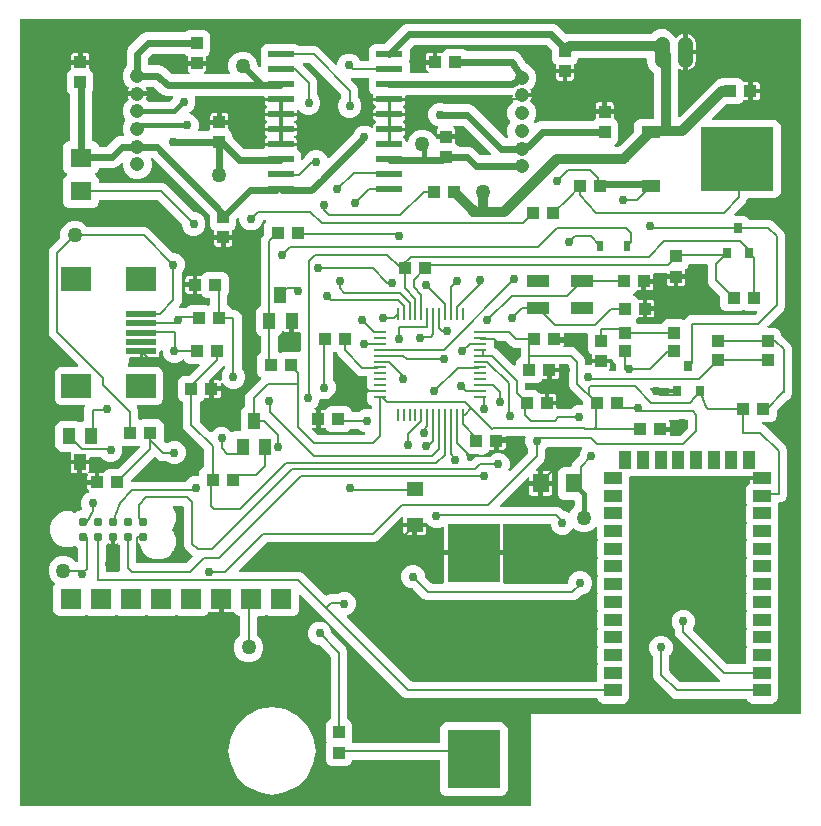
<source format=gbr>
G04 EAGLE Gerber RS-274X export*
G75*
%MOMM*%
%FSLAX34Y34*%
%LPD*%
%INTop Copper*%
%IPPOS*%
%AMOC8*
5,1,8,0,0,1.08239X$1,22.5*%
G01*
%ADD10R,1.000000X1.000000*%
%ADD11R,1.100000X1.000000*%
%ADD12R,1.000000X1.100000*%
%ADD13R,1.400000X1.600000*%
%ADD14C,1.208000*%
%ADD15R,1.803000X1.600000*%
%ADD16R,1.400000X1.200000*%
%ADD17R,0.630000X0.830000*%
%ADD18R,6.200000X5.400000*%
%ADD19R,1.600000X1.000000*%
%ADD20R,0.800000X0.900000*%
%ADD21R,2.200000X0.600000*%
%ADD22C,1.308000*%
%ADD23R,1.900000X1.100000*%
%ADD24R,1.000000X1.400000*%
%ADD25R,4.500000X5.000000*%
%ADD26R,1.500000X1.000000*%
%ADD27R,1.000000X1.500000*%
%ADD28R,1.778000X1.778000*%
%ADD29R,0.254000X1.000000*%
%ADD30R,1.000000X0.254000*%
%ADD31R,2.500000X0.500000*%
%ADD32R,2.500000X2.000000*%
%ADD33C,0.787400*%
%ADD34C,1.270000*%
%ADD35C,0.812800*%
%ADD36C,0.609600*%
%ADD37C,0.203200*%
%ADD38C,0.756400*%
%ADD39C,0.406400*%

G36*
X431057Y6526D02*
X431057Y6526D01*
X431116Y6524D01*
X431197Y6545D01*
X431280Y6557D01*
X431334Y6581D01*
X431391Y6596D01*
X431463Y6638D01*
X431540Y6673D01*
X431585Y6711D01*
X431636Y6741D01*
X431693Y6802D01*
X431757Y6856D01*
X431790Y6905D01*
X431830Y6948D01*
X431868Y7023D01*
X431915Y7092D01*
X431933Y7149D01*
X431960Y7202D01*
X431971Y7269D01*
X432001Y7363D01*
X432004Y7464D01*
X432015Y7533D01*
X432015Y84985D01*
X659824Y84985D01*
X659882Y84993D01*
X659940Y84991D01*
X660022Y85013D01*
X660106Y85025D01*
X660159Y85048D01*
X660215Y85063D01*
X660288Y85106D01*
X660365Y85141D01*
X660410Y85179D01*
X660460Y85208D01*
X660518Y85270D01*
X660582Y85324D01*
X660614Y85373D01*
X660654Y85416D01*
X660693Y85491D01*
X660740Y85561D01*
X660757Y85617D01*
X660784Y85669D01*
X660795Y85737D01*
X660825Y85832D01*
X660828Y85932D01*
X660839Y86000D01*
X660839Y671824D01*
X660831Y671882D01*
X660833Y671940D01*
X660811Y672022D01*
X660799Y672106D01*
X660776Y672159D01*
X660761Y672215D01*
X660718Y672288D01*
X660683Y672365D01*
X660645Y672410D01*
X660616Y672460D01*
X660554Y672518D01*
X660500Y672582D01*
X660451Y672614D01*
X660408Y672654D01*
X660333Y672693D01*
X660263Y672740D01*
X660207Y672757D01*
X660155Y672784D01*
X660087Y672795D01*
X659992Y672825D01*
X659892Y672828D01*
X659824Y672839D01*
X0Y672839D01*
X-58Y672831D01*
X-116Y672833D01*
X-198Y672811D01*
X-282Y672799D01*
X-335Y672776D01*
X-391Y672761D01*
X-464Y672718D01*
X-541Y672683D01*
X-586Y672645D01*
X-636Y672616D01*
X-694Y672554D01*
X-758Y672500D01*
X-790Y672451D01*
X-830Y672408D01*
X-869Y672333D01*
X-916Y672263D01*
X-933Y672207D01*
X-960Y672155D01*
X-971Y672087D01*
X-1001Y671992D01*
X-1004Y671892D01*
X-1015Y671824D01*
X-1015Y8173D01*
X-1007Y8116D01*
X-1009Y8058D01*
X-987Y7976D01*
X-975Y7891D01*
X-952Y7839D01*
X-937Y7783D01*
X-894Y7710D01*
X-859Y7632D01*
X-822Y7588D01*
X-792Y7538D01*
X-730Y7480D01*
X-676Y7415D01*
X-628Y7383D01*
X-585Y7344D01*
X-510Y7305D01*
X-439Y7257D01*
X-384Y7240D01*
X-333Y7214D01*
X-264Y7202D01*
X-168Y7172D01*
X-69Y7169D01*
X-2Y7158D01*
X430999Y6517D01*
X431057Y6526D01*
G37*
%LPC*%
G36*
X492987Y93499D02*
X492987Y93499D01*
X490746Y94427D01*
X489031Y96142D01*
X488568Y97261D01*
X488568Y97262D01*
X488567Y97263D01*
X488496Y97384D01*
X488424Y97505D01*
X488423Y97506D01*
X488422Y97508D01*
X488318Y97605D01*
X488217Y97701D01*
X488216Y97701D01*
X488215Y97702D01*
X488089Y97767D01*
X487964Y97831D01*
X487963Y97831D01*
X487961Y97832D01*
X487947Y97834D01*
X487686Y97886D01*
X487655Y97883D01*
X487630Y97887D01*
X326585Y97887D01*
X323971Y98970D01*
X321827Y101114D01*
X254614Y168327D01*
X252327Y170614D01*
X237220Y185721D01*
X237196Y185739D01*
X237177Y185761D01*
X237083Y185824D01*
X236993Y185892D01*
X236965Y185903D01*
X236941Y185919D01*
X236833Y185953D01*
X236727Y185993D01*
X236698Y185996D01*
X236670Y186005D01*
X236556Y186008D01*
X236444Y186017D01*
X236415Y186011D01*
X236386Y186012D01*
X236276Y185983D01*
X236165Y185961D01*
X236139Y185947D01*
X236111Y185940D01*
X236013Y185882D01*
X235913Y185830D01*
X235891Y185810D01*
X235866Y185795D01*
X235789Y185712D01*
X235707Y185634D01*
X235692Y185609D01*
X235672Y185588D01*
X235620Y185487D01*
X235563Y185389D01*
X235556Y185361D01*
X235542Y185334D01*
X235529Y185257D01*
X235493Y185113D01*
X235495Y185051D01*
X235487Y185003D01*
X235487Y172297D01*
X234559Y170056D01*
X232844Y168341D01*
X230603Y167413D01*
X210397Y167413D01*
X208189Y168328D01*
X208104Y168350D01*
X208022Y168381D01*
X207967Y168385D01*
X207913Y168399D01*
X207826Y168397D01*
X207739Y168404D01*
X207691Y168393D01*
X207629Y168391D01*
X207488Y168346D01*
X207411Y168328D01*
X205203Y167413D01*
X201128Y167413D01*
X201070Y167405D01*
X201012Y167407D01*
X200930Y167385D01*
X200846Y167373D01*
X200793Y167350D01*
X200737Y167335D01*
X200664Y167292D01*
X200587Y167257D01*
X200542Y167219D01*
X200492Y167190D01*
X200434Y167128D01*
X200370Y167074D01*
X200338Y167025D01*
X200298Y166982D01*
X200259Y166907D01*
X200212Y166837D01*
X200195Y166781D01*
X200168Y166729D01*
X200157Y166661D01*
X200127Y166566D01*
X200124Y166466D01*
X200113Y166398D01*
X200113Y151910D01*
X200125Y151823D01*
X200128Y151736D01*
X200145Y151683D01*
X200153Y151629D01*
X200188Y151549D01*
X200215Y151466D01*
X200243Y151426D01*
X200269Y151369D01*
X200365Y151256D01*
X200410Y151192D01*
X203552Y148051D01*
X205447Y143476D01*
X205447Y138524D01*
X203552Y133949D01*
X200051Y130448D01*
X195476Y128553D01*
X190524Y128553D01*
X185949Y130448D01*
X182448Y133949D01*
X180553Y138524D01*
X180553Y143476D01*
X182448Y148051D01*
X185590Y151192D01*
X185642Y151262D01*
X185702Y151326D01*
X185728Y151375D01*
X185761Y151419D01*
X185792Y151501D01*
X185832Y151579D01*
X185840Y151627D01*
X185862Y151685D01*
X185874Y151833D01*
X185887Y151910D01*
X185887Y166398D01*
X185879Y166456D01*
X185881Y166514D01*
X185859Y166596D01*
X185847Y166680D01*
X185824Y166733D01*
X185809Y166789D01*
X185766Y166862D01*
X185731Y166939D01*
X185693Y166984D01*
X185664Y167034D01*
X185602Y167092D01*
X185548Y167156D01*
X185499Y167188D01*
X185456Y167228D01*
X185381Y167267D01*
X185311Y167314D01*
X185255Y167331D01*
X185203Y167358D01*
X185135Y167369D01*
X185040Y167399D01*
X185030Y167400D01*
X182756Y168341D01*
X181041Y170056D01*
X180830Y170566D01*
X180762Y170682D01*
X180696Y170798D01*
X180690Y170804D01*
X180686Y170811D01*
X180588Y170903D01*
X180492Y170997D01*
X180485Y171000D01*
X180479Y171006D01*
X180360Y171067D01*
X180242Y171131D01*
X180234Y171133D01*
X180226Y171136D01*
X180095Y171162D01*
X179964Y171190D01*
X179956Y171190D01*
X179948Y171191D01*
X179664Y171167D01*
X179646Y171160D01*
X179630Y171158D01*
X178924Y170969D01*
X171731Y170969D01*
X171731Y181384D01*
X171723Y181442D01*
X171725Y181500D01*
X171703Y181582D01*
X171691Y181665D01*
X171667Y181719D01*
X171653Y181775D01*
X171610Y181848D01*
X171575Y181925D01*
X171537Y181969D01*
X171507Y182020D01*
X171446Y182077D01*
X171391Y182142D01*
X171343Y182174D01*
X171300Y182214D01*
X171225Y182253D01*
X171155Y182299D01*
X171099Y182317D01*
X171047Y182344D01*
X170979Y182355D01*
X170884Y182385D01*
X170784Y182388D01*
X170716Y182399D01*
X168684Y182399D01*
X168626Y182391D01*
X168568Y182392D01*
X168486Y182371D01*
X168403Y182359D01*
X168349Y182335D01*
X168293Y182321D01*
X168220Y182278D01*
X168143Y182243D01*
X168098Y182205D01*
X168048Y182175D01*
X167990Y182114D01*
X167926Y182059D01*
X167894Y182011D01*
X167854Y181968D01*
X167815Y181893D01*
X167769Y181823D01*
X167751Y181767D01*
X167724Y181715D01*
X167713Y181647D01*
X167683Y181552D01*
X167680Y181452D01*
X167669Y181384D01*
X167669Y170969D01*
X160476Y170969D01*
X159770Y171158D01*
X159637Y171175D01*
X159504Y171193D01*
X159496Y171192D01*
X159488Y171193D01*
X159356Y171171D01*
X159223Y171152D01*
X159216Y171149D01*
X159208Y171147D01*
X159086Y171090D01*
X158964Y171035D01*
X158958Y171030D01*
X158950Y171026D01*
X158850Y170938D01*
X158748Y170851D01*
X158744Y170844D01*
X158737Y170838D01*
X158584Y170599D01*
X158578Y170580D01*
X158570Y170566D01*
X158359Y170056D01*
X156644Y168341D01*
X154403Y167413D01*
X134197Y167413D01*
X131989Y168328D01*
X131904Y168350D01*
X131822Y168381D01*
X131767Y168385D01*
X131713Y168399D01*
X131626Y168397D01*
X131539Y168404D01*
X131491Y168393D01*
X131429Y168391D01*
X131288Y168346D01*
X131211Y168328D01*
X129003Y167413D01*
X108797Y167413D01*
X106589Y168328D01*
X106504Y168350D01*
X106422Y168381D01*
X106367Y168385D01*
X106313Y168399D01*
X106226Y168397D01*
X106139Y168404D01*
X106091Y168393D01*
X106029Y168391D01*
X105888Y168346D01*
X105811Y168328D01*
X103603Y167413D01*
X83397Y167413D01*
X81189Y168328D01*
X81104Y168350D01*
X81022Y168381D01*
X80967Y168385D01*
X80913Y168399D01*
X80826Y168397D01*
X80739Y168404D01*
X80691Y168393D01*
X80629Y168391D01*
X80488Y168346D01*
X80411Y168328D01*
X78203Y167413D01*
X57997Y167413D01*
X55789Y168328D01*
X55704Y168350D01*
X55622Y168381D01*
X55567Y168385D01*
X55513Y168399D01*
X55426Y168397D01*
X55339Y168404D01*
X55291Y168393D01*
X55229Y168391D01*
X55088Y168346D01*
X55011Y168328D01*
X52803Y167413D01*
X32597Y167413D01*
X30356Y168341D01*
X28641Y170056D01*
X27713Y172297D01*
X27713Y192503D01*
X28678Y194833D01*
X28679Y194834D01*
X28680Y194836D01*
X28714Y194970D01*
X28749Y195108D01*
X28749Y195110D01*
X28750Y195111D01*
X28745Y195252D01*
X28741Y195392D01*
X28741Y195394D01*
X28741Y195395D01*
X28698Y195528D01*
X28655Y195663D01*
X28654Y195664D01*
X28653Y195666D01*
X28645Y195678D01*
X28496Y195899D01*
X28473Y195919D01*
X28458Y195939D01*
X25448Y198949D01*
X23553Y203524D01*
X23553Y208476D01*
X25448Y213051D01*
X28949Y216552D01*
X33524Y218447D01*
X38476Y218447D01*
X43051Y216552D01*
X46192Y213410D01*
X46262Y213358D01*
X46326Y213298D01*
X46375Y213272D01*
X46419Y213239D01*
X46501Y213208D01*
X46579Y213168D01*
X46627Y213160D01*
X46685Y213138D01*
X46833Y213126D01*
X46910Y213113D01*
X47572Y213113D01*
X47630Y213121D01*
X47688Y213119D01*
X47770Y213141D01*
X47854Y213153D01*
X47907Y213176D01*
X47963Y213191D01*
X48036Y213234D01*
X48113Y213269D01*
X48158Y213307D01*
X48208Y213336D01*
X48266Y213398D01*
X48330Y213452D01*
X48362Y213501D01*
X48402Y213544D01*
X48441Y213619D01*
X48488Y213689D01*
X48505Y213745D01*
X48532Y213797D01*
X48543Y213865D01*
X48573Y213960D01*
X48576Y214060D01*
X48587Y214128D01*
X48587Y224815D01*
X48587Y224816D01*
X48587Y224818D01*
X48580Y224871D01*
X48581Y224912D01*
X48565Y224972D01*
X48547Y225096D01*
X48547Y225098D01*
X48547Y225099D01*
X48512Y225177D01*
X48509Y225187D01*
X48500Y225202D01*
X48491Y225223D01*
X48431Y225356D01*
X48430Y225357D01*
X48429Y225358D01*
X48338Y225465D01*
X48248Y225573D01*
X48246Y225574D01*
X48245Y225575D01*
X48232Y225583D01*
X48011Y225730D01*
X47982Y225739D01*
X47961Y225753D01*
X47016Y226144D01*
X46540Y226621D01*
X46538Y226621D01*
X46537Y226623D01*
X46420Y226710D01*
X46312Y226791D01*
X46311Y226792D01*
X46310Y226793D01*
X46176Y226843D01*
X46047Y226893D01*
X46045Y226893D01*
X46044Y226893D01*
X45899Y226905D01*
X45763Y226916D01*
X45762Y226916D01*
X45760Y226916D01*
X45745Y226912D01*
X45485Y226860D01*
X45458Y226846D01*
X45433Y226841D01*
X43016Y225839D01*
X36984Y225839D01*
X31412Y228147D01*
X27147Y232412D01*
X24839Y237984D01*
X24839Y244016D01*
X27147Y249588D01*
X31412Y253853D01*
X36984Y256161D01*
X43016Y256161D01*
X45433Y255159D01*
X45435Y255159D01*
X45436Y255158D01*
X45574Y255123D01*
X45708Y255088D01*
X45710Y255088D01*
X45712Y255088D01*
X45852Y255093D01*
X45993Y255097D01*
X45994Y255097D01*
X45996Y255097D01*
X46131Y255141D01*
X46263Y255183D01*
X46265Y255184D01*
X46266Y255185D01*
X46279Y255194D01*
X46500Y255342D01*
X46519Y255365D01*
X46540Y255379D01*
X47016Y255856D01*
X50704Y257384D01*
X51114Y257384D01*
X51228Y257400D01*
X51342Y257410D01*
X51368Y257420D01*
X51396Y257424D01*
X51501Y257471D01*
X51608Y257512D01*
X51630Y257528D01*
X51655Y257540D01*
X51743Y257614D01*
X51834Y257683D01*
X51851Y257706D01*
X51872Y257723D01*
X51936Y257819D01*
X52005Y257911D01*
X52014Y257937D01*
X52030Y257960D01*
X52064Y258070D01*
X52105Y258177D01*
X52107Y258205D01*
X52116Y258231D01*
X52118Y258346D01*
X52128Y258460D01*
X52122Y258485D01*
X52123Y258515D01*
X52056Y258772D01*
X52052Y258788D01*
X51121Y261035D01*
X51121Y264965D01*
X52625Y268596D01*
X55404Y271375D01*
X57302Y272161D01*
X57392Y272214D01*
X57487Y272261D01*
X57514Y272286D01*
X57547Y272305D01*
X57619Y272382D01*
X57696Y272453D01*
X57716Y272485D01*
X57742Y272512D01*
X57790Y272606D01*
X57845Y272695D01*
X57855Y272731D01*
X57872Y272765D01*
X57892Y272868D01*
X57920Y272969D01*
X57920Y273007D01*
X57927Y273044D01*
X57918Y273148D01*
X57917Y273254D01*
X57906Y273289D01*
X57903Y273327D01*
X57865Y273425D01*
X57834Y273526D01*
X57814Y273557D01*
X57800Y273592D01*
X57737Y273676D01*
X57680Y273764D01*
X57654Y273786D01*
X57629Y273819D01*
X57468Y273939D01*
X57467Y273940D01*
X56967Y274440D01*
X56632Y275019D01*
X56459Y275666D01*
X56459Y278969D01*
X63484Y278969D01*
X63542Y278977D01*
X63600Y278975D01*
X63682Y278997D01*
X63765Y279009D01*
X63819Y279033D01*
X63875Y279047D01*
X63948Y279090D01*
X64025Y279125D01*
X64069Y279163D01*
X64120Y279193D01*
X64177Y279254D01*
X64242Y279309D01*
X64274Y279357D01*
X64314Y279400D01*
X64353Y279475D01*
X64399Y279545D01*
X64417Y279601D01*
X64444Y279653D01*
X64455Y279721D01*
X64485Y279816D01*
X64488Y279916D01*
X64499Y279984D01*
X64499Y281001D01*
X65516Y281001D01*
X65574Y281009D01*
X65632Y281008D01*
X65714Y281029D01*
X65797Y281041D01*
X65851Y281065D01*
X65907Y281079D01*
X65980Y281122D01*
X66057Y281157D01*
X66101Y281195D01*
X66152Y281225D01*
X66209Y281286D01*
X66274Y281341D01*
X66306Y281389D01*
X66346Y281432D01*
X66385Y281507D01*
X66431Y281577D01*
X66449Y281633D01*
X66476Y281685D01*
X66487Y281753D01*
X66517Y281848D01*
X66520Y281948D01*
X66531Y282016D01*
X66531Y288541D01*
X69775Y288541D01*
X69777Y288541D01*
X69778Y288541D01*
X69920Y288561D01*
X70056Y288581D01*
X70058Y288581D01*
X70060Y288581D01*
X70189Y288640D01*
X70316Y288697D01*
X70317Y288698D01*
X70319Y288699D01*
X70428Y288792D01*
X70533Y288880D01*
X70534Y288882D01*
X70535Y288883D01*
X70543Y288896D01*
X70690Y289117D01*
X70700Y289146D01*
X70713Y289167D01*
X70831Y289454D01*
X72546Y291169D01*
X74787Y292097D01*
X82117Y292097D01*
X82204Y292109D01*
X82291Y292112D01*
X82344Y292129D01*
X82399Y292137D01*
X82479Y292172D01*
X82562Y292199D01*
X82601Y292227D01*
X82658Y292253D01*
X82771Y292349D01*
X82835Y292394D01*
X100950Y310509D01*
X101001Y310577D01*
X101060Y310640D01*
X101086Y310690D01*
X101121Y310736D01*
X101151Y310816D01*
X101191Y310892D01*
X101202Y310948D01*
X101222Y311001D01*
X101229Y311087D01*
X101246Y311171D01*
X101241Y311228D01*
X101245Y311285D01*
X101228Y311369D01*
X101221Y311455D01*
X101201Y311508D01*
X101189Y311563D01*
X101150Y311640D01*
X101119Y311720D01*
X101085Y311765D01*
X101058Y311816D01*
X100999Y311878D01*
X100947Y311947D01*
X100902Y311981D01*
X100863Y312022D01*
X100789Y312065D01*
X100720Y312117D01*
X100666Y312137D01*
X100617Y312166D01*
X100534Y312187D01*
X100454Y312217D01*
X100397Y312222D01*
X100342Y312236D01*
X100256Y312233D01*
X100170Y312240D01*
X100122Y312229D01*
X100058Y312227D01*
X99920Y312182D01*
X99843Y312164D01*
X99213Y311903D01*
X86595Y311903D01*
X86482Y311887D01*
X86367Y311877D01*
X86341Y311867D01*
X86314Y311863D01*
X86209Y311816D01*
X86102Y311775D01*
X86080Y311759D01*
X86054Y311747D01*
X85967Y311673D01*
X85875Y311604D01*
X85859Y311581D01*
X85837Y311564D01*
X85774Y311468D01*
X85705Y311376D01*
X85695Y311350D01*
X85680Y311327D01*
X85645Y311217D01*
X85605Y311110D01*
X85602Y311082D01*
X85594Y311056D01*
X85591Y310941D01*
X85582Y310827D01*
X85588Y310802D01*
X85587Y310772D01*
X85654Y310515D01*
X85657Y310499D01*
X85879Y309965D01*
X85879Y306035D01*
X84375Y302404D01*
X81596Y299625D01*
X77965Y298121D01*
X74035Y298121D01*
X70404Y299625D01*
X68439Y301590D01*
X68370Y301642D01*
X68306Y301702D01*
X68256Y301728D01*
X68212Y301761D01*
X68131Y301792D01*
X68053Y301832D01*
X68005Y301840D01*
X67947Y301862D01*
X67799Y301874D01*
X67722Y301887D01*
X58556Y301887D01*
X58498Y301879D01*
X58440Y301881D01*
X58358Y301859D01*
X58274Y301847D01*
X58221Y301824D01*
X58165Y301809D01*
X58092Y301766D01*
X58015Y301731D01*
X57970Y301693D01*
X57920Y301664D01*
X57862Y301602D01*
X57798Y301548D01*
X57766Y301499D01*
X57726Y301456D01*
X57687Y301381D01*
X57640Y301311D01*
X57623Y301255D01*
X57596Y301203D01*
X57585Y301135D01*
X57555Y301040D01*
X57552Y300940D01*
X57541Y300872D01*
X57541Y300031D01*
X51016Y300031D01*
X50958Y300023D01*
X50900Y300024D01*
X50818Y300003D01*
X50735Y299991D01*
X50681Y299967D01*
X50625Y299953D01*
X50552Y299910D01*
X50475Y299875D01*
X50431Y299837D01*
X50380Y299807D01*
X50323Y299746D01*
X50258Y299691D01*
X50226Y299643D01*
X50186Y299600D01*
X50147Y299525D01*
X50101Y299455D01*
X50083Y299399D01*
X50056Y299347D01*
X50045Y299279D01*
X50015Y299184D01*
X50012Y299084D01*
X50001Y299016D01*
X50001Y297999D01*
X49999Y297999D01*
X49999Y299016D01*
X49991Y299074D01*
X49992Y299132D01*
X49971Y299214D01*
X49959Y299297D01*
X49935Y299351D01*
X49921Y299407D01*
X49878Y299480D01*
X49843Y299557D01*
X49805Y299601D01*
X49775Y299652D01*
X49714Y299709D01*
X49659Y299774D01*
X49611Y299806D01*
X49568Y299846D01*
X49493Y299885D01*
X49423Y299931D01*
X49367Y299949D01*
X49315Y299976D01*
X49247Y299987D01*
X49152Y300017D01*
X49052Y300020D01*
X48984Y300031D01*
X42459Y300031D01*
X42459Y305335D01*
X42537Y305625D01*
X42543Y305674D01*
X42558Y305720D01*
X42560Y305814D01*
X42572Y305907D01*
X42564Y305956D01*
X42565Y306004D01*
X42541Y306095D01*
X42526Y306188D01*
X42506Y306232D01*
X42493Y306279D01*
X42445Y306360D01*
X42405Y306445D01*
X42373Y306482D01*
X42348Y306524D01*
X42280Y306588D01*
X42217Y306659D01*
X42176Y306685D01*
X42141Y306718D01*
X42057Y306761D01*
X41978Y306812D01*
X41931Y306826D01*
X41888Y306848D01*
X41814Y306860D01*
X41705Y306892D01*
X41619Y306893D01*
X41557Y306903D01*
X34287Y306903D01*
X32046Y307831D01*
X30331Y309546D01*
X29403Y311787D01*
X29403Y328213D01*
X30331Y330454D01*
X32046Y332169D01*
X34287Y333097D01*
X46713Y333097D01*
X48954Y332169D01*
X49282Y331840D01*
X49329Y331805D01*
X49369Y331762D01*
X49442Y331720D01*
X49509Y331669D01*
X49564Y331648D01*
X49614Y331619D01*
X49696Y331598D01*
X49775Y331568D01*
X49833Y331563D01*
X49890Y331549D01*
X49974Y331551D01*
X50058Y331544D01*
X50116Y331556D01*
X50174Y331558D01*
X50254Y331584D01*
X50337Y331600D01*
X50389Y331627D01*
X50445Y331645D01*
X50501Y331685D01*
X50589Y331731D01*
X50662Y331800D01*
X50718Y331840D01*
X51046Y332169D01*
X53261Y333086D01*
X53262Y333086D01*
X53263Y333087D01*
X53384Y333158D01*
X53505Y333230D01*
X53506Y333231D01*
X53508Y333232D01*
X53605Y333336D01*
X53701Y333437D01*
X53701Y333438D01*
X53702Y333439D01*
X53767Y333565D01*
X53831Y333690D01*
X53831Y333691D01*
X53832Y333693D01*
X53834Y333707D01*
X53886Y333968D01*
X53883Y333999D01*
X53887Y334024D01*
X53887Y343415D01*
X54585Y345099D01*
X54614Y345211D01*
X54648Y345320D01*
X54649Y345348D01*
X54656Y345375D01*
X54653Y345489D01*
X54656Y345604D01*
X54649Y345631D01*
X54648Y345659D01*
X54613Y345768D01*
X54584Y345879D01*
X54570Y345903D01*
X54561Y345930D01*
X54497Y346025D01*
X54439Y346124D01*
X54418Y346143D01*
X54403Y346166D01*
X54315Y346240D01*
X54231Y346318D01*
X54207Y346331D01*
X54185Y346349D01*
X54081Y346395D01*
X53978Y346448D01*
X53954Y346452D01*
X53926Y346464D01*
X53662Y346501D01*
X53647Y346503D01*
X33487Y346503D01*
X31246Y347431D01*
X29531Y349146D01*
X28603Y351387D01*
X28603Y373813D01*
X29531Y376054D01*
X31246Y377769D01*
X33487Y378697D01*
X47793Y378697D01*
X47822Y378701D01*
X47852Y378698D01*
X47963Y378721D01*
X48075Y378737D01*
X48102Y378749D01*
X48130Y378754D01*
X48231Y378806D01*
X48334Y378853D01*
X48357Y378872D01*
X48383Y378885D01*
X48465Y378963D01*
X48551Y379036D01*
X48567Y379061D01*
X48589Y379081D01*
X48646Y379179D01*
X48709Y379273D01*
X48718Y379301D01*
X48732Y379326D01*
X48760Y379436D01*
X48795Y379544D01*
X48795Y379574D01*
X48803Y379602D01*
X48799Y379715D01*
X48802Y379828D01*
X48794Y379857D01*
X48794Y379886D01*
X48759Y379994D01*
X48730Y380103D01*
X48715Y380129D01*
X48706Y380157D01*
X48661Y380220D01*
X48585Y380348D01*
X48539Y380391D01*
X48511Y380430D01*
X27114Y401827D01*
X24970Y403971D01*
X23887Y406585D01*
X23887Y476415D01*
X24970Y479029D01*
X27114Y481173D01*
X33256Y487315D01*
X33308Y487385D01*
X33368Y487449D01*
X33394Y487498D01*
X33427Y487542D01*
X33458Y487624D01*
X33498Y487702D01*
X33506Y487749D01*
X33528Y487808D01*
X33540Y487955D01*
X33553Y488033D01*
X33553Y492476D01*
X35448Y497051D01*
X38949Y500552D01*
X43524Y502447D01*
X48476Y502447D01*
X53051Y500552D01*
X56192Y497410D01*
X56262Y497358D01*
X56326Y497298D01*
X56375Y497272D01*
X56419Y497239D01*
X56501Y497208D01*
X56579Y497168D01*
X56627Y497160D01*
X56685Y497138D01*
X56833Y497126D01*
X56910Y497113D01*
X105415Y497113D01*
X108029Y496030D01*
X128883Y475176D01*
X128953Y475124D01*
X129017Y475064D01*
X129066Y475038D01*
X129110Y475005D01*
X129192Y474974D01*
X129270Y474934D01*
X129317Y474926D01*
X129376Y474904D01*
X129523Y474892D01*
X129601Y474879D01*
X130965Y474879D01*
X134596Y473375D01*
X137375Y470596D01*
X138879Y466965D01*
X138879Y463035D01*
X137375Y459404D01*
X136410Y458439D01*
X136358Y458370D01*
X136298Y458306D01*
X136272Y458256D01*
X136239Y458212D01*
X136208Y458131D01*
X136168Y458053D01*
X136160Y458005D01*
X136138Y457947D01*
X136126Y457799D01*
X136113Y457722D01*
X136113Y433585D01*
X135030Y430971D01*
X133905Y429846D01*
X133887Y429822D01*
X133865Y429803D01*
X133802Y429709D01*
X133734Y429619D01*
X133723Y429591D01*
X133707Y429567D01*
X133673Y429459D01*
X133633Y429353D01*
X133630Y429324D01*
X133621Y429296D01*
X133618Y429182D01*
X133609Y429070D01*
X133615Y429041D01*
X133614Y429012D01*
X133643Y428902D01*
X133665Y428791D01*
X133679Y428765D01*
X133686Y428737D01*
X133744Y428639D01*
X133796Y428539D01*
X133816Y428517D01*
X133831Y428492D01*
X133914Y428415D01*
X133992Y428333D01*
X134017Y428318D01*
X134038Y428298D01*
X134139Y428246D01*
X134237Y428189D01*
X134265Y428182D01*
X134292Y428168D01*
X134369Y428155D01*
X134513Y428119D01*
X134575Y428121D01*
X134623Y428113D01*
X139070Y428113D01*
X139157Y428125D01*
X139244Y428128D01*
X139297Y428145D01*
X139352Y428153D01*
X139431Y428188D01*
X139515Y428215D01*
X139554Y428243D01*
X139611Y428269D01*
X139724Y428365D01*
X139788Y428410D01*
X141546Y430169D01*
X143787Y431097D01*
X157213Y431097D01*
X158611Y430517D01*
X158696Y430495D01*
X158778Y430465D01*
X158833Y430460D01*
X158887Y430446D01*
X158974Y430449D01*
X159061Y430442D01*
X159108Y430453D01*
X159171Y430455D01*
X159312Y430500D01*
X159389Y430517D01*
X159761Y430671D01*
X159762Y430672D01*
X159763Y430673D01*
X159879Y430742D01*
X160005Y430816D01*
X160007Y430817D01*
X160008Y430818D01*
X160100Y430916D01*
X160201Y431023D01*
X160201Y431024D01*
X160202Y431025D01*
X160267Y431151D01*
X160331Y431275D01*
X160331Y431277D01*
X160332Y431278D01*
X160334Y431293D01*
X160386Y431554D01*
X160383Y431585D01*
X160387Y431609D01*
X160387Y435888D01*
X160379Y435946D01*
X160381Y436004D01*
X160359Y436086D01*
X160347Y436170D01*
X160324Y436223D01*
X160309Y436279D01*
X160266Y436352D01*
X160231Y436429D01*
X160193Y436474D01*
X160164Y436524D01*
X160102Y436582D01*
X160048Y436646D01*
X159999Y436678D01*
X159956Y436718D01*
X159881Y436757D01*
X159811Y436804D01*
X159755Y436821D01*
X159703Y436848D01*
X159635Y436859D01*
X159540Y436889D01*
X159440Y436892D01*
X159372Y436903D01*
X157787Y436903D01*
X155546Y437831D01*
X153831Y439546D01*
X153713Y439833D01*
X153712Y439834D01*
X153712Y439835D01*
X153641Y439954D01*
X153568Y440077D01*
X153567Y440078D01*
X153566Y440080D01*
X153462Y440178D01*
X153362Y440273D01*
X153360Y440273D01*
X153359Y440274D01*
X153234Y440339D01*
X153109Y440403D01*
X153107Y440403D01*
X153106Y440404D01*
X153091Y440406D01*
X152830Y440458D01*
X152800Y440455D01*
X152775Y440459D01*
X149531Y440459D01*
X149531Y446984D01*
X149523Y447042D01*
X149524Y447100D01*
X149503Y447182D01*
X149491Y447265D01*
X149467Y447319D01*
X149453Y447375D01*
X149410Y447448D01*
X149375Y447525D01*
X149337Y447569D01*
X149307Y447620D01*
X149246Y447677D01*
X149191Y447742D01*
X149143Y447774D01*
X149100Y447814D01*
X149025Y447853D01*
X148955Y447899D01*
X148899Y447917D01*
X148847Y447944D01*
X148779Y447955D01*
X148684Y447985D01*
X148584Y447988D01*
X148516Y447999D01*
X147499Y447999D01*
X147499Y448001D01*
X148516Y448001D01*
X148574Y448009D01*
X148632Y448008D01*
X148714Y448029D01*
X148797Y448041D01*
X148851Y448065D01*
X148907Y448079D01*
X148980Y448122D01*
X149057Y448157D01*
X149101Y448195D01*
X149152Y448225D01*
X149209Y448286D01*
X149274Y448341D01*
X149306Y448389D01*
X149346Y448432D01*
X149385Y448507D01*
X149431Y448577D01*
X149449Y448633D01*
X149476Y448685D01*
X149487Y448753D01*
X149517Y448848D01*
X149520Y448948D01*
X149531Y449016D01*
X149531Y455541D01*
X152775Y455541D01*
X152777Y455541D01*
X152778Y455541D01*
X152920Y455561D01*
X153056Y455581D01*
X153058Y455581D01*
X153060Y455581D01*
X153189Y455640D01*
X153316Y455697D01*
X153317Y455698D01*
X153319Y455699D01*
X153428Y455792D01*
X153533Y455880D01*
X153534Y455882D01*
X153535Y455883D01*
X153543Y455896D01*
X153690Y456117D01*
X153700Y456146D01*
X153713Y456167D01*
X153831Y456454D01*
X155546Y458169D01*
X157787Y459097D01*
X171213Y459097D01*
X173454Y458169D01*
X175169Y456454D01*
X176097Y454213D01*
X176097Y441787D01*
X175169Y439546D01*
X174910Y439288D01*
X174858Y439218D01*
X174798Y439154D01*
X174772Y439105D01*
X174739Y439061D01*
X174708Y438979D01*
X174668Y438901D01*
X174660Y438854D01*
X174638Y438795D01*
X174626Y438647D01*
X174613Y438570D01*
X174613Y431609D01*
X174613Y431608D01*
X174613Y431606D01*
X174633Y431466D01*
X174653Y431328D01*
X174653Y431326D01*
X174653Y431325D01*
X174712Y431196D01*
X174769Y431068D01*
X174770Y431067D01*
X174771Y431066D01*
X174862Y430959D01*
X174952Y430851D01*
X174954Y430851D01*
X174955Y430849D01*
X174968Y430841D01*
X175189Y430694D01*
X175218Y430685D01*
X175239Y430671D01*
X176454Y430169D01*
X178169Y428454D01*
X178464Y427739D01*
X178465Y427738D01*
X178466Y427737D01*
X178535Y427620D01*
X178609Y427495D01*
X178610Y427493D01*
X178611Y427492D01*
X178713Y427396D01*
X178816Y427299D01*
X178817Y427299D01*
X178818Y427298D01*
X178944Y427233D01*
X179068Y427169D01*
X179070Y427169D01*
X179071Y427168D01*
X179086Y427166D01*
X179347Y427114D01*
X179378Y427117D01*
X179402Y427113D01*
X181415Y427113D01*
X184029Y426030D01*
X186030Y424029D01*
X187113Y421415D01*
X187113Y377278D01*
X187125Y377192D01*
X187128Y377104D01*
X187145Y377052D01*
X187153Y376997D01*
X187188Y376917D01*
X187215Y376834D01*
X187243Y376795D01*
X187269Y376738D01*
X187365Y376624D01*
X187410Y376561D01*
X188375Y375596D01*
X189879Y371965D01*
X189879Y368035D01*
X188375Y364404D01*
X185596Y361625D01*
X181965Y360121D01*
X178035Y360121D01*
X174404Y361625D01*
X171625Y364404D01*
X171494Y364721D01*
X171450Y364795D01*
X171415Y364873D01*
X171378Y364917D01*
X171349Y364966D01*
X171287Y365025D01*
X171231Y365090D01*
X171184Y365122D01*
X171143Y365161D01*
X171066Y365200D01*
X170995Y365248D01*
X170941Y365265D01*
X170890Y365291D01*
X170806Y365308D01*
X170724Y365334D01*
X170667Y365335D01*
X170611Y365346D01*
X170526Y365339D01*
X170440Y365341D01*
X170385Y365327D01*
X170328Y365322D01*
X170248Y365291D01*
X170165Y365269D01*
X170116Y365240D01*
X170063Y365220D01*
X169994Y365168D01*
X169920Y365124D01*
X169881Y365083D01*
X169836Y365048D01*
X169785Y364979D01*
X169726Y364917D01*
X169700Y364866D01*
X169666Y364821D01*
X169635Y364740D01*
X169596Y364664D01*
X169588Y364615D01*
X169565Y364555D01*
X169554Y364410D01*
X169541Y364333D01*
X169541Y362031D01*
X163531Y362031D01*
X163531Y367541D01*
X167334Y367541D01*
X167981Y367368D01*
X168598Y367011D01*
X168635Y366996D01*
X168667Y366975D01*
X168766Y366943D01*
X168862Y366905D01*
X168901Y366901D01*
X168938Y366889D01*
X169042Y366886D01*
X169145Y366876D01*
X169183Y366883D01*
X169222Y366882D01*
X169323Y366908D01*
X169425Y366926D01*
X169460Y366944D01*
X169497Y366953D01*
X169586Y367006D01*
X169679Y367052D01*
X169708Y367079D01*
X169742Y367099D01*
X169813Y367174D01*
X169889Y367244D01*
X169910Y367277D01*
X169936Y367306D01*
X169984Y367398D01*
X170038Y367487D01*
X170048Y367524D01*
X170066Y367559D01*
X170079Y367636D01*
X170113Y367761D01*
X170112Y367835D01*
X170121Y367890D01*
X170121Y371965D01*
X171625Y375596D01*
X172590Y376561D01*
X172642Y376630D01*
X172702Y376694D01*
X172728Y376744D01*
X172761Y376788D01*
X172792Y376869D01*
X172832Y376947D01*
X172840Y376995D01*
X172862Y377053D01*
X172874Y377201D01*
X172887Y377278D01*
X172887Y378377D01*
X172883Y378406D01*
X172886Y378436D01*
X172863Y378547D01*
X172847Y378659D01*
X172835Y378686D01*
X172830Y378714D01*
X172778Y378815D01*
X172731Y378918D01*
X172712Y378941D01*
X172699Y378967D01*
X172621Y379049D01*
X172548Y379135D01*
X172523Y379151D01*
X172503Y379173D01*
X172405Y379230D01*
X172311Y379293D01*
X172283Y379302D01*
X172258Y379316D01*
X172148Y379344D01*
X172040Y379379D01*
X172010Y379379D01*
X171982Y379387D01*
X171869Y379383D01*
X171756Y379386D01*
X171727Y379378D01*
X171698Y379378D01*
X171590Y379343D01*
X171481Y379314D01*
X171455Y379299D01*
X171427Y379290D01*
X171364Y379245D01*
X171236Y379169D01*
X171193Y379123D01*
X171154Y379095D01*
X159766Y367707D01*
X159714Y367637D01*
X159654Y367574D01*
X159628Y367524D01*
X159595Y367480D01*
X159564Y367398D01*
X159524Y367320D01*
X159516Y367273D01*
X159494Y367214D01*
X159485Y367106D01*
X159483Y367099D01*
X159482Y367070D01*
X159482Y367067D01*
X159469Y366989D01*
X159469Y361016D01*
X159477Y360958D01*
X159475Y360900D01*
X159497Y360818D01*
X159509Y360735D01*
X159533Y360681D01*
X159547Y360625D01*
X159590Y360552D01*
X159625Y360475D01*
X159663Y360431D01*
X159693Y360380D01*
X159754Y360323D01*
X159809Y360258D01*
X159857Y360226D01*
X159900Y360186D01*
X159975Y360147D01*
X160045Y360101D01*
X160101Y360083D01*
X160153Y360056D01*
X160221Y360045D01*
X160316Y360015D01*
X160416Y360012D01*
X160484Y360001D01*
X161501Y360001D01*
X161501Y359999D01*
X160484Y359999D01*
X160426Y359991D01*
X160368Y359992D01*
X160286Y359971D01*
X160203Y359959D01*
X160149Y359935D01*
X160093Y359921D01*
X160020Y359878D01*
X159943Y359843D01*
X159898Y359805D01*
X159848Y359775D01*
X159790Y359714D01*
X159726Y359659D01*
X159694Y359611D01*
X159654Y359568D01*
X159615Y359493D01*
X159569Y359423D01*
X159551Y359367D01*
X159524Y359315D01*
X159513Y359247D01*
X159483Y359152D01*
X159480Y359052D01*
X159469Y358984D01*
X159469Y352459D01*
X156225Y352459D01*
X156223Y352459D01*
X156222Y352459D01*
X156080Y352439D01*
X155944Y352419D01*
X155942Y352419D01*
X155940Y352419D01*
X155811Y352360D01*
X155684Y352303D01*
X155683Y352302D01*
X155681Y352301D01*
X155572Y352208D01*
X155467Y352120D01*
X155466Y352118D01*
X155465Y352117D01*
X155457Y352104D01*
X155310Y351883D01*
X155300Y351854D01*
X155287Y351833D01*
X155169Y351546D01*
X153454Y349831D01*
X152239Y349329D01*
X152238Y349328D01*
X152237Y349327D01*
X152118Y349257D01*
X151995Y349184D01*
X151994Y349183D01*
X151992Y349182D01*
X151895Y349078D01*
X151799Y348977D01*
X151799Y348976D01*
X151798Y348975D01*
X151733Y348849D01*
X151669Y348725D01*
X151669Y348723D01*
X151668Y348722D01*
X151666Y348707D01*
X151614Y348446D01*
X151617Y348415D01*
X151613Y348391D01*
X151613Y332867D01*
X151625Y332780D01*
X151628Y332693D01*
X151645Y332640D01*
X151653Y332585D01*
X151688Y332505D01*
X151715Y332422D01*
X151743Y332383D01*
X151769Y332326D01*
X151865Y332213D01*
X151910Y332149D01*
X160326Y323733D01*
X160373Y323697D01*
X160413Y323655D01*
X160486Y323612D01*
X160553Y323562D01*
X160608Y323541D01*
X160659Y323511D01*
X160740Y323491D01*
X160819Y323461D01*
X160877Y323456D01*
X160934Y323441D01*
X161018Y323444D01*
X161102Y323437D01*
X161160Y323448D01*
X161218Y323450D01*
X161298Y323476D01*
X161381Y323493D01*
X161433Y323520D01*
X161489Y323538D01*
X161545Y323578D01*
X161633Y323624D01*
X161706Y323693D01*
X161762Y323733D01*
X164404Y326375D01*
X168035Y327879D01*
X171965Y327879D01*
X175596Y326375D01*
X178389Y323581D01*
X178407Y323536D01*
X178458Y323469D01*
X178501Y323396D01*
X178543Y323356D01*
X178579Y323309D01*
X178646Y323259D01*
X178707Y323201D01*
X178759Y323174D01*
X178806Y323139D01*
X178885Y323109D01*
X178960Y323070D01*
X179018Y323059D01*
X179072Y323038D01*
X179156Y323032D01*
X179239Y323015D01*
X179297Y323020D01*
X179356Y323016D01*
X179423Y323031D01*
X179522Y323040D01*
X179615Y323076D01*
X179683Y323091D01*
X181565Y323871D01*
X185165Y323871D01*
X185223Y323879D01*
X185282Y323877D01*
X185363Y323899D01*
X185447Y323911D01*
X185500Y323934D01*
X185557Y323949D01*
X185629Y323992D01*
X185706Y324027D01*
X185751Y324065D01*
X185801Y324094D01*
X185859Y324156D01*
X185923Y324210D01*
X185956Y324259D01*
X185996Y324302D01*
X186034Y324377D01*
X186081Y324447D01*
X186099Y324503D01*
X186125Y324555D01*
X186137Y324623D01*
X186167Y324718D01*
X186169Y324818D01*
X186181Y324886D01*
X186181Y340987D01*
X187109Y343228D01*
X188824Y344943D01*
X189538Y345238D01*
X189539Y345239D01*
X189541Y345240D01*
X189657Y345309D01*
X189783Y345383D01*
X189784Y345384D01*
X189785Y345385D01*
X189881Y345486D01*
X189978Y345590D01*
X189979Y345591D01*
X189980Y345592D01*
X190044Y345718D01*
X190108Y345842D01*
X190108Y345844D01*
X190109Y345845D01*
X190112Y345860D01*
X190163Y346121D01*
X190161Y346152D01*
X190165Y346176D01*
X190165Y353692D01*
X191248Y356307D01*
X203046Y368105D01*
X203115Y368196D01*
X203189Y368285D01*
X203200Y368310D01*
X203217Y368332D01*
X203258Y368439D01*
X203305Y368545D01*
X203308Y368572D01*
X203318Y368598D01*
X203328Y368712D01*
X203343Y368826D01*
X203340Y368854D01*
X203342Y368881D01*
X203319Y368994D01*
X203303Y369108D01*
X203291Y369133D01*
X203286Y369160D01*
X203233Y369262D01*
X203186Y369367D01*
X203168Y369388D01*
X203155Y369412D01*
X203076Y369496D01*
X203001Y369583D01*
X202980Y369596D01*
X202959Y369618D01*
X202730Y369753D01*
X202717Y369761D01*
X202546Y369831D01*
X200831Y371546D01*
X199903Y373787D01*
X199903Y386213D01*
X200831Y388454D01*
X202546Y390169D01*
X202660Y390216D01*
X202662Y390217D01*
X202663Y390217D01*
X202777Y390285D01*
X202905Y390360D01*
X202907Y390361D01*
X202908Y390362D01*
X203003Y390464D01*
X203100Y390567D01*
X203101Y390568D01*
X203102Y390570D01*
X203169Y390699D01*
X203231Y390820D01*
X203231Y390821D01*
X203232Y390823D01*
X203234Y390838D01*
X203286Y391099D01*
X203283Y391129D01*
X203287Y391154D01*
X203287Y403898D01*
X203287Y403899D01*
X203287Y403901D01*
X203267Y404042D01*
X203247Y404179D01*
X203247Y404181D01*
X203247Y404182D01*
X203189Y404310D01*
X203131Y404439D01*
X203130Y404440D01*
X203129Y404441D01*
X203038Y404548D01*
X202948Y404656D01*
X202946Y404656D01*
X202945Y404658D01*
X202932Y404666D01*
X202711Y404813D01*
X202682Y404822D01*
X202661Y404836D01*
X201946Y405131D01*
X200231Y406846D01*
X199303Y409087D01*
X199303Y425513D01*
X200231Y427754D01*
X201946Y429469D01*
X202661Y429764D01*
X202662Y429765D01*
X202663Y429766D01*
X202780Y429835D01*
X202905Y429909D01*
X202907Y429910D01*
X202908Y429911D01*
X203003Y430012D01*
X203101Y430116D01*
X203101Y430117D01*
X203102Y430118D01*
X203167Y430244D01*
X203231Y430368D01*
X203231Y430370D01*
X203232Y430371D01*
X203234Y430386D01*
X203286Y430647D01*
X203283Y430678D01*
X203287Y430702D01*
X203287Y486315D01*
X204370Y488929D01*
X205606Y490165D01*
X205658Y490235D01*
X205718Y490299D01*
X205744Y490348D01*
X205777Y490392D01*
X205808Y490474D01*
X205848Y490552D01*
X205856Y490599D01*
X205878Y490658D01*
X205890Y490805D01*
X205903Y490883D01*
X205903Y498213D01*
X206831Y500454D01*
X207532Y501154D01*
X207550Y501178D01*
X207572Y501197D01*
X207635Y501291D01*
X207703Y501381D01*
X207713Y501409D01*
X207730Y501433D01*
X207764Y501541D01*
X207804Y501647D01*
X207807Y501676D01*
X207815Y501704D01*
X207818Y501818D01*
X207828Y501930D01*
X207822Y501959D01*
X207823Y501988D01*
X207794Y502098D01*
X207772Y502209D01*
X207758Y502235D01*
X207751Y502263D01*
X207693Y502361D01*
X207641Y502461D01*
X207621Y502483D01*
X207606Y502508D01*
X207523Y502585D01*
X207445Y502667D01*
X207420Y502682D01*
X207398Y502702D01*
X207297Y502754D01*
X207200Y502811D01*
X207171Y502818D01*
X207145Y502832D01*
X207068Y502845D01*
X206924Y502881D01*
X206862Y502879D01*
X206814Y502887D01*
X205894Y502887D01*
X205836Y502879D01*
X205778Y502881D01*
X205696Y502859D01*
X205612Y502847D01*
X205559Y502824D01*
X205503Y502809D01*
X205430Y502766D01*
X205353Y502731D01*
X205308Y502693D01*
X205258Y502664D01*
X205200Y502602D01*
X205136Y502548D01*
X205104Y502499D01*
X205064Y502456D01*
X205025Y502381D01*
X204978Y502311D01*
X204961Y502255D01*
X204934Y502203D01*
X204925Y502146D01*
X203375Y498404D01*
X200596Y495625D01*
X196965Y494121D01*
X193035Y494121D01*
X189404Y495625D01*
X186625Y498404D01*
X185121Y502035D01*
X185121Y503738D01*
X185117Y503767D01*
X185120Y503796D01*
X185097Y503907D01*
X185081Y504019D01*
X185069Y504046D01*
X185064Y504075D01*
X185012Y504175D01*
X184965Y504279D01*
X184946Y504301D01*
X184933Y504327D01*
X184855Y504409D01*
X184782Y504496D01*
X184757Y504512D01*
X184737Y504533D01*
X184639Y504590D01*
X184545Y504653D01*
X184517Y504662D01*
X184492Y504677D01*
X184382Y504705D01*
X184274Y504739D01*
X184244Y504740D01*
X184216Y504747D01*
X184103Y504743D01*
X183990Y504746D01*
X183961Y504739D01*
X183932Y504738D01*
X183824Y504703D01*
X183715Y504674D01*
X183689Y504659D01*
X183661Y504650D01*
X183598Y504605D01*
X183470Y504529D01*
X183427Y504483D01*
X183388Y504456D01*
X182820Y503887D01*
X182768Y503818D01*
X182708Y503754D01*
X182682Y503704D01*
X182649Y503660D01*
X182618Y503579D01*
X182578Y503501D01*
X182570Y503453D01*
X182548Y503395D01*
X182536Y503247D01*
X182523Y503170D01*
X182523Y498665D01*
X181595Y496424D01*
X179880Y494709D01*
X179593Y494590D01*
X179592Y494590D01*
X179591Y494589D01*
X179472Y494519D01*
X179349Y494446D01*
X179348Y494445D01*
X179346Y494444D01*
X179247Y494338D01*
X179153Y494239D01*
X179153Y494238D01*
X179152Y494237D01*
X179087Y494111D01*
X179023Y493986D01*
X179023Y493985D01*
X179022Y493983D01*
X179020Y493969D01*
X178968Y493708D01*
X178971Y493677D01*
X178967Y493652D01*
X178967Y490409D01*
X172442Y490409D01*
X172384Y490400D01*
X172326Y490402D01*
X172244Y490381D01*
X172161Y490369D01*
X172107Y490345D01*
X172051Y490330D01*
X171978Y490287D01*
X171901Y490252D01*
X171857Y490215D01*
X171806Y490185D01*
X171749Y490123D01*
X171684Y490069D01*
X171652Y490020D01*
X171612Y489978D01*
X171573Y489902D01*
X171527Y489832D01*
X171509Y489776D01*
X171482Y489724D01*
X171471Y489656D01*
X171441Y489561D01*
X171438Y489461D01*
X171427Y489393D01*
X171427Y488377D01*
X171425Y488377D01*
X171425Y489393D01*
X171417Y489451D01*
X171418Y489510D01*
X171397Y489591D01*
X171385Y489675D01*
X171361Y489728D01*
X171347Y489785D01*
X171304Y489857D01*
X171269Y489934D01*
X171231Y489979D01*
X171201Y490029D01*
X171140Y490087D01*
X171085Y490151D01*
X171037Y490184D01*
X170994Y490224D01*
X170919Y490262D01*
X170849Y490309D01*
X170793Y490326D01*
X170741Y490353D01*
X170673Y490364D01*
X170578Y490395D01*
X170478Y490397D01*
X170410Y490409D01*
X163885Y490409D01*
X163885Y493652D01*
X163885Y493654D01*
X163885Y493656D01*
X163865Y493793D01*
X163845Y493934D01*
X163845Y493935D01*
X163845Y493937D01*
X163786Y494066D01*
X163729Y494193D01*
X163728Y494194D01*
X163727Y494196D01*
X163634Y494305D01*
X163546Y494410D01*
X163544Y494411D01*
X163543Y494412D01*
X163530Y494421D01*
X163309Y494568D01*
X163280Y494577D01*
X163259Y494590D01*
X162972Y494709D01*
X161257Y496424D01*
X160329Y498665D01*
X160329Y506318D01*
X160317Y506404D01*
X160314Y506492D01*
X160297Y506544D01*
X160289Y506599D01*
X160254Y506679D01*
X160227Y506762D01*
X160199Y506801D01*
X160173Y506859D01*
X160077Y506972D01*
X160032Y507035D01*
X111814Y555253D01*
X111746Y555305D01*
X111683Y555364D01*
X111633Y555390D01*
X111587Y555424D01*
X111507Y555455D01*
X111430Y555494D01*
X111375Y555505D01*
X111321Y555525D01*
X111236Y555532D01*
X111152Y555549D01*
X111095Y555544D01*
X111038Y555549D01*
X110954Y555532D01*
X110868Y555524D01*
X110815Y555504D01*
X110759Y555493D01*
X110683Y555453D01*
X110603Y555422D01*
X110558Y555388D01*
X110507Y555362D01*
X110445Y555303D01*
X110376Y555251D01*
X110342Y555205D01*
X110301Y555166D01*
X110258Y555092D01*
X110206Y555023D01*
X110186Y554970D01*
X110157Y554921D01*
X110136Y554838D01*
X110106Y554757D01*
X110101Y554700D01*
X110087Y554645D01*
X110090Y554560D01*
X110083Y554474D01*
X110094Y554425D01*
X110096Y554361D01*
X110141Y554223D01*
X110158Y554147D01*
X110863Y552446D01*
X110863Y547618D01*
X109015Y543157D01*
X105601Y539743D01*
X101140Y537895D01*
X96312Y537895D01*
X91851Y539743D01*
X88437Y543157D01*
X86589Y547618D01*
X86589Y550206D01*
X86585Y550235D01*
X86588Y550264D01*
X86565Y550375D01*
X86549Y550487D01*
X86538Y550514D01*
X86532Y550543D01*
X86480Y550643D01*
X86433Y550747D01*
X86414Y550769D01*
X86401Y550795D01*
X86323Y550877D01*
X86250Y550964D01*
X86225Y550980D01*
X86205Y551001D01*
X86107Y551058D01*
X86013Y551121D01*
X85985Y551130D01*
X85960Y551145D01*
X85850Y551173D01*
X85742Y551207D01*
X85713Y551208D01*
X85684Y551215D01*
X85571Y551211D01*
X85458Y551214D01*
X85429Y551207D01*
X85400Y551206D01*
X85292Y551171D01*
X85183Y551142D01*
X85157Y551127D01*
X85130Y551118D01*
X85066Y551073D01*
X84938Y550997D01*
X84895Y550952D01*
X84856Y550924D01*
X82180Y548247D01*
X78819Y546855D01*
X67028Y546855D01*
X67027Y546855D01*
X67025Y546855D01*
X66885Y546835D01*
X66747Y546815D01*
X66745Y546815D01*
X66744Y546815D01*
X66618Y546758D01*
X66487Y546699D01*
X66486Y546698D01*
X66485Y546697D01*
X66377Y546606D01*
X66270Y546516D01*
X66269Y546514D01*
X66268Y546513D01*
X66260Y546500D01*
X66113Y546279D01*
X66103Y546250D01*
X66090Y546229D01*
X65310Y544344D01*
X63595Y542629D01*
X63321Y542515D01*
X63295Y542500D01*
X63267Y542492D01*
X63173Y542428D01*
X63076Y542371D01*
X63056Y542350D01*
X63031Y542333D01*
X62959Y542247D01*
X62881Y542164D01*
X62867Y542138D01*
X62848Y542116D01*
X62802Y542013D01*
X62750Y541912D01*
X62745Y541883D01*
X62733Y541856D01*
X62717Y541744D01*
X62695Y541633D01*
X62698Y541603D01*
X62694Y541574D01*
X62710Y541462D01*
X62720Y541349D01*
X62730Y541322D01*
X62735Y541293D01*
X62781Y541190D01*
X62822Y541084D01*
X62839Y541061D01*
X62852Y541034D01*
X62925Y540947D01*
X62993Y540857D01*
X63017Y540840D01*
X63036Y540817D01*
X63103Y540776D01*
X63221Y540687D01*
X63280Y540665D01*
X63321Y540639D01*
X63595Y540526D01*
X65310Y538811D01*
X66238Y536570D01*
X66238Y535485D01*
X66246Y535428D01*
X66244Y535369D01*
X66266Y535287D01*
X66278Y535204D01*
X66301Y535151D01*
X66316Y535094D01*
X66359Y535022D01*
X66394Y534944D01*
X66432Y534900D01*
X66461Y534850D01*
X66523Y534792D01*
X66577Y534727D01*
X66626Y534695D01*
X66669Y534655D01*
X66744Y534617D01*
X66814Y534570D01*
X66870Y534552D01*
X66922Y534526D01*
X66990Y534514D01*
X67085Y534484D01*
X67185Y534482D01*
X67253Y534470D01*
X120057Y534470D01*
X122672Y533387D01*
X146383Y509676D01*
X146453Y509624D01*
X146517Y509564D01*
X146566Y509538D01*
X146610Y509505D01*
X146692Y509474D01*
X146770Y509434D01*
X146817Y509426D01*
X146876Y509404D01*
X147023Y509392D01*
X147101Y509379D01*
X148465Y509379D01*
X152096Y507875D01*
X154875Y505096D01*
X156379Y501465D01*
X156379Y497535D01*
X154875Y493904D01*
X152096Y491125D01*
X148465Y489621D01*
X144535Y489621D01*
X140904Y491125D01*
X138125Y493904D01*
X136621Y497535D01*
X136621Y498899D01*
X136609Y498986D01*
X136606Y499073D01*
X136589Y499126D01*
X136581Y499181D01*
X136546Y499261D01*
X136519Y499344D01*
X136491Y499383D01*
X136465Y499440D01*
X136408Y499508D01*
X136383Y499549D01*
X136350Y499581D01*
X136324Y499617D01*
X115994Y519947D01*
X115924Y520000D01*
X115860Y520060D01*
X115811Y520085D01*
X115767Y520118D01*
X115685Y520149D01*
X115607Y520189D01*
X115559Y520197D01*
X115501Y520219D01*
X115353Y520232D01*
X115276Y520245D01*
X67253Y520245D01*
X67195Y520236D01*
X67137Y520238D01*
X67055Y520217D01*
X66971Y520205D01*
X66918Y520181D01*
X66862Y520166D01*
X66789Y520123D01*
X66712Y520089D01*
X66667Y520051D01*
X66617Y520021D01*
X66559Y519959D01*
X66495Y519905D01*
X66463Y519856D01*
X66423Y519814D01*
X66384Y519739D01*
X66337Y519668D01*
X66320Y519612D01*
X66293Y519560D01*
X66282Y519492D01*
X66252Y519397D01*
X66249Y519297D01*
X66238Y519229D01*
X66238Y518145D01*
X65310Y515904D01*
X63595Y514189D01*
X61354Y513261D01*
X40898Y513261D01*
X38657Y514189D01*
X36942Y515904D01*
X36014Y518145D01*
X36014Y536570D01*
X36942Y538811D01*
X38657Y540526D01*
X38931Y540639D01*
X38957Y540654D01*
X38985Y540663D01*
X39079Y540726D01*
X39176Y540784D01*
X39196Y540805D01*
X39221Y540822D01*
X39294Y540908D01*
X39371Y540991D01*
X39385Y541017D01*
X39404Y541039D01*
X39450Y541142D01*
X39502Y541243D01*
X39507Y541272D01*
X39519Y541299D01*
X39535Y541411D01*
X39557Y541522D01*
X39554Y541552D01*
X39558Y541581D01*
X39542Y541693D01*
X39532Y541806D01*
X39522Y541833D01*
X39517Y541862D01*
X39471Y541965D01*
X39430Y542071D01*
X39412Y542094D01*
X39400Y542121D01*
X39327Y542207D01*
X39259Y542298D01*
X39235Y542315D01*
X39216Y542337D01*
X39150Y542379D01*
X39031Y542468D01*
X38972Y542490D01*
X38931Y542515D01*
X38657Y542629D01*
X36942Y544344D01*
X36014Y546585D01*
X36014Y565010D01*
X36942Y567251D01*
X38657Y568966D01*
X40917Y569902D01*
X40956Y569901D01*
X41038Y569922D01*
X41122Y569934D01*
X41175Y569958D01*
X41231Y569973D01*
X41304Y570016D01*
X41381Y570050D01*
X41426Y570088D01*
X41476Y570118D01*
X41534Y570179D01*
X41598Y570234D01*
X41630Y570283D01*
X41670Y570325D01*
X41709Y570400D01*
X41756Y570471D01*
X41773Y570526D01*
X41800Y570578D01*
X41811Y570646D01*
X41841Y570742D01*
X41844Y570841D01*
X41855Y570909D01*
X41855Y608506D01*
X41843Y608592D01*
X41840Y608680D01*
X41823Y608732D01*
X41815Y608787D01*
X41780Y608867D01*
X41753Y608950D01*
X41725Y608989D01*
X41699Y609046D01*
X41603Y609160D01*
X41558Y609223D01*
X40257Y610524D01*
X39329Y612765D01*
X39329Y626190D01*
X40257Y628431D01*
X41972Y630146D01*
X42259Y630264D01*
X42260Y630265D01*
X42261Y630266D01*
X42380Y630336D01*
X42503Y630409D01*
X42504Y630410D01*
X42506Y630411D01*
X42601Y630513D01*
X42699Y630616D01*
X42699Y630617D01*
X42700Y630618D01*
X42765Y630744D01*
X42829Y630868D01*
X42829Y630870D01*
X42830Y630871D01*
X42832Y630886D01*
X42884Y631147D01*
X42881Y631178D01*
X42885Y631202D01*
X42885Y634446D01*
X49410Y634446D01*
X49468Y634454D01*
X49526Y634453D01*
X49608Y634474D01*
X49691Y634486D01*
X49745Y634510D01*
X49801Y634525D01*
X49874Y634568D01*
X49951Y634602D01*
X49995Y634640D01*
X50046Y634670D01*
X50103Y634731D01*
X50168Y634786D01*
X50200Y634835D01*
X50240Y634877D01*
X50279Y634952D01*
X50325Y635023D01*
X50343Y635078D01*
X50370Y635130D01*
X50381Y635198D01*
X50411Y635294D01*
X50414Y635393D01*
X50425Y635461D01*
X50425Y636478D01*
X50427Y636478D01*
X50427Y635461D01*
X50435Y635404D01*
X50434Y635345D01*
X50455Y635263D01*
X50467Y635180D01*
X50491Y635127D01*
X50505Y635070D01*
X50548Y634998D01*
X50583Y634921D01*
X50621Y634876D01*
X50651Y634826D01*
X50712Y634768D01*
X50767Y634704D01*
X50815Y634671D01*
X50858Y634631D01*
X50933Y634593D01*
X51003Y634546D01*
X51059Y634528D01*
X51111Y634502D01*
X51179Y634490D01*
X51274Y634460D01*
X51374Y634458D01*
X51442Y634446D01*
X57967Y634446D01*
X57967Y631202D01*
X57967Y631201D01*
X57967Y631199D01*
X57987Y631058D01*
X58007Y630921D01*
X58007Y630919D01*
X58007Y630918D01*
X58066Y630788D01*
X58123Y630662D01*
X58124Y630660D01*
X58125Y630659D01*
X58218Y630549D01*
X58306Y630445D01*
X58308Y630444D01*
X58309Y630442D01*
X58322Y630434D01*
X58543Y630287D01*
X58572Y630278D01*
X58593Y630264D01*
X58880Y630146D01*
X60595Y628431D01*
X61523Y626190D01*
X61523Y612765D01*
X60595Y610524D01*
X60442Y610371D01*
X60390Y610302D01*
X60330Y610238D01*
X60304Y610188D01*
X60271Y610144D01*
X60240Y610063D01*
X60200Y609985D01*
X60192Y609937D01*
X60170Y609879D01*
X60159Y609744D01*
X60159Y609743D01*
X60158Y609731D01*
X60145Y609654D01*
X60145Y570909D01*
X60153Y570852D01*
X60151Y570793D01*
X60173Y570711D01*
X60185Y570628D01*
X60208Y570575D01*
X60223Y570518D01*
X60266Y570446D01*
X60301Y570368D01*
X60339Y570324D01*
X60368Y570274D01*
X60430Y570216D01*
X60484Y570151D01*
X60533Y570119D01*
X60576Y570079D01*
X60651Y570041D01*
X60721Y569994D01*
X60777Y569976D01*
X60829Y569950D01*
X60897Y569938D01*
X60992Y569908D01*
X61092Y569906D01*
X61160Y569894D01*
X61354Y569894D01*
X63595Y568966D01*
X65310Y567251D01*
X65922Y565771D01*
X65923Y565770D01*
X65924Y565769D01*
X65993Y565652D01*
X66067Y565527D01*
X66068Y565525D01*
X66069Y565524D01*
X66170Y565429D01*
X66274Y565331D01*
X66275Y565331D01*
X66276Y565330D01*
X66402Y565265D01*
X66526Y565201D01*
X66528Y565201D01*
X66529Y565200D01*
X66544Y565198D01*
X66805Y565146D01*
X66836Y565149D01*
X66860Y565145D01*
X72792Y565145D01*
X72878Y565157D01*
X72966Y565160D01*
X73018Y565177D01*
X73073Y565185D01*
X73153Y565220D01*
X73236Y565247D01*
X73275Y565275D01*
X73332Y565301D01*
X73446Y565397D01*
X73509Y565442D01*
X80852Y572785D01*
X84213Y574177D01*
X86495Y574177D01*
X86609Y574193D01*
X86723Y574203D01*
X86749Y574213D01*
X86777Y574217D01*
X86882Y574264D01*
X86989Y574305D01*
X87011Y574322D01*
X87036Y574333D01*
X87124Y574407D01*
X87215Y574477D01*
X87232Y574499D01*
X87253Y574517D01*
X87317Y574612D01*
X87386Y574704D01*
X87395Y574730D01*
X87411Y574753D01*
X87445Y574863D01*
X87486Y574970D01*
X87488Y574998D01*
X87497Y575024D01*
X87499Y575139D01*
X87509Y575254D01*
X87503Y575278D01*
X87504Y575309D01*
X87437Y575565D01*
X87433Y575581D01*
X86589Y577618D01*
X86589Y582446D01*
X88465Y586975D01*
X88515Y587041D01*
X88536Y587096D01*
X88565Y587147D01*
X88586Y587228D01*
X88616Y587307D01*
X88621Y587365D01*
X88636Y587422D01*
X88633Y587506D01*
X88640Y587590D01*
X88628Y587648D01*
X88627Y587706D01*
X88601Y587786D01*
X88584Y587869D01*
X88557Y587921D01*
X88539Y587977D01*
X88499Y588033D01*
X88453Y588121D01*
X88451Y588124D01*
X86589Y592618D01*
X86589Y597446D01*
X88437Y601907D01*
X91084Y604554D01*
X91145Y604635D01*
X91212Y604710D01*
X91230Y604748D01*
X91255Y604781D01*
X91291Y604876D01*
X91334Y604967D01*
X91341Y605008D01*
X91356Y605047D01*
X91364Y605147D01*
X91381Y605247D01*
X91376Y605289D01*
X91379Y605330D01*
X91360Y605429D01*
X91348Y605530D01*
X91333Y605563D01*
X91324Y605609D01*
X91238Y605773D01*
X91210Y605836D01*
X91122Y605968D01*
X90475Y607529D01*
X90325Y608283D01*
X97992Y608283D01*
X98050Y608291D01*
X98108Y608290D01*
X98190Y608311D01*
X98273Y608323D01*
X98327Y608347D01*
X98383Y608361D01*
X98456Y608404D01*
X98533Y608439D01*
X98577Y608477D01*
X98628Y608507D01*
X98685Y608568D01*
X98729Y608605D01*
X98730Y608605D01*
X98785Y608540D01*
X98833Y608508D01*
X98876Y608468D01*
X98951Y608429D01*
X99021Y608383D01*
X99077Y608365D01*
X99129Y608338D01*
X99197Y608327D01*
X99292Y608297D01*
X99392Y608294D01*
X99460Y608283D01*
X107127Y608283D01*
X106977Y607529D01*
X106330Y605968D01*
X106242Y605836D01*
X106198Y605745D01*
X106147Y605657D01*
X106137Y605617D01*
X106119Y605580D01*
X106102Y605480D01*
X106077Y605382D01*
X106078Y605340D01*
X106071Y605299D01*
X106083Y605199D01*
X106086Y605098D01*
X106099Y605058D01*
X106103Y605017D01*
X106142Y604924D01*
X106173Y604827D01*
X106195Y604797D01*
X106213Y604755D01*
X106329Y604610D01*
X106368Y604554D01*
X107464Y603458D01*
X107534Y603406D01*
X107598Y603346D01*
X107647Y603321D01*
X107691Y603287D01*
X107773Y603256D01*
X107851Y603216D01*
X107898Y603208D01*
X107957Y603186D01*
X108104Y603174D01*
X108182Y603161D01*
X125938Y603161D01*
X126025Y603173D01*
X126112Y603176D01*
X126165Y603193D01*
X126220Y603201D01*
X126300Y603237D01*
X126383Y603263D01*
X126422Y603291D01*
X126479Y603317D01*
X126592Y603413D01*
X126656Y603458D01*
X127949Y604751D01*
X127967Y604776D01*
X127991Y604796D01*
X128033Y604862D01*
X128120Y604978D01*
X128143Y605038D01*
X128169Y605080D01*
X128737Y606451D01*
X128766Y606563D01*
X128800Y606672D01*
X128801Y606700D01*
X128808Y606727D01*
X128805Y606841D01*
X128808Y606956D01*
X128801Y606983D01*
X128800Y607011D01*
X128765Y607120D01*
X128736Y607231D01*
X128722Y607255D01*
X128713Y607282D01*
X128649Y607377D01*
X128591Y607476D01*
X128570Y607495D01*
X128555Y607518D01*
X128467Y607592D01*
X128383Y607670D01*
X128358Y607683D01*
X128337Y607701D01*
X128232Y607747D01*
X128130Y607800D01*
X128105Y607804D01*
X128078Y607816D01*
X127814Y607853D01*
X127799Y607855D01*
X124761Y607855D01*
X124730Y607851D01*
X124704Y607854D01*
X123172Y607768D01*
X123085Y607798D01*
X123083Y607799D01*
X123081Y607800D01*
X123060Y607803D01*
X122806Y607854D01*
X122775Y607851D01*
X122749Y607855D01*
X122657Y607855D01*
X121240Y608442D01*
X121209Y608450D01*
X121186Y608463D01*
X119738Y608969D01*
X119669Y609031D01*
X119667Y609032D01*
X119666Y609034D01*
X119649Y609045D01*
X119433Y609189D01*
X119403Y609198D01*
X119381Y609212D01*
X119296Y609247D01*
X118211Y610332D01*
X118186Y610351D01*
X118169Y610372D01*
X112286Y615629D01*
X112237Y615662D01*
X112194Y615703D01*
X112120Y615741D01*
X112050Y615787D01*
X111993Y615805D01*
X111941Y615832D01*
X111873Y615843D01*
X111779Y615873D01*
X111678Y615876D01*
X111610Y615887D01*
X107166Y615887D01*
X107079Y615875D01*
X106992Y615872D01*
X106939Y615855D01*
X106884Y615848D01*
X106805Y615812D01*
X106721Y615785D01*
X106682Y615757D01*
X106625Y615731D01*
X106512Y615636D01*
X106448Y615590D01*
X106368Y615511D01*
X106308Y615430D01*
X106240Y615354D01*
X106222Y615317D01*
X106197Y615284D01*
X106161Y615189D01*
X106118Y615097D01*
X106111Y615056D01*
X106096Y615018D01*
X106088Y614917D01*
X106071Y614817D01*
X106076Y614776D01*
X106073Y614735D01*
X106092Y614635D01*
X106104Y614535D01*
X106119Y614501D01*
X106128Y614456D01*
X106214Y614291D01*
X106242Y614229D01*
X106330Y614097D01*
X106977Y612535D01*
X107127Y611781D01*
X99460Y611781D01*
X99402Y611773D01*
X99344Y611775D01*
X99262Y611753D01*
X99179Y611742D01*
X99125Y611718D01*
X99069Y611703D01*
X98996Y611660D01*
X98919Y611625D01*
X98875Y611588D01*
X98824Y611558D01*
X98767Y611496D01*
X98723Y611459D01*
X98722Y611460D01*
X98667Y611524D01*
X98619Y611557D01*
X98576Y611597D01*
X98501Y611635D01*
X98431Y611682D01*
X98375Y611699D01*
X98323Y611726D01*
X98255Y611737D01*
X98160Y611768D01*
X98060Y611770D01*
X97992Y611781D01*
X90325Y611781D01*
X90475Y612535D01*
X91122Y614097D01*
X91210Y614229D01*
X91254Y614320D01*
X91305Y614407D01*
X91315Y614447D01*
X91333Y614485D01*
X91350Y614585D01*
X91375Y614683D01*
X91374Y614724D01*
X91381Y614765D01*
X91369Y614866D01*
X91366Y614967D01*
X91353Y615006D01*
X91349Y615047D01*
X91310Y615141D01*
X91279Y615237D01*
X91257Y615267D01*
X91239Y615310D01*
X91124Y615455D01*
X91084Y615511D01*
X88437Y618157D01*
X86589Y622618D01*
X86589Y627446D01*
X88437Y631907D01*
X89284Y632754D01*
X89336Y632824D01*
X89396Y632888D01*
X89422Y632937D01*
X89455Y632981D01*
X89486Y633063D01*
X89526Y633141D01*
X89534Y633188D01*
X89556Y633247D01*
X89568Y633395D01*
X89581Y633472D01*
X89581Y645545D01*
X90974Y648906D01*
X93689Y651621D01*
X102394Y660327D01*
X105755Y661719D01*
X138580Y661719D01*
X138666Y661731D01*
X138754Y661734D01*
X138806Y661751D01*
X138861Y661759D01*
X138941Y661794D01*
X139024Y661821D01*
X139063Y661849D01*
X139120Y661875D01*
X139234Y661971D01*
X139297Y662016D01*
X140524Y663243D01*
X142765Y664171D01*
X155190Y664171D01*
X157431Y663243D01*
X159146Y661528D01*
X160074Y659287D01*
X160074Y645861D01*
X159146Y643620D01*
X157431Y641905D01*
X157145Y641787D01*
X157143Y641786D01*
X157142Y641786D01*
X157023Y641715D01*
X156900Y641642D01*
X156899Y641641D01*
X156898Y641640D01*
X156799Y641535D01*
X156705Y641436D01*
X156704Y641434D01*
X156703Y641433D01*
X156639Y641308D01*
X156575Y641183D01*
X156574Y641181D01*
X156574Y641180D01*
X156571Y641165D01*
X156520Y640904D01*
X156522Y640874D01*
X156518Y640849D01*
X156518Y637605D01*
X149994Y637605D01*
X149936Y637597D01*
X149877Y637598D01*
X149796Y637577D01*
X149712Y637565D01*
X149659Y637541D01*
X149602Y637527D01*
X149530Y637484D01*
X149453Y637449D01*
X149408Y637411D01*
X149358Y637381D01*
X149300Y637320D01*
X149236Y637265D01*
X149203Y637217D01*
X149163Y637174D01*
X149125Y637099D01*
X149078Y637029D01*
X149060Y636973D01*
X149034Y636921D01*
X149022Y636853D01*
X148992Y636758D01*
X148990Y636658D01*
X148978Y636590D01*
X148978Y634558D01*
X148986Y634500D01*
X148985Y634442D01*
X149006Y634360D01*
X149018Y634277D01*
X149042Y634223D01*
X149057Y634167D01*
X149100Y634094D01*
X149134Y634017D01*
X149172Y633972D01*
X149202Y633922D01*
X149264Y633864D01*
X149318Y633800D01*
X149367Y633768D01*
X149409Y633728D01*
X149484Y633689D01*
X149555Y633643D01*
X149610Y633625D01*
X149662Y633598D01*
X149730Y633587D01*
X149826Y633557D01*
X149925Y633554D01*
X149994Y633543D01*
X156518Y633543D01*
X156518Y629740D01*
X156345Y629093D01*
X156010Y628514D01*
X155538Y628041D01*
X155535Y628039D01*
X155519Y628027D01*
X155501Y628019D01*
X155408Y627940D01*
X155311Y627864D01*
X155299Y627848D01*
X155284Y627835D01*
X155216Y627734D01*
X155144Y627634D01*
X155137Y627615D01*
X155127Y627599D01*
X155090Y627482D01*
X155048Y627366D01*
X155047Y627347D01*
X155041Y627328D01*
X155038Y627205D01*
X155030Y627083D01*
X155034Y627063D01*
X155034Y627044D01*
X155065Y626925D01*
X155091Y626805D01*
X155100Y626788D01*
X155105Y626769D01*
X155168Y626663D01*
X155227Y626555D01*
X155241Y626541D01*
X155251Y626524D01*
X155340Y626440D01*
X155426Y626353D01*
X155444Y626343D01*
X155458Y626330D01*
X155567Y626274D01*
X155674Y626214D01*
X155694Y626209D01*
X155711Y626200D01*
X155784Y626188D01*
X155951Y626149D01*
X156002Y626151D01*
X156042Y626145D01*
X175848Y626145D01*
X175962Y626161D01*
X176076Y626171D01*
X176102Y626181D01*
X176129Y626185D01*
X176234Y626232D01*
X176341Y626273D01*
X176363Y626289D01*
X176389Y626301D01*
X176476Y626375D01*
X176568Y626444D01*
X176585Y626467D01*
X176606Y626484D01*
X176669Y626580D01*
X176738Y626672D01*
X176748Y626698D01*
X176763Y626721D01*
X176798Y626831D01*
X176839Y626938D01*
X176841Y626966D01*
X176849Y626992D01*
X176852Y627107D01*
X176861Y627221D01*
X176856Y627246D01*
X176856Y627276D01*
X176789Y627533D01*
X176786Y627549D01*
X175553Y630524D01*
X175553Y635476D01*
X177448Y640051D01*
X180949Y643552D01*
X185524Y645447D01*
X190476Y645447D01*
X195051Y643552D01*
X198552Y640051D01*
X200447Y635476D01*
X200447Y633906D01*
X200454Y633854D01*
X200453Y633825D01*
X200460Y633802D01*
X200462Y633732D01*
X200479Y633680D01*
X200487Y633625D01*
X200522Y633545D01*
X200549Y633462D01*
X200577Y633423D01*
X200603Y633366D01*
X200699Y633252D01*
X200744Y633189D01*
X201335Y632598D01*
X201358Y632580D01*
X201377Y632558D01*
X201471Y632495D01*
X201562Y632427D01*
X201589Y632417D01*
X201614Y632400D01*
X201722Y632366D01*
X201827Y632326D01*
X201857Y632324D01*
X201885Y632315D01*
X201998Y632312D01*
X202111Y632302D01*
X202139Y632308D01*
X202169Y632307D01*
X202278Y632336D01*
X202389Y632358D01*
X202415Y632372D01*
X202444Y632379D01*
X202541Y632437D01*
X202642Y632489D01*
X202663Y632509D01*
X202688Y632524D01*
X202766Y632607D01*
X202848Y632685D01*
X202863Y632710D01*
X202883Y632732D01*
X202934Y632833D01*
X202992Y632930D01*
X202999Y632959D01*
X203012Y632985D01*
X203025Y633062D01*
X203062Y633206D01*
X203060Y633268D01*
X203068Y633316D01*
X203068Y634644D01*
X203792Y636392D01*
X203814Y636477D01*
X203845Y636559D01*
X203849Y636614D01*
X203863Y636668D01*
X203860Y636755D01*
X203867Y636842D01*
X203857Y636889D01*
X203855Y636952D01*
X203810Y637093D01*
X203792Y637169D01*
X203068Y638918D01*
X203068Y647344D01*
X203996Y649584D01*
X205711Y651299D01*
X207952Y652228D01*
X232377Y652228D01*
X234618Y651299D01*
X235376Y650541D01*
X235446Y650488D01*
X235510Y650428D01*
X235559Y650403D01*
X235604Y650370D01*
X235685Y650339D01*
X235763Y650299D01*
X235811Y650291D01*
X235869Y650269D01*
X236017Y650257D01*
X236094Y650244D01*
X249284Y650244D01*
X251898Y649161D01*
X254042Y647017D01*
X266388Y634671D01*
X266412Y634653D01*
X266431Y634631D01*
X266525Y634568D01*
X266615Y634500D01*
X266643Y634489D01*
X266667Y634473D01*
X266775Y634439D01*
X266881Y634399D01*
X266910Y634396D01*
X266938Y634387D01*
X267052Y634384D01*
X267164Y634375D01*
X267193Y634381D01*
X267222Y634380D01*
X267332Y634409D01*
X267443Y634431D01*
X267469Y634445D01*
X267497Y634452D01*
X267595Y634510D01*
X267695Y634562D01*
X267717Y634582D01*
X267742Y634597D01*
X267819Y634680D01*
X267901Y634758D01*
X267916Y634783D01*
X267936Y634804D01*
X267988Y634905D01*
X268045Y635003D01*
X268052Y635031D01*
X268066Y635058D01*
X268079Y635135D01*
X268115Y635279D01*
X268113Y635341D01*
X268121Y635389D01*
X268121Y635965D01*
X269625Y639596D01*
X272404Y642375D01*
X276035Y643879D01*
X279965Y643879D01*
X283596Y642375D01*
X286375Y639596D01*
X286965Y638170D01*
X286966Y638169D01*
X286966Y638167D01*
X287041Y638043D01*
X287110Y637925D01*
X287111Y637924D01*
X287112Y637923D01*
X287217Y637824D01*
X287316Y637730D01*
X287318Y637730D01*
X287319Y637728D01*
X287445Y637664D01*
X287569Y637600D01*
X287571Y637600D01*
X287572Y637599D01*
X287587Y637597D01*
X287848Y637545D01*
X287879Y637548D01*
X287903Y637544D01*
X294118Y637544D01*
X294231Y637560D01*
X294346Y637570D01*
X294372Y637579D01*
X294399Y637583D01*
X294504Y637630D01*
X294611Y637672D01*
X294633Y637688D01*
X294659Y637700D01*
X294746Y637774D01*
X294838Y637843D01*
X294854Y637865D01*
X294876Y637883D01*
X294939Y637979D01*
X295008Y638071D01*
X295018Y638097D01*
X295033Y638120D01*
X295068Y638230D01*
X295108Y638337D01*
X295111Y638364D01*
X295119Y638391D01*
X295122Y638506D01*
X295131Y638620D01*
X295125Y638645D01*
X295126Y638675D01*
X295068Y638899D01*
X295068Y647344D01*
X295996Y649584D01*
X297711Y651299D01*
X299952Y652228D01*
X307908Y652228D01*
X307995Y652240D01*
X308082Y652243D01*
X308135Y652260D01*
X308190Y652267D01*
X308269Y652303D01*
X308353Y652330D01*
X308392Y652358D01*
X308449Y652384D01*
X308562Y652480D01*
X308626Y652525D01*
X321138Y665037D01*
X323853Y667753D01*
X327215Y669145D01*
X450670Y669145D01*
X454032Y667753D01*
X456747Y665037D01*
X461454Y660330D01*
X461455Y660329D01*
X461456Y660328D01*
X461567Y660245D01*
X461681Y660159D01*
X461683Y660159D01*
X461684Y660158D01*
X461814Y660109D01*
X461947Y660058D01*
X461948Y660058D01*
X461950Y660057D01*
X462088Y660046D01*
X462230Y660035D01*
X462232Y660035D01*
X462233Y660035D01*
X462248Y660038D01*
X462509Y660090D01*
X462536Y660105D01*
X462560Y660110D01*
X462682Y660161D01*
X532808Y660161D01*
X532894Y660173D01*
X532982Y660176D01*
X533034Y660193D01*
X533089Y660201D01*
X533169Y660236D01*
X533252Y660263D01*
X533291Y660291D01*
X533348Y660317D01*
X533462Y660413D01*
X533525Y660458D01*
X535392Y662325D01*
X540037Y664249D01*
X545064Y664249D01*
X549709Y662325D01*
X553263Y658770D01*
X553741Y657616D01*
X553778Y657554D01*
X553806Y657487D01*
X553850Y657432D01*
X553886Y657371D01*
X553938Y657321D01*
X553984Y657265D01*
X554041Y657224D01*
X554093Y657176D01*
X554157Y657143D01*
X554216Y657101D01*
X554283Y657078D01*
X554345Y657046D01*
X554416Y657032D01*
X554485Y657008D01*
X554555Y657004D01*
X554624Y656991D01*
X554696Y656997D01*
X554768Y656993D01*
X554837Y657009D01*
X554907Y657015D01*
X554975Y657041D01*
X555045Y657058D01*
X555107Y657092D01*
X555173Y657117D01*
X555231Y657161D01*
X555294Y657196D01*
X555335Y657240D01*
X555399Y657289D01*
X555442Y657346D01*
X556762Y658665D01*
X558249Y659659D01*
X559902Y660344D01*
X560551Y660473D01*
X560551Y646056D01*
X560558Y646009D01*
X560558Y646008D01*
X560559Y645998D01*
X560558Y645940D01*
X560579Y645858D01*
X560591Y645775D01*
X560615Y645721D01*
X560630Y645665D01*
X560673Y645592D01*
X560707Y645515D01*
X560745Y645471D01*
X560775Y645420D01*
X560836Y645363D01*
X560891Y645298D01*
X560939Y645266D01*
X560982Y645226D01*
X561057Y645187D01*
X561127Y645141D01*
X561183Y645123D01*
X561235Y645096D01*
X561303Y645085D01*
X561345Y645072D01*
X561285Y645063D01*
X561231Y645039D01*
X561175Y645025D01*
X561103Y644982D01*
X561025Y644947D01*
X560981Y644909D01*
X560931Y644879D01*
X560873Y644818D01*
X560808Y644763D01*
X560776Y644715D01*
X560736Y644672D01*
X560698Y644597D01*
X560651Y644527D01*
X560633Y644471D01*
X560607Y644419D01*
X560595Y644351D01*
X560565Y644256D01*
X560563Y644156D01*
X560551Y644088D01*
X560551Y629671D01*
X559902Y629800D01*
X558249Y630485D01*
X557740Y630825D01*
X557675Y630856D01*
X557615Y630896D01*
X557547Y630918D01*
X557484Y630948D01*
X557413Y630960D01*
X557344Y630982D01*
X557273Y630984D01*
X557204Y630996D01*
X557132Y630987D01*
X557060Y630989D01*
X556991Y630972D01*
X556921Y630964D01*
X556854Y630936D01*
X556785Y630918D01*
X556724Y630882D01*
X556659Y630854D01*
X556602Y630809D01*
X556540Y630772D01*
X556492Y630721D01*
X556437Y630677D01*
X556395Y630618D01*
X556346Y630565D01*
X556314Y630502D01*
X556273Y630444D01*
X556249Y630376D01*
X556216Y630312D01*
X556206Y630253D01*
X556180Y630176D01*
X556173Y630056D01*
X556161Y629981D01*
X556161Y590981D01*
X556165Y590952D01*
X556162Y590923D01*
X556185Y590812D01*
X556201Y590700D01*
X556213Y590673D01*
X556218Y590644D01*
X556270Y590544D01*
X556317Y590440D01*
X556336Y590418D01*
X556349Y590392D01*
X556427Y590310D01*
X556500Y590223D01*
X556525Y590207D01*
X556545Y590186D01*
X556643Y590129D01*
X556737Y590066D01*
X556765Y590057D01*
X556790Y590042D01*
X556900Y590014D01*
X557008Y589980D01*
X557038Y589979D01*
X557066Y589972D01*
X557179Y589976D01*
X557292Y589973D01*
X557321Y589980D01*
X557350Y589981D01*
X557458Y590016D01*
X557567Y590044D01*
X557593Y590059D01*
X557621Y590068D01*
X557684Y590114D01*
X557812Y590190D01*
X557855Y590235D01*
X557894Y590263D01*
X588318Y620688D01*
X591462Y621990D01*
X591489Y622006D01*
X591518Y622015D01*
X591582Y622061D01*
X591707Y622134D01*
X591751Y622181D01*
X591791Y622210D01*
X591824Y622243D01*
X594065Y623171D01*
X607490Y623171D01*
X609731Y622243D01*
X611446Y620528D01*
X611564Y620241D01*
X611565Y620240D01*
X611566Y620239D01*
X611636Y620120D01*
X611709Y619997D01*
X611710Y619996D01*
X611711Y619994D01*
X611815Y619896D01*
X611916Y619801D01*
X611917Y619801D01*
X611918Y619800D01*
X612044Y619735D01*
X612168Y619671D01*
X612170Y619671D01*
X612171Y619670D01*
X612186Y619668D01*
X612447Y619616D01*
X612478Y619619D01*
X612502Y619615D01*
X615746Y619615D01*
X615746Y613090D01*
X615754Y613032D01*
X615753Y612974D01*
X615774Y612892D01*
X615786Y612809D01*
X615810Y612755D01*
X615825Y612699D01*
X615868Y612626D01*
X615902Y612549D01*
X615940Y612505D01*
X615970Y612454D01*
X616031Y612397D01*
X616086Y612332D01*
X616135Y612300D01*
X616177Y612260D01*
X616252Y612221D01*
X616323Y612175D01*
X616378Y612157D01*
X616430Y612130D01*
X616498Y612119D01*
X616594Y612089D01*
X616693Y612086D01*
X616761Y612075D01*
X617778Y612075D01*
X617778Y612073D01*
X616761Y612073D01*
X616704Y612065D01*
X616645Y612066D01*
X616563Y612045D01*
X616480Y612033D01*
X616427Y612009D01*
X616370Y611995D01*
X616298Y611952D01*
X616221Y611917D01*
X616176Y611879D01*
X616126Y611849D01*
X616068Y611788D01*
X616004Y611733D01*
X615971Y611685D01*
X615931Y611642D01*
X615893Y611567D01*
X615846Y611497D01*
X615828Y611441D01*
X615802Y611389D01*
X615790Y611321D01*
X615760Y611226D01*
X615758Y611126D01*
X615746Y611058D01*
X615746Y604533D01*
X612502Y604533D01*
X612501Y604533D01*
X612499Y604533D01*
X612358Y604513D01*
X612221Y604493D01*
X612219Y604493D01*
X612218Y604493D01*
X612088Y604434D01*
X611962Y604377D01*
X611960Y604376D01*
X611959Y604375D01*
X611846Y604280D01*
X611745Y604194D01*
X611744Y604192D01*
X611742Y604191D01*
X611734Y604178D01*
X611587Y603957D01*
X611579Y603933D01*
X611573Y603923D01*
X611571Y603917D01*
X611564Y603907D01*
X611446Y603620D01*
X609731Y601905D01*
X607490Y600977D01*
X597767Y600977D01*
X597681Y600965D01*
X597593Y600962D01*
X597541Y600945D01*
X597486Y600937D01*
X597406Y600902D01*
X597323Y600875D01*
X597283Y600847D01*
X597226Y600821D01*
X597113Y600725D01*
X597049Y600680D01*
X585493Y589123D01*
X585475Y589100D01*
X585453Y589081D01*
X585390Y588986D01*
X585322Y588896D01*
X585311Y588869D01*
X585295Y588844D01*
X585261Y588736D01*
X585220Y588630D01*
X585218Y588601D01*
X585209Y588573D01*
X585206Y588459D01*
X585197Y588347D01*
X585203Y588318D01*
X585202Y588289D01*
X585230Y588179D01*
X585253Y588068D01*
X585266Y588042D01*
X585274Y588014D01*
X585332Y587916D01*
X585384Y587816D01*
X585404Y587795D01*
X585419Y587769D01*
X585502Y587692D01*
X585580Y587610D01*
X585605Y587595D01*
X585626Y587575D01*
X585727Y587523D01*
X585825Y587466D01*
X585853Y587459D01*
X585879Y587445D01*
X585957Y587432D01*
X586100Y587396D01*
X586163Y587398D01*
X586210Y587390D01*
X638451Y587390D01*
X640692Y586462D01*
X642407Y584747D01*
X643335Y582506D01*
X643335Y526081D01*
X642407Y523840D01*
X640692Y522125D01*
X638451Y521196D01*
X616184Y521196D01*
X616182Y521196D01*
X616181Y521196D01*
X616041Y521176D01*
X615902Y521157D01*
X615901Y521156D01*
X615899Y521156D01*
X615774Y521099D01*
X615643Y521040D01*
X615642Y521039D01*
X615640Y521039D01*
X615533Y520947D01*
X615426Y520857D01*
X615425Y520855D01*
X615424Y520854D01*
X615416Y520841D01*
X615268Y520620D01*
X615259Y520591D01*
X615246Y520570D01*
X614268Y518209D01*
X604463Y508404D01*
X604445Y508380D01*
X604423Y508361D01*
X604360Y508267D01*
X604292Y508177D01*
X604281Y508149D01*
X604265Y508125D01*
X604231Y508017D01*
X604191Y507911D01*
X604188Y507882D01*
X604179Y507854D01*
X604176Y507740D01*
X604167Y507628D01*
X604173Y507599D01*
X604172Y507570D01*
X604201Y507460D01*
X604223Y507349D01*
X604237Y507323D01*
X604244Y507295D01*
X604302Y507197D01*
X604354Y507097D01*
X604374Y507075D01*
X604389Y507050D01*
X604472Y506973D01*
X604550Y506891D01*
X604575Y506876D01*
X604596Y506856D01*
X604697Y506804D01*
X604795Y506747D01*
X604823Y506740D01*
X604850Y506726D01*
X604927Y506713D01*
X605071Y506677D01*
X605133Y506679D01*
X605181Y506671D01*
X612290Y506671D01*
X614531Y505743D01*
X616246Y504028D01*
X616335Y503813D01*
X616335Y503812D01*
X616336Y503811D01*
X616407Y503690D01*
X616479Y503569D01*
X616480Y503568D01*
X616481Y503566D01*
X616585Y503469D01*
X616686Y503373D01*
X616687Y503373D01*
X616688Y503372D01*
X616814Y503307D01*
X616939Y503243D01*
X616940Y503243D01*
X616942Y503242D01*
X616956Y503240D01*
X617217Y503188D01*
X617248Y503191D01*
X617273Y503187D01*
X634341Y503187D01*
X636955Y502104D01*
X646030Y493029D01*
X647113Y490415D01*
X647113Y429585D01*
X646030Y426971D01*
X632489Y413430D01*
X632471Y413406D01*
X632449Y413387D01*
X632386Y413293D01*
X632318Y413203D01*
X632307Y413175D01*
X632291Y413151D01*
X632257Y413043D01*
X632217Y412937D01*
X632214Y412908D01*
X632205Y412880D01*
X632202Y412766D01*
X632193Y412654D01*
X632199Y412625D01*
X632198Y412596D01*
X632227Y412486D01*
X632249Y412375D01*
X632263Y412349D01*
X632270Y412321D01*
X632328Y412223D01*
X632380Y412123D01*
X632400Y412101D01*
X632415Y412076D01*
X632498Y411999D01*
X632576Y411917D01*
X632601Y411902D01*
X632622Y411882D01*
X632723Y411830D01*
X632821Y411773D01*
X632849Y411766D01*
X632876Y411752D01*
X632953Y411739D01*
X633097Y411703D01*
X633159Y411705D01*
X633207Y411697D01*
X638913Y411697D01*
X641154Y410769D01*
X642869Y409054D01*
X643797Y406813D01*
X643797Y405983D01*
X643809Y405896D01*
X643812Y405809D01*
X643829Y405756D01*
X643837Y405701D01*
X643872Y405621D01*
X643899Y405538D01*
X643927Y405499D01*
X643953Y405442D01*
X644049Y405329D01*
X644094Y405265D01*
X652030Y397329D01*
X653113Y394715D01*
X653113Y355614D01*
X652030Y353000D01*
X650029Y350999D01*
X649412Y350744D01*
X649385Y350728D01*
X649356Y350718D01*
X649292Y350673D01*
X649167Y350599D01*
X649123Y350552D01*
X649082Y350523D01*
X640394Y341835D01*
X640342Y341765D01*
X640282Y341701D01*
X640256Y341652D01*
X640223Y341608D01*
X640192Y341526D01*
X640152Y341448D01*
X640144Y341401D01*
X640122Y341342D01*
X640110Y341195D01*
X640097Y341117D01*
X640097Y336787D01*
X639169Y334546D01*
X637454Y332831D01*
X635213Y331903D01*
X628196Y331903D01*
X628111Y331891D01*
X628025Y331889D01*
X627971Y331871D01*
X627915Y331863D01*
X627836Y331828D01*
X627754Y331802D01*
X627707Y331770D01*
X627655Y331747D01*
X627590Y331692D01*
X627518Y331644D01*
X627482Y331600D01*
X627438Y331564D01*
X627391Y331492D01*
X627335Y331426D01*
X627312Y331374D01*
X627281Y331327D01*
X627255Y331245D01*
X627220Y331166D01*
X627212Y331110D01*
X627195Y331056D01*
X627193Y330970D01*
X627181Y330885D01*
X627189Y330829D01*
X627188Y330772D01*
X627209Y330689D01*
X627222Y330604D01*
X627245Y330552D01*
X627259Y330497D01*
X627303Y330423D01*
X627339Y330344D01*
X627375Y330301D01*
X627405Y330252D01*
X627467Y330193D01*
X627523Y330128D01*
X627565Y330102D01*
X627612Y330058D01*
X627741Y329992D01*
X627808Y329950D01*
X630029Y329030D01*
X648030Y311029D01*
X649113Y308415D01*
X649113Y269585D01*
X648030Y266971D01*
X646029Y264970D01*
X643415Y263887D01*
X642184Y263887D01*
X642182Y263887D01*
X642181Y263887D01*
X642041Y263867D01*
X641902Y263847D01*
X641901Y263847D01*
X641899Y263847D01*
X641773Y263790D01*
X641643Y263731D01*
X641642Y263730D01*
X641640Y263729D01*
X641533Y263638D01*
X641426Y263548D01*
X641425Y263546D01*
X641424Y263545D01*
X641416Y263532D01*
X641268Y263311D01*
X641259Y263282D01*
X641246Y263261D01*
X640924Y262484D01*
X640903Y262400D01*
X640872Y262318D01*
X640867Y262263D01*
X640854Y262209D01*
X640856Y262122D01*
X640849Y262035D01*
X640860Y261987D01*
X640862Y261925D01*
X640907Y261784D01*
X640924Y261707D01*
X641297Y260809D01*
X641297Y248383D01*
X640924Y247485D01*
X640903Y247400D01*
X640872Y247318D01*
X640867Y247263D01*
X640854Y247209D01*
X640856Y247122D01*
X640849Y247035D01*
X640860Y246987D01*
X640862Y246925D01*
X640907Y246784D01*
X640924Y246707D01*
X641297Y245809D01*
X641297Y233383D01*
X640924Y232485D01*
X640903Y232400D01*
X640872Y232318D01*
X640867Y232263D01*
X640854Y232209D01*
X640856Y232122D01*
X640849Y232035D01*
X640860Y231987D01*
X640862Y231925D01*
X640907Y231784D01*
X640924Y231707D01*
X641297Y230809D01*
X641297Y218383D01*
X640924Y217485D01*
X640903Y217400D01*
X640872Y217318D01*
X640867Y217263D01*
X640854Y217209D01*
X640856Y217122D01*
X640849Y217035D01*
X640860Y216987D01*
X640862Y216925D01*
X640907Y216784D01*
X640924Y216707D01*
X641297Y215809D01*
X641297Y203383D01*
X640924Y202485D01*
X640903Y202400D01*
X640872Y202318D01*
X640867Y202263D01*
X640854Y202209D01*
X640856Y202122D01*
X640849Y202035D01*
X640860Y201987D01*
X640862Y201925D01*
X640907Y201784D01*
X640924Y201707D01*
X641297Y200809D01*
X641297Y188383D01*
X640924Y187485D01*
X640903Y187400D01*
X640872Y187318D01*
X640867Y187263D01*
X640854Y187209D01*
X640856Y187122D01*
X640849Y187035D01*
X640860Y186987D01*
X640862Y186925D01*
X640907Y186784D01*
X640924Y186707D01*
X641297Y185809D01*
X641297Y173383D01*
X640924Y172485D01*
X640903Y172400D01*
X640872Y172318D01*
X640867Y172263D01*
X640854Y172209D01*
X640856Y172122D01*
X640849Y172035D01*
X640860Y171987D01*
X640862Y171925D01*
X640907Y171784D01*
X640924Y171707D01*
X641297Y170809D01*
X641297Y158383D01*
X640924Y157485D01*
X640903Y157400D01*
X640872Y157318D01*
X640867Y157263D01*
X640854Y157209D01*
X640856Y157122D01*
X640849Y157035D01*
X640860Y156987D01*
X640862Y156925D01*
X640907Y156784D01*
X640924Y156707D01*
X641297Y155809D01*
X641297Y143383D01*
X640924Y142485D01*
X640903Y142400D01*
X640872Y142318D01*
X640867Y142263D01*
X640854Y142209D01*
X640856Y142122D01*
X640849Y142035D01*
X640860Y141987D01*
X640862Y141925D01*
X640907Y141784D01*
X640924Y141707D01*
X641297Y140809D01*
X641297Y128383D01*
X640924Y127485D01*
X640903Y127400D01*
X640872Y127318D01*
X640867Y127263D01*
X640854Y127209D01*
X640856Y127122D01*
X640849Y127035D01*
X640860Y126987D01*
X640862Y126925D01*
X640907Y126784D01*
X640924Y126707D01*
X641297Y125809D01*
X641297Y113383D01*
X640924Y112485D01*
X640903Y112400D01*
X640872Y112318D01*
X640869Y112287D01*
X640864Y112271D01*
X640864Y112248D01*
X640854Y112209D01*
X640856Y112122D01*
X640849Y112035D01*
X640857Y111999D01*
X640857Y111987D01*
X640860Y111974D01*
X640862Y111925D01*
X640907Y111784D01*
X640924Y111707D01*
X641297Y110809D01*
X641297Y98383D01*
X640369Y96142D01*
X638654Y94427D01*
X636413Y93499D01*
X618987Y93499D01*
X616746Y94427D01*
X615031Y96142D01*
X614736Y96857D01*
X614735Y96858D01*
X614734Y96859D01*
X614665Y96976D01*
X614591Y97101D01*
X614590Y97103D01*
X614589Y97104D01*
X614488Y97199D01*
X614384Y97297D01*
X614383Y97297D01*
X614382Y97298D01*
X614256Y97363D01*
X614132Y97427D01*
X614130Y97427D01*
X614129Y97428D01*
X614114Y97430D01*
X613853Y97482D01*
X613822Y97479D01*
X613798Y97483D01*
X553989Y97483D01*
X551375Y98566D01*
X535970Y113971D01*
X534887Y116585D01*
X534887Y133722D01*
X534875Y133808D01*
X534872Y133896D01*
X534855Y133948D01*
X534847Y134003D01*
X534812Y134083D01*
X534785Y134166D01*
X534757Y134205D01*
X534731Y134262D01*
X534635Y134376D01*
X534590Y134439D01*
X533625Y135404D01*
X532121Y139035D01*
X532121Y142965D01*
X533625Y146596D01*
X536404Y149375D01*
X540035Y150879D01*
X543965Y150879D01*
X547596Y149375D01*
X550375Y146596D01*
X551879Y142965D01*
X551879Y139035D01*
X550375Y135404D01*
X549410Y134439D01*
X549358Y134370D01*
X549298Y134306D01*
X549272Y134256D01*
X549239Y134212D01*
X549208Y134131D01*
X549168Y134053D01*
X549160Y134005D01*
X549138Y133947D01*
X549126Y133799D01*
X549113Y133722D01*
X549113Y121367D01*
X549125Y121280D01*
X549128Y121193D01*
X549145Y121140D01*
X549153Y121085D01*
X549188Y121005D01*
X549215Y120922D01*
X549243Y120883D01*
X549269Y120826D01*
X549365Y120713D01*
X549410Y120649D01*
X558053Y112006D01*
X558123Y111954D01*
X558187Y111894D01*
X558236Y111868D01*
X558280Y111835D01*
X558362Y111804D01*
X558440Y111764D01*
X558487Y111756D01*
X558546Y111734D01*
X558693Y111722D01*
X558771Y111709D01*
X590781Y111709D01*
X590810Y111713D01*
X590840Y111710D01*
X590951Y111733D01*
X591063Y111749D01*
X591090Y111761D01*
X591118Y111766D01*
X591219Y111819D01*
X591322Y111865D01*
X591345Y111884D01*
X591371Y111897D01*
X591453Y111975D01*
X591539Y112048D01*
X591555Y112073D01*
X591577Y112093D01*
X591634Y112191D01*
X591697Y112285D01*
X591706Y112313D01*
X591720Y112338D01*
X591748Y112448D01*
X591783Y112556D01*
X591783Y112586D01*
X591791Y112614D01*
X591787Y112727D01*
X591790Y112840D01*
X591782Y112869D01*
X591782Y112898D01*
X591747Y113006D01*
X591718Y113115D01*
X591703Y113141D01*
X591694Y113169D01*
X591649Y113232D01*
X591573Y113360D01*
X591527Y113403D01*
X591499Y113442D01*
X589231Y115710D01*
X554970Y149971D01*
X553887Y152585D01*
X553887Y155722D01*
X553875Y155808D01*
X553872Y155896D01*
X553855Y155948D01*
X553847Y156003D01*
X553812Y156083D01*
X553785Y156166D01*
X553757Y156205D01*
X553731Y156262D01*
X553642Y156368D01*
X553626Y156395D01*
X553613Y156407D01*
X553590Y156439D01*
X552625Y157404D01*
X551121Y161035D01*
X551121Y164965D01*
X552625Y168596D01*
X555404Y171375D01*
X559035Y172879D01*
X562965Y172879D01*
X566596Y171375D01*
X569375Y168596D01*
X570879Y164965D01*
X570879Y161035D01*
X569375Y157404D01*
X569233Y157262D01*
X569198Y157215D01*
X569155Y157175D01*
X569112Y157102D01*
X569062Y157035D01*
X569041Y156980D01*
X569011Y156930D01*
X568991Y156848D01*
X568961Y156769D01*
X568956Y156711D01*
X568941Y156654D01*
X568944Y156570D01*
X568937Y156486D01*
X568948Y156428D01*
X568950Y156370D01*
X568976Y156290D01*
X568993Y156207D01*
X569020Y156155D01*
X569038Y156100D01*
X569078Y156043D01*
X569124Y155955D01*
X569193Y155882D01*
X569233Y155826D01*
X598053Y127006D01*
X598123Y126954D01*
X598187Y126894D01*
X598236Y126868D01*
X598280Y126835D01*
X598362Y126804D01*
X598440Y126764D01*
X598487Y126756D01*
X598546Y126734D01*
X598693Y126722D01*
X598771Y126709D01*
X613277Y126709D01*
X613391Y126725D01*
X613506Y126735D01*
X613531Y126745D01*
X613559Y126749D01*
X613664Y126796D01*
X613771Y126837D01*
X613793Y126853D01*
X613818Y126865D01*
X613906Y126939D01*
X613998Y127008D01*
X614014Y127031D01*
X614035Y127048D01*
X614099Y127144D01*
X614168Y127236D01*
X614178Y127262D01*
X614193Y127285D01*
X614228Y127395D01*
X614268Y127502D01*
X614270Y127530D01*
X614279Y127556D01*
X614282Y127671D01*
X614291Y127785D01*
X614285Y127810D01*
X614286Y127840D01*
X614219Y128097D01*
X614215Y128113D01*
X614103Y128383D01*
X614103Y140809D01*
X614476Y141707D01*
X614497Y141792D01*
X614528Y141874D01*
X614533Y141929D01*
X614546Y141983D01*
X614544Y142070D01*
X614551Y142157D01*
X614540Y142205D01*
X614538Y142267D01*
X614493Y142408D01*
X614476Y142485D01*
X614103Y143383D01*
X614103Y155809D01*
X614476Y156707D01*
X614497Y156792D01*
X614528Y156874D01*
X614533Y156929D01*
X614546Y156983D01*
X614544Y157070D01*
X614551Y157157D01*
X614540Y157205D01*
X614538Y157267D01*
X614493Y157408D01*
X614476Y157485D01*
X614103Y158383D01*
X614103Y170809D01*
X614476Y171707D01*
X614497Y171792D01*
X614528Y171874D01*
X614533Y171929D01*
X614546Y171983D01*
X614544Y172070D01*
X614551Y172157D01*
X614540Y172205D01*
X614538Y172267D01*
X614493Y172408D01*
X614476Y172485D01*
X614103Y173383D01*
X614103Y185809D01*
X614476Y186707D01*
X614497Y186792D01*
X614528Y186874D01*
X614533Y186929D01*
X614546Y186983D01*
X614544Y187070D01*
X614551Y187157D01*
X614540Y187205D01*
X614538Y187267D01*
X614493Y187408D01*
X614476Y187485D01*
X614103Y188383D01*
X614103Y200809D01*
X614476Y201707D01*
X614497Y201792D01*
X614528Y201874D01*
X614533Y201929D01*
X614546Y201983D01*
X614544Y202070D01*
X614551Y202157D01*
X614540Y202205D01*
X614538Y202267D01*
X614493Y202408D01*
X614476Y202485D01*
X614103Y203383D01*
X614103Y215809D01*
X614476Y216707D01*
X614497Y216792D01*
X614528Y216874D01*
X614533Y216929D01*
X614546Y216983D01*
X614544Y217070D01*
X614551Y217157D01*
X614540Y217205D01*
X614538Y217267D01*
X614493Y217408D01*
X614476Y217485D01*
X614103Y218383D01*
X614103Y230809D01*
X614476Y231707D01*
X614497Y231792D01*
X614528Y231874D01*
X614533Y231929D01*
X614546Y231983D01*
X614544Y232070D01*
X614551Y232157D01*
X614540Y232205D01*
X614538Y232267D01*
X614493Y232408D01*
X614476Y232485D01*
X614103Y233383D01*
X614103Y245809D01*
X614476Y246707D01*
X614497Y246792D01*
X614528Y246874D01*
X614533Y246929D01*
X614546Y246983D01*
X614544Y247070D01*
X614551Y247157D01*
X614540Y247205D01*
X614538Y247267D01*
X614493Y247408D01*
X614476Y247485D01*
X614103Y248383D01*
X614103Y260809D01*
X614476Y261707D01*
X614497Y261792D01*
X614528Y261874D01*
X614533Y261929D01*
X614546Y261983D01*
X614544Y262070D01*
X614551Y262157D01*
X614540Y262205D01*
X614538Y262267D01*
X614493Y262408D01*
X614476Y262485D01*
X614103Y263383D01*
X614103Y275809D01*
X615031Y278050D01*
X616746Y279765D01*
X617033Y279883D01*
X617034Y279884D01*
X617035Y279884D01*
X617154Y279955D01*
X617277Y280028D01*
X617278Y280029D01*
X617280Y280030D01*
X617376Y280132D01*
X617473Y280234D01*
X617473Y280236D01*
X617474Y280237D01*
X617539Y280362D01*
X617603Y280487D01*
X617603Y280489D01*
X617604Y280490D01*
X617606Y280505D01*
X617658Y280766D01*
X617655Y280796D01*
X617659Y280821D01*
X617659Y282565D01*
X626684Y282565D01*
X626742Y282573D01*
X626800Y282571D01*
X626882Y282593D01*
X626965Y282605D01*
X627019Y282629D01*
X627075Y282643D01*
X627148Y282686D01*
X627225Y282721D01*
X627269Y282759D01*
X627320Y282789D01*
X627377Y282850D01*
X627442Y282905D01*
X627474Y282953D01*
X627514Y282996D01*
X627553Y283071D01*
X627599Y283141D01*
X627617Y283197D01*
X627644Y283249D01*
X627655Y283317D01*
X627685Y283412D01*
X627688Y283512D01*
X627699Y283580D01*
X627699Y285612D01*
X627691Y285670D01*
X627692Y285728D01*
X627671Y285810D01*
X627659Y285893D01*
X627635Y285947D01*
X627621Y286003D01*
X627578Y286076D01*
X627543Y286153D01*
X627505Y286197D01*
X627475Y286248D01*
X627414Y286305D01*
X627359Y286370D01*
X627311Y286402D01*
X627268Y286442D01*
X627193Y286481D01*
X627123Y286527D01*
X627067Y286545D01*
X627015Y286572D01*
X626947Y286583D01*
X626852Y286613D01*
X626752Y286616D01*
X626684Y286627D01*
X624631Y286627D01*
X624600Y286623D01*
X624569Y286625D01*
X624492Y286608D01*
X624349Y286587D01*
X624290Y286561D01*
X624242Y286550D01*
X622913Y285999D01*
X610487Y285999D01*
X609589Y286372D01*
X609504Y286393D01*
X609422Y286424D01*
X609367Y286429D01*
X609313Y286442D01*
X609226Y286440D01*
X609139Y286447D01*
X609091Y286436D01*
X609029Y286434D01*
X608888Y286389D01*
X608811Y286372D01*
X607913Y285999D01*
X595487Y285999D01*
X594589Y286372D01*
X594504Y286393D01*
X594422Y286424D01*
X594367Y286429D01*
X594313Y286442D01*
X594226Y286440D01*
X594139Y286447D01*
X594091Y286436D01*
X594029Y286434D01*
X593888Y286389D01*
X593811Y286372D01*
X592913Y285999D01*
X580487Y285999D01*
X579589Y286372D01*
X579504Y286393D01*
X579422Y286424D01*
X579367Y286429D01*
X579313Y286442D01*
X579226Y286440D01*
X579139Y286447D01*
X579091Y286436D01*
X579029Y286434D01*
X578888Y286389D01*
X578811Y286372D01*
X577913Y285999D01*
X565487Y285999D01*
X564589Y286372D01*
X564504Y286393D01*
X564422Y286424D01*
X564367Y286429D01*
X564313Y286442D01*
X564226Y286440D01*
X564139Y286447D01*
X564091Y286436D01*
X564029Y286434D01*
X563888Y286389D01*
X563811Y286372D01*
X562913Y285999D01*
X550487Y285999D01*
X549589Y286372D01*
X549504Y286393D01*
X549422Y286424D01*
X549367Y286429D01*
X549313Y286442D01*
X549226Y286440D01*
X549139Y286447D01*
X549091Y286436D01*
X549029Y286434D01*
X548888Y286389D01*
X548811Y286372D01*
X547913Y285999D01*
X535487Y285999D01*
X534589Y286372D01*
X534504Y286393D01*
X534422Y286424D01*
X534367Y286429D01*
X534313Y286442D01*
X534226Y286440D01*
X534139Y286447D01*
X534091Y286436D01*
X534029Y286434D01*
X533888Y286389D01*
X533811Y286372D01*
X532913Y285999D01*
X520487Y285999D01*
X519589Y286372D01*
X519504Y286393D01*
X519422Y286424D01*
X519367Y286429D01*
X519313Y286442D01*
X519226Y286440D01*
X519139Y286447D01*
X519091Y286436D01*
X519029Y286434D01*
X518888Y286389D01*
X518811Y286372D01*
X517913Y285999D01*
X516312Y285999D01*
X516254Y285991D01*
X516196Y285993D01*
X516114Y285971D01*
X516030Y285959D01*
X515977Y285936D01*
X515921Y285921D01*
X515848Y285878D01*
X515771Y285843D01*
X515726Y285805D01*
X515676Y285776D01*
X515618Y285714D01*
X515554Y285660D01*
X515522Y285611D01*
X515482Y285568D01*
X515443Y285493D01*
X515396Y285423D01*
X515379Y285367D01*
X515352Y285315D01*
X515341Y285247D01*
X515311Y285152D01*
X515308Y285052D01*
X515297Y284984D01*
X515297Y278383D01*
X514924Y277485D01*
X514903Y277400D01*
X514872Y277318D01*
X514867Y277263D01*
X514854Y277209D01*
X514856Y277122D01*
X514849Y277035D01*
X514860Y276987D01*
X514862Y276925D01*
X514907Y276784D01*
X514924Y276707D01*
X515297Y275809D01*
X515297Y263383D01*
X514924Y262485D01*
X514903Y262400D01*
X514872Y262318D01*
X514867Y262263D01*
X514854Y262209D01*
X514856Y262122D01*
X514849Y262035D01*
X514860Y261987D01*
X514862Y261925D01*
X514907Y261784D01*
X514924Y261707D01*
X515297Y260809D01*
X515297Y248383D01*
X514924Y247485D01*
X514903Y247400D01*
X514872Y247318D01*
X514867Y247263D01*
X514854Y247209D01*
X514856Y247122D01*
X514849Y247035D01*
X514860Y246987D01*
X514862Y246925D01*
X514907Y246784D01*
X514924Y246707D01*
X515297Y245809D01*
X515297Y233383D01*
X514924Y232485D01*
X514903Y232400D01*
X514872Y232318D01*
X514867Y232263D01*
X514854Y232209D01*
X514856Y232122D01*
X514849Y232035D01*
X514860Y231987D01*
X514862Y231925D01*
X514907Y231784D01*
X514924Y231707D01*
X515297Y230809D01*
X515297Y218383D01*
X514924Y217485D01*
X514903Y217400D01*
X514872Y217318D01*
X514867Y217263D01*
X514854Y217209D01*
X514856Y217122D01*
X514849Y217035D01*
X514860Y216987D01*
X514862Y216925D01*
X514907Y216784D01*
X514924Y216707D01*
X515297Y215809D01*
X515297Y203383D01*
X514924Y202485D01*
X514903Y202400D01*
X514872Y202318D01*
X514867Y202263D01*
X514854Y202209D01*
X514856Y202122D01*
X514849Y202035D01*
X514860Y201987D01*
X514862Y201925D01*
X514907Y201784D01*
X514924Y201707D01*
X515297Y200809D01*
X515297Y188383D01*
X514924Y187485D01*
X514903Y187400D01*
X514872Y187318D01*
X514867Y187263D01*
X514854Y187209D01*
X514856Y187122D01*
X514849Y187035D01*
X514860Y186987D01*
X514862Y186925D01*
X514907Y186784D01*
X514924Y186707D01*
X515297Y185809D01*
X515297Y173383D01*
X514924Y172485D01*
X514903Y172400D01*
X514872Y172318D01*
X514867Y172263D01*
X514854Y172209D01*
X514856Y172122D01*
X514849Y172035D01*
X514860Y171987D01*
X514862Y171925D01*
X514907Y171784D01*
X514924Y171707D01*
X515297Y170809D01*
X515297Y158383D01*
X514924Y157485D01*
X514903Y157400D01*
X514872Y157318D01*
X514867Y157263D01*
X514854Y157209D01*
X514856Y157122D01*
X514849Y157035D01*
X514860Y156987D01*
X514862Y156925D01*
X514907Y156784D01*
X514924Y156707D01*
X515297Y155809D01*
X515297Y143383D01*
X514924Y142485D01*
X514903Y142400D01*
X514872Y142318D01*
X514867Y142263D01*
X514854Y142209D01*
X514856Y142122D01*
X514849Y142035D01*
X514860Y141987D01*
X514862Y141925D01*
X514907Y141784D01*
X514924Y141707D01*
X515297Y140809D01*
X515297Y128383D01*
X514924Y127485D01*
X514903Y127400D01*
X514872Y127318D01*
X514867Y127263D01*
X514854Y127209D01*
X514856Y127122D01*
X514849Y127035D01*
X514860Y126987D01*
X514862Y126925D01*
X514907Y126784D01*
X514924Y126707D01*
X515297Y125809D01*
X515297Y113383D01*
X514924Y112485D01*
X514903Y112400D01*
X514872Y112318D01*
X514869Y112287D01*
X514864Y112271D01*
X514864Y112248D01*
X514854Y112209D01*
X514856Y112122D01*
X514849Y112035D01*
X514857Y111999D01*
X514857Y111987D01*
X514860Y111974D01*
X514862Y111925D01*
X514907Y111784D01*
X514924Y111707D01*
X515297Y110809D01*
X515297Y98383D01*
X514369Y96142D01*
X512654Y94427D01*
X510413Y93499D01*
X492987Y93499D01*
G37*
%LPD*%
G36*
X487224Y112129D02*
X487224Y112129D01*
X487339Y112139D01*
X487364Y112149D01*
X487392Y112153D01*
X487497Y112200D01*
X487604Y112241D01*
X487626Y112258D01*
X487651Y112269D01*
X487739Y112343D01*
X487831Y112413D01*
X487847Y112435D01*
X487868Y112452D01*
X487932Y112548D01*
X488001Y112640D01*
X488010Y112666D01*
X488026Y112689D01*
X488060Y112799D01*
X488101Y112906D01*
X488103Y112934D01*
X488111Y112960D01*
X488114Y113075D01*
X488124Y113190D01*
X488118Y113214D01*
X488119Y113244D01*
X488103Y113303D01*
X488103Y125809D01*
X488476Y126707D01*
X488497Y126792D01*
X488528Y126874D01*
X488533Y126929D01*
X488546Y126983D01*
X488544Y127070D01*
X488551Y127157D01*
X488540Y127205D01*
X488538Y127267D01*
X488493Y127408D01*
X488476Y127485D01*
X488103Y128383D01*
X488103Y140809D01*
X488476Y141707D01*
X488497Y141792D01*
X488528Y141874D01*
X488533Y141929D01*
X488546Y141983D01*
X488544Y142070D01*
X488551Y142157D01*
X488540Y142205D01*
X488538Y142267D01*
X488493Y142408D01*
X488476Y142485D01*
X488103Y143383D01*
X488103Y155809D01*
X488476Y156707D01*
X488497Y156792D01*
X488528Y156874D01*
X488533Y156929D01*
X488546Y156983D01*
X488544Y157070D01*
X488551Y157157D01*
X488540Y157205D01*
X488538Y157267D01*
X488493Y157408D01*
X488476Y157485D01*
X488103Y158383D01*
X488103Y170809D01*
X488476Y171707D01*
X488497Y171792D01*
X488528Y171874D01*
X488533Y171929D01*
X488546Y171983D01*
X488544Y172070D01*
X488551Y172157D01*
X488540Y172205D01*
X488538Y172267D01*
X488493Y172408D01*
X488476Y172485D01*
X488103Y173383D01*
X488103Y185809D01*
X488476Y186707D01*
X488497Y186792D01*
X488528Y186874D01*
X488533Y186929D01*
X488546Y186983D01*
X488544Y187070D01*
X488551Y187157D01*
X488540Y187205D01*
X488538Y187267D01*
X488493Y187408D01*
X488476Y187485D01*
X488103Y188383D01*
X488103Y200809D01*
X488476Y201707D01*
X488497Y201792D01*
X488528Y201874D01*
X488533Y201929D01*
X488546Y201983D01*
X488544Y202070D01*
X488551Y202157D01*
X488540Y202205D01*
X488538Y202267D01*
X488493Y202408D01*
X488476Y202485D01*
X488103Y203383D01*
X488103Y215809D01*
X488476Y216707D01*
X488497Y216792D01*
X488528Y216874D01*
X488533Y216929D01*
X488546Y216983D01*
X488544Y217070D01*
X488551Y217157D01*
X488540Y217205D01*
X488538Y217267D01*
X488493Y217408D01*
X488476Y217485D01*
X488103Y218383D01*
X488103Y230809D01*
X488476Y231707D01*
X488497Y231792D01*
X488528Y231874D01*
X488533Y231929D01*
X488546Y231983D01*
X488544Y232070D01*
X488551Y232157D01*
X488540Y232205D01*
X488538Y232267D01*
X488493Y232408D01*
X488476Y232485D01*
X488103Y233383D01*
X488103Y242050D01*
X488099Y242079D01*
X488102Y242108D01*
X488079Y242219D01*
X488063Y242331D01*
X488051Y242358D01*
X488046Y242387D01*
X487993Y242488D01*
X487947Y242591D01*
X487928Y242613D01*
X487915Y242639D01*
X487837Y242721D01*
X487764Y242808D01*
X487739Y242824D01*
X487719Y242845D01*
X487621Y242903D01*
X487527Y242965D01*
X487499Y242974D01*
X487474Y242989D01*
X487364Y243017D01*
X487256Y243051D01*
X487226Y243052D01*
X487198Y243059D01*
X487085Y243056D01*
X486972Y243058D01*
X486943Y243051D01*
X486914Y243050D01*
X486806Y243015D01*
X486697Y242987D01*
X486671Y242972D01*
X486643Y242963D01*
X486580Y242917D01*
X486452Y242841D01*
X486409Y242796D01*
X486370Y242768D01*
X484051Y240448D01*
X479476Y238553D01*
X474524Y238553D01*
X469949Y240448D01*
X468716Y241681D01*
X468624Y241751D01*
X468537Y241824D01*
X468511Y241836D01*
X468489Y241852D01*
X468381Y241893D01*
X468277Y241940D01*
X468249Y241944D01*
X468223Y241954D01*
X468109Y241963D01*
X467995Y241979D01*
X467968Y241975D01*
X467940Y241977D01*
X467828Y241955D01*
X467714Y241938D01*
X467688Y241927D01*
X467661Y241921D01*
X467559Y241868D01*
X467455Y241821D01*
X467434Y241803D01*
X467409Y241790D01*
X467326Y241711D01*
X467238Y241637D01*
X467225Y241616D01*
X467203Y241595D01*
X467068Y241365D01*
X467060Y241352D01*
X466875Y240904D01*
X464096Y238125D01*
X460465Y236621D01*
X456535Y236621D01*
X452904Y238125D01*
X450125Y240904D01*
X448621Y244535D01*
X448621Y244872D01*
X448613Y244930D01*
X448615Y244988D01*
X448593Y245070D01*
X448581Y245154D01*
X448558Y245207D01*
X448543Y245263D01*
X448500Y245336D01*
X448465Y245413D01*
X448427Y245458D01*
X448398Y245508D01*
X448336Y245566D01*
X448282Y245630D01*
X448233Y245662D01*
X448190Y245702D01*
X448115Y245741D01*
X448045Y245788D01*
X447989Y245805D01*
X447937Y245832D01*
X447869Y245843D01*
X447774Y245873D01*
X447674Y245876D01*
X447606Y245887D01*
X409612Y245887D01*
X409554Y245879D01*
X409496Y245881D01*
X409414Y245859D01*
X409330Y245847D01*
X409277Y245824D01*
X409221Y245809D01*
X409148Y245766D01*
X409071Y245731D01*
X409026Y245693D01*
X408976Y245664D01*
X408918Y245602D01*
X408854Y245548D01*
X408822Y245499D01*
X408782Y245456D01*
X408743Y245381D01*
X408696Y245311D01*
X408679Y245255D01*
X408652Y245203D01*
X408641Y245135D01*
X408611Y245040D01*
X408608Y244940D01*
X408597Y244872D01*
X408597Y223434D01*
X384572Y223434D01*
X384514Y223426D01*
X384456Y223427D01*
X384374Y223406D01*
X384291Y223394D01*
X384237Y223370D01*
X384181Y223355D01*
X384108Y223312D01*
X384031Y223278D01*
X383987Y223240D01*
X383936Y223210D01*
X383879Y223148D01*
X383814Y223094D01*
X383782Y223045D01*
X383742Y223003D01*
X383703Y222928D01*
X383657Y222857D01*
X383639Y222802D01*
X383612Y222750D01*
X383601Y222682D01*
X383571Y222586D01*
X383568Y222487D01*
X383557Y222419D01*
X383557Y220387D01*
X383565Y220329D01*
X383564Y220270D01*
X383585Y220189D01*
X383597Y220105D01*
X383621Y220052D01*
X383635Y219995D01*
X383678Y219923D01*
X383713Y219846D01*
X383751Y219801D01*
X383781Y219751D01*
X383842Y219693D01*
X383897Y219629D01*
X383945Y219596D01*
X383988Y219556D01*
X384063Y219518D01*
X384133Y219471D01*
X384189Y219453D01*
X384241Y219427D01*
X384309Y219415D01*
X384404Y219385D01*
X384504Y219383D01*
X384572Y219371D01*
X408597Y219371D01*
X408597Y196128D01*
X408605Y196070D01*
X408603Y196012D01*
X408625Y195930D01*
X408637Y195846D01*
X408660Y195793D01*
X408675Y195737D01*
X408718Y195664D01*
X408753Y195587D01*
X408791Y195542D01*
X408820Y195492D01*
X408882Y195434D01*
X408936Y195370D01*
X408985Y195338D01*
X409028Y195298D01*
X409103Y195259D01*
X409173Y195212D01*
X409229Y195195D01*
X409281Y195168D01*
X409349Y195157D01*
X409444Y195127D01*
X409544Y195124D01*
X409612Y195113D01*
X462606Y195113D01*
X462664Y195121D01*
X462722Y195119D01*
X462804Y195141D01*
X462888Y195153D01*
X462941Y195176D01*
X462997Y195191D01*
X463070Y195234D01*
X463147Y195269D01*
X463192Y195307D01*
X463242Y195336D01*
X463300Y195398D01*
X463364Y195452D01*
X463396Y195501D01*
X463436Y195544D01*
X463475Y195619D01*
X463522Y195689D01*
X463539Y195745D01*
X463566Y195797D01*
X463577Y195865D01*
X463607Y195960D01*
X463610Y196060D01*
X463621Y196128D01*
X463621Y197465D01*
X465125Y201096D01*
X467904Y203875D01*
X471535Y205379D01*
X475465Y205379D01*
X479096Y203875D01*
X481875Y201096D01*
X483379Y197465D01*
X483379Y193535D01*
X481875Y189904D01*
X479096Y187125D01*
X475465Y185621D01*
X475101Y185621D01*
X475014Y185609D01*
X474927Y185606D01*
X474874Y185589D01*
X474819Y185581D01*
X474739Y185546D01*
X474656Y185519D01*
X474617Y185491D01*
X474560Y185465D01*
X474447Y185369D01*
X474383Y185324D01*
X473173Y184114D01*
X471029Y181970D01*
X468415Y180887D01*
X343585Y180887D01*
X340971Y181970D01*
X338827Y184114D01*
X332117Y190824D01*
X332047Y190876D01*
X331983Y190936D01*
X331934Y190962D01*
X331890Y190995D01*
X331808Y191026D01*
X331730Y191066D01*
X331683Y191074D01*
X331624Y191096D01*
X331477Y191108D01*
X331399Y191121D01*
X330035Y191121D01*
X326404Y192625D01*
X323625Y195404D01*
X322121Y199035D01*
X322121Y202965D01*
X323625Y206596D01*
X326404Y209375D01*
X330035Y210879D01*
X333965Y210879D01*
X337596Y209375D01*
X340375Y206596D01*
X341879Y202965D01*
X341879Y201601D01*
X341891Y201514D01*
X341894Y201427D01*
X341911Y201374D01*
X341919Y201319D01*
X341954Y201239D01*
X341981Y201156D01*
X342009Y201117D01*
X342035Y201060D01*
X342131Y200947D01*
X342176Y200883D01*
X347649Y195410D01*
X347719Y195358D01*
X347783Y195298D01*
X347832Y195272D01*
X347876Y195239D01*
X347958Y195208D01*
X348036Y195168D01*
X348083Y195160D01*
X348142Y195138D01*
X348289Y195126D01*
X348367Y195113D01*
X357500Y195113D01*
X357558Y195121D01*
X357616Y195119D01*
X357698Y195141D01*
X357782Y195153D01*
X357835Y195176D01*
X357891Y195191D01*
X357964Y195234D01*
X358041Y195269D01*
X358086Y195307D01*
X358136Y195336D01*
X358194Y195398D01*
X358258Y195452D01*
X358290Y195501D01*
X358330Y195544D01*
X358369Y195619D01*
X358416Y195689D01*
X358433Y195745D01*
X358460Y195797D01*
X358471Y195865D01*
X358501Y195960D01*
X358504Y196060D01*
X358515Y196128D01*
X358515Y219371D01*
X382540Y219371D01*
X382598Y219380D01*
X382656Y219378D01*
X382738Y219399D01*
X382821Y219411D01*
X382875Y219435D01*
X382931Y219450D01*
X383004Y219493D01*
X383081Y219527D01*
X383125Y219565D01*
X383176Y219595D01*
X383233Y219657D01*
X383298Y219711D01*
X383330Y219760D01*
X383370Y219802D01*
X383409Y219878D01*
X383455Y219948D01*
X383473Y220004D01*
X383500Y220056D01*
X383511Y220124D01*
X383541Y220219D01*
X383544Y220319D01*
X383555Y220387D01*
X383555Y222419D01*
X383547Y222476D01*
X383548Y222535D01*
X383527Y222616D01*
X383515Y222700D01*
X383491Y222753D01*
X383477Y222810D01*
X383434Y222882D01*
X383399Y222959D01*
X383361Y223004D01*
X383331Y223054D01*
X383270Y223112D01*
X383215Y223176D01*
X383167Y223209D01*
X383124Y223249D01*
X383049Y223287D01*
X382979Y223334D01*
X382923Y223352D01*
X382871Y223378D01*
X382803Y223390D01*
X382708Y223420D01*
X382608Y223422D01*
X382540Y223434D01*
X358515Y223434D01*
X358515Y242487D01*
X358499Y242600D01*
X358489Y242715D01*
X358479Y242741D01*
X358475Y242768D01*
X358429Y242873D01*
X358387Y242980D01*
X358371Y243002D01*
X358359Y243028D01*
X358285Y243115D01*
X358216Y243207D01*
X358193Y243223D01*
X358176Y243245D01*
X358080Y243308D01*
X357988Y243377D01*
X357962Y243387D01*
X357939Y243402D01*
X357829Y243437D01*
X357722Y243477D01*
X357694Y243480D01*
X357668Y243488D01*
X357553Y243491D01*
X357439Y243500D01*
X357414Y243494D01*
X357384Y243495D01*
X357127Y243428D01*
X357111Y243425D01*
X353965Y242121D01*
X350035Y242121D01*
X346404Y243625D01*
X343522Y246508D01*
X343452Y246560D01*
X343388Y246620D01*
X343338Y246646D01*
X343294Y246679D01*
X343213Y246710D01*
X343135Y246750D01*
X343087Y246758D01*
X343029Y246780D01*
X342881Y246792D01*
X342804Y246805D01*
X334494Y246805D01*
X334436Y246797D01*
X334377Y246798D01*
X334296Y246777D01*
X334212Y246765D01*
X334159Y246741D01*
X334102Y246727D01*
X334030Y246684D01*
X333953Y246649D01*
X333908Y246611D01*
X333858Y246581D01*
X333800Y246520D01*
X333736Y246465D01*
X333703Y246417D01*
X333663Y246374D01*
X333625Y246299D01*
X333578Y246229D01*
X333560Y246173D01*
X333534Y246121D01*
X333522Y246053D01*
X333492Y245958D01*
X333490Y245858D01*
X333478Y245790D01*
X333478Y244773D01*
X333477Y244773D01*
X333477Y245790D01*
X333468Y245848D01*
X333470Y245906D01*
X333449Y245988D01*
X333437Y246071D01*
X333413Y246125D01*
X333398Y246181D01*
X333355Y246254D01*
X333320Y246331D01*
X333283Y246375D01*
X333253Y246426D01*
X333191Y246483D01*
X333137Y246548D01*
X333088Y246580D01*
X333045Y246620D01*
X332970Y246659D01*
X332900Y246705D01*
X332844Y246723D01*
X332792Y246750D01*
X332724Y246761D01*
X332629Y246791D01*
X332529Y246794D01*
X332461Y246805D01*
X323937Y246805D01*
X323937Y250427D01*
X323933Y250456D01*
X323935Y250485D01*
X323913Y250596D01*
X323897Y250708D01*
X323885Y250735D01*
X323879Y250764D01*
X323827Y250864D01*
X323781Y250968D01*
X323762Y250990D01*
X323748Y251016D01*
X323670Y251098D01*
X323597Y251185D01*
X323572Y251201D01*
X323552Y251222D01*
X323455Y251279D01*
X323360Y251342D01*
X323332Y251351D01*
X323307Y251366D01*
X323198Y251394D01*
X323089Y251428D01*
X323060Y251429D01*
X323032Y251436D01*
X322918Y251432D01*
X322805Y251435D01*
X322777Y251428D01*
X322747Y251427D01*
X322640Y251392D01*
X322530Y251363D01*
X322505Y251349D01*
X322477Y251339D01*
X322413Y251294D01*
X322286Y251218D01*
X322243Y251173D01*
X322204Y251145D01*
X302029Y230970D01*
X299415Y229887D01*
X208367Y229887D01*
X208280Y229875D01*
X208193Y229872D01*
X208140Y229855D01*
X208085Y229847D01*
X208005Y229812D01*
X207922Y229785D01*
X207883Y229757D01*
X207826Y229731D01*
X207713Y229635D01*
X207649Y229590D01*
X184905Y206846D01*
X184887Y206822D01*
X184865Y206803D01*
X184802Y206709D01*
X184734Y206619D01*
X184723Y206591D01*
X184707Y206567D01*
X184673Y206459D01*
X184633Y206353D01*
X184630Y206324D01*
X184621Y206296D01*
X184618Y206182D01*
X184609Y206070D01*
X184615Y206041D01*
X184614Y206012D01*
X184643Y205902D01*
X184665Y205791D01*
X184679Y205765D01*
X184686Y205737D01*
X184744Y205639D01*
X184796Y205539D01*
X184816Y205517D01*
X184831Y205492D01*
X184914Y205415D01*
X184992Y205333D01*
X185017Y205318D01*
X185038Y205298D01*
X185139Y205246D01*
X185237Y205189D01*
X185265Y205182D01*
X185292Y205168D01*
X185369Y205155D01*
X185513Y205119D01*
X185575Y205121D01*
X185623Y205113D01*
X236415Y205113D01*
X239029Y204030D01*
X257825Y185234D01*
X257827Y185233D01*
X257827Y185231D01*
X257943Y185145D01*
X258052Y185063D01*
X258054Y185062D01*
X258055Y185061D01*
X258189Y185011D01*
X258318Y184962D01*
X258320Y184961D01*
X258321Y184961D01*
X258466Y184949D01*
X258601Y184938D01*
X258603Y184938D01*
X258605Y184938D01*
X258620Y184942D01*
X258880Y184994D01*
X258907Y185008D01*
X258932Y185014D01*
X261585Y186113D01*
X267722Y186113D01*
X267808Y186125D01*
X267896Y186128D01*
X267948Y186145D01*
X268003Y186153D01*
X268083Y186188D01*
X268166Y186215D01*
X268205Y186243D01*
X268262Y186269D01*
X268372Y186361D01*
X272035Y187879D01*
X275965Y187879D01*
X279596Y186375D01*
X282375Y183596D01*
X283879Y179965D01*
X283879Y176035D01*
X282375Y172404D01*
X279596Y169625D01*
X276642Y168402D01*
X276543Y168343D01*
X276442Y168291D01*
X276421Y168271D01*
X276397Y168257D01*
X276319Y168174D01*
X276235Y168095D01*
X276221Y168071D01*
X276202Y168051D01*
X276150Y167949D01*
X276092Y167849D01*
X276085Y167823D01*
X276072Y167798D01*
X276050Y167685D01*
X276022Y167574D01*
X276022Y167546D01*
X276017Y167519D01*
X276027Y167405D01*
X276031Y167290D01*
X276039Y167263D01*
X276042Y167236D01*
X276083Y167129D01*
X276118Y167019D01*
X276133Y166999D01*
X276144Y166970D01*
X276304Y166758D01*
X276313Y166746D01*
X330649Y112410D01*
X330719Y112358D01*
X330783Y112298D01*
X330832Y112272D01*
X330876Y112239D01*
X330958Y112208D01*
X331036Y112168D01*
X331083Y112160D01*
X331142Y112138D01*
X331289Y112126D01*
X331367Y112113D01*
X487110Y112113D01*
X487224Y112129D01*
G37*
G36*
X238279Y553765D02*
X238279Y553765D01*
X238393Y553763D01*
X238421Y553770D01*
X238450Y553771D01*
X238558Y553806D01*
X238668Y553834D01*
X238693Y553849D01*
X238721Y553858D01*
X238785Y553904D01*
X238912Y553980D01*
X238955Y554025D01*
X238994Y554053D01*
X240838Y555897D01*
X240856Y555921D01*
X240880Y555941D01*
X240922Y556008D01*
X241009Y556124D01*
X241032Y556184D01*
X241058Y556226D01*
X241625Y557596D01*
X244404Y560375D01*
X248035Y561879D01*
X251965Y561879D01*
X255596Y560375D01*
X258375Y557596D01*
X259049Y555967D01*
X259108Y555868D01*
X259161Y555766D01*
X259180Y555746D01*
X259194Y555722D01*
X259277Y555644D01*
X259356Y555560D01*
X259380Y555546D01*
X259401Y555527D01*
X259503Y555475D01*
X259602Y555417D01*
X259629Y555410D01*
X259653Y555397D01*
X259766Y555375D01*
X259877Y555346D01*
X259905Y555347D01*
X259932Y555342D01*
X260047Y555352D01*
X260161Y555356D01*
X260188Y555364D01*
X260215Y555366D01*
X260323Y555408D01*
X260432Y555443D01*
X260452Y555457D01*
X260481Y555468D01*
X260693Y555629D01*
X260705Y555638D01*
X281748Y576681D01*
X281767Y576706D01*
X281791Y576726D01*
X281832Y576793D01*
X281919Y576908D01*
X281942Y576968D01*
X281969Y577010D01*
X282625Y578596D01*
X285404Y581375D01*
X289035Y582879D01*
X292965Y582879D01*
X296596Y581375D01*
X296891Y581080D01*
X296914Y581062D01*
X296933Y581040D01*
X297027Y580977D01*
X297118Y580909D01*
X297145Y580899D01*
X297170Y580882D01*
X297277Y580848D01*
X297383Y580808D01*
X297413Y580806D01*
X297441Y580797D01*
X297554Y580794D01*
X297667Y580784D01*
X297695Y580790D01*
X297725Y580789D01*
X297834Y580818D01*
X297945Y580840D01*
X297971Y580854D01*
X298000Y580861D01*
X298097Y580919D01*
X298198Y580971D01*
X298219Y580991D01*
X298244Y581006D01*
X298322Y581089D01*
X298404Y581167D01*
X298419Y581192D01*
X298439Y581214D01*
X298490Y581315D01*
X298548Y581412D01*
X298555Y581441D01*
X298568Y581467D01*
X298581Y581544D01*
X298618Y581688D01*
X298616Y581750D01*
X298624Y581798D01*
X298624Y582965D01*
X298797Y583612D01*
X299131Y584191D01*
X299604Y584664D01*
X300184Y584998D01*
X300190Y585000D01*
X300208Y585008D01*
X300228Y585011D01*
X300339Y585063D01*
X300452Y585111D01*
X300467Y585124D01*
X300485Y585132D01*
X300577Y585213D01*
X300672Y585291D01*
X300683Y585307D01*
X300698Y585320D01*
X300765Y585424D01*
X300834Y585524D01*
X300841Y585543D01*
X300851Y585560D01*
X300886Y585678D01*
X300925Y585794D01*
X300926Y585813D01*
X300932Y585832D01*
X300933Y585955D01*
X300938Y586078D01*
X300934Y586097D01*
X300934Y586116D01*
X300900Y586235D01*
X300872Y586354D01*
X300862Y586371D01*
X300857Y586390D01*
X300792Y586494D01*
X300731Y586601D01*
X300717Y586615D01*
X300707Y586632D01*
X300616Y586714D01*
X300528Y586800D01*
X300510Y586809D01*
X300496Y586822D01*
X300429Y586853D01*
X300277Y586934D01*
X300227Y586945D01*
X300190Y586961D01*
X300184Y586963D01*
X299604Y587298D01*
X299131Y587771D01*
X298797Y588350D01*
X298624Y588996D01*
X298624Y590832D01*
X310665Y590832D01*
X310665Y580115D01*
X310673Y580060D01*
X310672Y580017D01*
X310672Y580016D01*
X310672Y579999D01*
X310693Y579917D01*
X310705Y579834D01*
X310729Y579780D01*
X310744Y579724D01*
X310787Y579651D01*
X310795Y579631D01*
X310765Y579585D01*
X310747Y579530D01*
X310721Y579478D01*
X310709Y579410D01*
X310679Y579314D01*
X310677Y579215D01*
X310665Y579147D01*
X310665Y567415D01*
X310673Y567357D01*
X310672Y567299D01*
X310693Y567217D01*
X310705Y567134D01*
X310729Y567080D01*
X310744Y567024D01*
X310787Y566951D01*
X310821Y566874D01*
X310859Y566829D01*
X310889Y566779D01*
X310950Y566721D01*
X311005Y566657D01*
X311053Y566625D01*
X311096Y566585D01*
X311171Y566546D01*
X311241Y566500D01*
X311297Y566482D01*
X311349Y566455D01*
X311417Y566444D01*
X311513Y566414D01*
X311612Y566411D01*
X311680Y566400D01*
X312648Y566400D01*
X312706Y566408D01*
X312765Y566406D01*
X312846Y566428D01*
X312930Y566440D01*
X312983Y566464D01*
X313040Y566478D01*
X313112Y566521D01*
X313189Y566556D01*
X313234Y566594D01*
X313284Y566624D01*
X313342Y566685D01*
X313406Y566740D01*
X313439Y566788D01*
X313479Y566831D01*
X313517Y566906D01*
X313564Y566976D01*
X313582Y567032D01*
X313608Y567084D01*
X313620Y567152D01*
X313650Y567247D01*
X313652Y567347D01*
X313664Y567415D01*
X313664Y578132D01*
X325705Y578132D01*
X325705Y576296D01*
X325532Y575650D01*
X325197Y575071D01*
X324724Y574598D01*
X324145Y574263D01*
X324139Y574262D01*
X324121Y574254D01*
X324101Y574251D01*
X323990Y574198D01*
X323877Y574150D01*
X323862Y574138D01*
X323844Y574129D01*
X323752Y574048D01*
X323657Y573971D01*
X323645Y573955D01*
X323631Y573942D01*
X323564Y573838D01*
X323494Y573737D01*
X323488Y573719D01*
X323478Y573702D01*
X323443Y573584D01*
X323403Y573468D01*
X323403Y573448D01*
X323397Y573429D01*
X323396Y573307D01*
X323391Y573184D01*
X323395Y573165D01*
X323395Y573145D01*
X323428Y573027D01*
X323457Y572908D01*
X323467Y572891D01*
X323472Y572872D01*
X323537Y572767D01*
X323598Y572660D01*
X323612Y572647D01*
X323622Y572630D01*
X323713Y572548D01*
X323801Y572462D01*
X323819Y572453D01*
X323833Y572439D01*
X323900Y572409D01*
X324052Y572328D01*
X324102Y572317D01*
X324138Y572300D01*
X324145Y572298D01*
X324724Y571964D01*
X325197Y571491D01*
X325532Y570912D01*
X325705Y570265D01*
X325705Y570118D01*
X325717Y570033D01*
X325720Y569947D01*
X325737Y569893D01*
X325745Y569836D01*
X325780Y569758D01*
X325806Y569676D01*
X325838Y569629D01*
X325861Y569577D01*
X325917Y569512D01*
X325965Y569440D01*
X326008Y569403D01*
X326045Y569360D01*
X326116Y569313D01*
X326182Y569257D01*
X326234Y569234D01*
X326282Y569202D01*
X326363Y569177D01*
X326442Y569142D01*
X326498Y569134D01*
X326553Y569117D01*
X326638Y569115D01*
X326724Y569103D01*
X326780Y569111D01*
X326837Y569109D01*
X326920Y569131D01*
X327005Y569143D01*
X327057Y569167D01*
X327112Y569181D01*
X327186Y569225D01*
X327264Y569261D01*
X327307Y569297D01*
X327356Y569326D01*
X327415Y569389D01*
X327480Y569445D01*
X327507Y569487D01*
X327551Y569534D01*
X327617Y569663D01*
X327658Y569729D01*
X329448Y574051D01*
X332949Y577552D01*
X337524Y579447D01*
X342476Y579447D01*
X347051Y577552D01*
X350552Y574051D01*
X351331Y572170D01*
X351332Y572168D01*
X351332Y572167D01*
X351403Y572048D01*
X351475Y571925D01*
X351477Y571924D01*
X351477Y571922D01*
X351579Y571827D01*
X351682Y571730D01*
X351684Y571729D01*
X351685Y571728D01*
X351807Y571665D01*
X351935Y571599D01*
X351936Y571599D01*
X351938Y571598D01*
X351953Y571596D01*
X352214Y571544D01*
X352244Y571547D01*
X352269Y571543D01*
X359061Y571543D01*
X359119Y571551D01*
X359178Y571549D01*
X359259Y571571D01*
X359343Y571583D01*
X359396Y571607D01*
X359453Y571621D01*
X359525Y571664D01*
X359602Y571699D01*
X359647Y571737D01*
X359697Y571767D01*
X359755Y571828D01*
X359819Y571883D01*
X359852Y571931D01*
X359892Y571974D01*
X359930Y572049D01*
X359977Y572119D01*
X359994Y572175D01*
X360021Y572227D01*
X360032Y572295D01*
X360063Y572390D01*
X360065Y572490D01*
X360077Y572558D01*
X360077Y574590D01*
X360068Y574648D01*
X360070Y574706D01*
X360049Y574788D01*
X360037Y574871D01*
X360013Y574925D01*
X359998Y574981D01*
X359955Y575054D01*
X359920Y575131D01*
X359883Y575175D01*
X359853Y575226D01*
X359791Y575283D01*
X359737Y575348D01*
X359688Y575380D01*
X359645Y575420D01*
X359570Y575459D01*
X359500Y575505D01*
X359444Y575523D01*
X359392Y575550D01*
X359324Y575561D01*
X359229Y575591D01*
X359129Y575594D01*
X359061Y575605D01*
X352537Y575605D01*
X352537Y579408D01*
X352710Y580055D01*
X353065Y580670D01*
X353088Y580700D01*
X353162Y580788D01*
X353173Y580813D01*
X353190Y580836D01*
X353231Y580943D01*
X353277Y581048D01*
X353281Y581075D01*
X353291Y581101D01*
X353300Y581216D01*
X353316Y581330D01*
X353312Y581357D01*
X353315Y581384D01*
X353292Y581497D01*
X353276Y581611D01*
X353264Y581636D01*
X353259Y581663D01*
X353206Y581765D01*
X353158Y581870D01*
X353141Y581891D01*
X353128Y581916D01*
X353049Y581999D01*
X352974Y582086D01*
X352953Y582100D01*
X352932Y582122D01*
X352701Y582257D01*
X352689Y582264D01*
X352687Y582265D01*
X352687Y582266D01*
X349404Y583625D01*
X346625Y586404D01*
X345121Y590035D01*
X345121Y593965D01*
X346625Y597596D01*
X349404Y600375D01*
X353035Y601879D01*
X356965Y601879D01*
X358550Y601222D01*
X358580Y601214D01*
X358608Y601200D01*
X358685Y601187D01*
X358826Y601151D01*
X358890Y601153D01*
X358939Y601145D01*
X379819Y601145D01*
X383180Y599753D01*
X410068Y572865D01*
X410138Y572812D01*
X410202Y572752D01*
X410251Y572727D01*
X410295Y572694D01*
X410377Y572663D01*
X410455Y572623D01*
X410502Y572615D01*
X410561Y572593D01*
X410709Y572580D01*
X410786Y572567D01*
X411873Y572567D01*
X411986Y572583D01*
X412101Y572593D01*
X412127Y572603D01*
X412154Y572607D01*
X412259Y572654D01*
X412366Y572695D01*
X412388Y572712D01*
X412414Y572723D01*
X412501Y572798D01*
X412593Y572867D01*
X412609Y572889D01*
X412631Y572907D01*
X412694Y573003D01*
X412763Y573095D01*
X412773Y573121D01*
X412788Y573144D01*
X412823Y573253D01*
X412863Y573361D01*
X412866Y573388D01*
X412874Y573415D01*
X412877Y573529D01*
X412886Y573644D01*
X412880Y573668D01*
X412881Y573699D01*
X412814Y573956D01*
X412811Y573971D01*
X411967Y576008D01*
X411967Y580837D01*
X413843Y585365D01*
X413892Y585432D01*
X413913Y585486D01*
X413943Y585537D01*
X413964Y585618D01*
X413994Y585697D01*
X413999Y585756D01*
X414013Y585812D01*
X414010Y585896D01*
X414017Y585980D01*
X414006Y586038D01*
X414004Y586097D01*
X413978Y586177D01*
X413961Y586259D01*
X413934Y586311D01*
X413916Y586367D01*
X413876Y586423D01*
X413831Y586512D01*
X413828Y586514D01*
X411967Y591008D01*
X411967Y595837D01*
X413814Y600297D01*
X416461Y602944D01*
X416522Y603025D01*
X416589Y603101D01*
X416607Y603138D01*
X416632Y603171D01*
X416668Y603266D01*
X416712Y603357D01*
X416718Y603398D01*
X416733Y603437D01*
X416742Y603538D01*
X416758Y603638D01*
X416753Y603679D01*
X416757Y603720D01*
X416737Y603819D01*
X416725Y603920D01*
X416710Y603954D01*
X416701Y603999D01*
X416616Y604164D01*
X416587Y604226D01*
X416499Y604358D01*
X415852Y605920D01*
X415703Y606673D01*
X415898Y606673D01*
X415944Y606680D01*
X415990Y606677D01*
X416084Y606700D01*
X416180Y606713D01*
X416222Y606732D01*
X416267Y606742D01*
X416351Y606790D01*
X416439Y606829D01*
X416474Y606859D01*
X416515Y606882D01*
X416583Y606951D01*
X416656Y607013D01*
X416682Y607051D01*
X416714Y607084D01*
X416760Y607169D01*
X416814Y607250D01*
X416828Y607293D01*
X416850Y607334D01*
X416870Y607428D01*
X416900Y607521D01*
X416901Y607567D01*
X416911Y607612D01*
X416904Y607708D01*
X416907Y607805D01*
X416895Y607849D01*
X416892Y607895D01*
X416860Y607986D01*
X416835Y608080D01*
X416812Y608119D01*
X416796Y608163D01*
X416739Y608241D01*
X416690Y608324D01*
X416656Y608356D01*
X416629Y608393D01*
X416553Y608453D01*
X416483Y608519D01*
X416442Y608540D01*
X416405Y608568D01*
X416335Y608594D01*
X416229Y608648D01*
X416158Y608660D01*
X416091Y608685D01*
X415306Y608837D01*
X415188Y608843D01*
X415114Y608855D01*
X326720Y608855D01*
X326663Y608847D01*
X326604Y608849D01*
X326522Y608827D01*
X326439Y608815D01*
X326386Y608792D01*
X326329Y608777D01*
X326257Y608734D01*
X326179Y608699D01*
X326135Y608661D01*
X326085Y608632D01*
X326027Y608570D01*
X325962Y608516D01*
X325930Y608467D01*
X325890Y608424D01*
X325852Y608349D01*
X325805Y608279D01*
X325787Y608223D01*
X325761Y608171D01*
X325749Y608103D01*
X325719Y608008D01*
X325717Y607908D01*
X325705Y607840D01*
X325705Y606530D01*
X312649Y606530D01*
X312591Y606522D01*
X312532Y606523D01*
X312451Y606502D01*
X312367Y606490D01*
X312314Y606466D01*
X312257Y606452D01*
X312185Y606409D01*
X312165Y606400D01*
X312119Y606430D01*
X312063Y606448D01*
X312011Y606475D01*
X311943Y606486D01*
X311848Y606516D01*
X311748Y606519D01*
X311680Y606530D01*
X298624Y606530D01*
X298624Y608496D01*
X298625Y608508D01*
X298624Y608515D01*
X298625Y608522D01*
X298604Y608655D01*
X298585Y608790D01*
X298582Y608796D01*
X298581Y608803D01*
X298523Y608926D01*
X298468Y609049D01*
X298463Y609054D01*
X298460Y609060D01*
X298370Y609163D01*
X298283Y609265D01*
X298278Y609269D01*
X298273Y609274D01*
X298033Y609428D01*
X298013Y609434D01*
X297999Y609443D01*
X297711Y609562D01*
X295996Y611277D01*
X295068Y613518D01*
X295068Y621961D01*
X295084Y622025D01*
X295119Y622135D01*
X295120Y622163D01*
X295127Y622190D01*
X295123Y622304D01*
X295126Y622419D01*
X295119Y622446D01*
X295118Y622474D01*
X295083Y622583D01*
X295054Y622694D01*
X295040Y622718D01*
X295032Y622744D01*
X294968Y622840D01*
X294909Y622939D01*
X294889Y622958D01*
X294873Y622981D01*
X294786Y623055D01*
X294702Y623133D01*
X294677Y623146D01*
X294656Y623164D01*
X294551Y623210D01*
X294449Y623263D01*
X294424Y623267D01*
X294396Y623279D01*
X294132Y623316D01*
X294118Y623318D01*
X280192Y623318D01*
X280163Y623314D01*
X280134Y623316D01*
X280023Y623294D01*
X279910Y623278D01*
X279884Y623266D01*
X279855Y623261D01*
X279754Y623208D01*
X279651Y623162D01*
X279629Y623143D01*
X279603Y623130D01*
X279521Y623052D01*
X279434Y622978D01*
X279418Y622954D01*
X279396Y622934D01*
X279339Y622836D01*
X279276Y622742D01*
X279267Y622714D01*
X279253Y622688D01*
X279225Y622579D01*
X279191Y622471D01*
X279190Y622441D01*
X279183Y622413D01*
X279186Y622300D01*
X279183Y622186D01*
X279191Y622158D01*
X279192Y622129D01*
X279227Y622021D01*
X279255Y621911D01*
X279270Y621886D01*
X279279Y621858D01*
X279325Y621794D01*
X279400Y621667D01*
X279446Y621624D01*
X279474Y621585D01*
X284530Y616529D01*
X285613Y613915D01*
X285613Y606778D01*
X285625Y606692D01*
X285628Y606604D01*
X285645Y606552D01*
X285653Y606497D01*
X285688Y606417D01*
X285715Y606334D01*
X285743Y606295D01*
X285769Y606238D01*
X285865Y606124D01*
X285910Y606061D01*
X286875Y605096D01*
X288379Y601465D01*
X288379Y597535D01*
X286875Y593904D01*
X284096Y591125D01*
X280465Y589621D01*
X276535Y589621D01*
X272904Y591125D01*
X270125Y593904D01*
X268621Y597535D01*
X268621Y601465D01*
X270125Y605096D01*
X271090Y606061D01*
X271142Y606130D01*
X271202Y606194D01*
X271228Y606244D01*
X271261Y606288D01*
X271292Y606369D01*
X271332Y606447D01*
X271340Y606495D01*
X271362Y606553D01*
X271374Y606701D01*
X271387Y606778D01*
X271387Y609133D01*
X271375Y609220D01*
X271372Y609307D01*
X271355Y609360D01*
X271347Y609415D01*
X271312Y609495D01*
X271285Y609578D01*
X271257Y609617D01*
X271231Y609674D01*
X271135Y609787D01*
X271090Y609851D01*
X245220Y635721D01*
X245151Y635773D01*
X245087Y635833D01*
X245037Y635858D01*
X244993Y635892D01*
X244911Y635923D01*
X244834Y635963D01*
X244786Y635971D01*
X244727Y635993D01*
X244580Y636005D01*
X244502Y636018D01*
X239492Y636018D01*
X239463Y636014D01*
X239434Y636016D01*
X239323Y635994D01*
X239210Y635978D01*
X239184Y635966D01*
X239155Y635961D01*
X239054Y635908D01*
X238951Y635862D01*
X238929Y635843D01*
X238903Y635830D01*
X238820Y635751D01*
X238734Y635678D01*
X238718Y635654D01*
X238696Y635634D01*
X238639Y635536D01*
X238576Y635442D01*
X238567Y635414D01*
X238553Y635388D01*
X238525Y635279D01*
X238491Y635171D01*
X238490Y635141D01*
X238483Y635113D01*
X238486Y635000D01*
X238483Y634886D01*
X238491Y634858D01*
X238492Y634829D01*
X238527Y634721D01*
X238555Y634611D01*
X238570Y634586D01*
X238579Y634558D01*
X238625Y634494D01*
X238700Y634367D01*
X238742Y634328D01*
X238746Y634321D01*
X238752Y634316D01*
X238774Y634285D01*
X247886Y625173D01*
X250030Y623029D01*
X251113Y620415D01*
X251113Y608956D01*
X251125Y608870D01*
X251128Y608782D01*
X251145Y608730D01*
X251153Y608675D01*
X251188Y608595D01*
X251215Y608512D01*
X251243Y608473D01*
X251269Y608416D01*
X251365Y608302D01*
X251410Y608239D01*
X252053Y607596D01*
X253557Y603965D01*
X253557Y600035D01*
X252053Y596404D01*
X249274Y593625D01*
X245643Y592121D01*
X241713Y592121D01*
X238082Y593625D01*
X235438Y596269D01*
X235415Y596287D01*
X235396Y596309D01*
X235302Y596372D01*
X235211Y596440D01*
X235184Y596450D01*
X235159Y596467D01*
X235051Y596501D01*
X234945Y596541D01*
X234916Y596544D01*
X234888Y596552D01*
X234775Y596555D01*
X234662Y596565D01*
X234633Y596559D01*
X234604Y596560D01*
X234494Y596531D01*
X234383Y596509D01*
X234357Y596495D01*
X234329Y596488D01*
X234232Y596430D01*
X234131Y596378D01*
X234110Y596358D01*
X234085Y596343D01*
X234007Y596260D01*
X233925Y596182D01*
X233910Y596157D01*
X233890Y596135D01*
X233838Y596035D01*
X233781Y595937D01*
X233774Y595908D01*
X233761Y595882D01*
X233748Y595805D01*
X233711Y595661D01*
X233713Y595599D01*
X233705Y595551D01*
X233705Y593830D01*
X221664Y593830D01*
X221664Y604547D01*
X221657Y604597D01*
X221657Y604616D01*
X221656Y604620D01*
X221657Y604663D01*
X221636Y604745D01*
X221624Y604828D01*
X221600Y604881D01*
X221585Y604938D01*
X221542Y605010D01*
X221508Y605088D01*
X221470Y605132D01*
X221440Y605182D01*
X221378Y605240D01*
X221324Y605305D01*
X221275Y605337D01*
X221233Y605377D01*
X221158Y605415D01*
X221087Y605462D01*
X221031Y605480D01*
X220979Y605506D01*
X220911Y605518D01*
X220816Y605548D01*
X220716Y605550D01*
X220690Y605555D01*
X220687Y605573D01*
X220689Y605631D01*
X220667Y605713D01*
X220656Y605796D01*
X220632Y605850D01*
X220617Y605906D01*
X220574Y605979D01*
X220539Y606056D01*
X220502Y606100D01*
X220472Y606151D01*
X220410Y606208D01*
X220356Y606273D01*
X220307Y606305D01*
X220264Y606345D01*
X220189Y606384D01*
X220119Y606430D01*
X220063Y606448D01*
X220011Y606475D01*
X219943Y606486D01*
X219848Y606516D01*
X219748Y606519D01*
X219680Y606530D01*
X206624Y606530D01*
X206624Y606840D01*
X206615Y606898D01*
X206617Y606956D01*
X206596Y607038D01*
X206584Y607122D01*
X206560Y607175D01*
X206545Y607231D01*
X206502Y607304D01*
X206468Y607381D01*
X206430Y607426D01*
X206400Y607476D01*
X206338Y607534D01*
X206284Y607598D01*
X206235Y607630D01*
X206193Y607670D01*
X206118Y607709D01*
X206047Y607756D01*
X205991Y607773D01*
X205939Y607800D01*
X205871Y607811D01*
X205776Y607841D01*
X205676Y607844D01*
X205608Y607855D01*
X148201Y607855D01*
X148087Y607839D01*
X147973Y607829D01*
X147947Y607819D01*
X147919Y607815D01*
X147815Y607768D01*
X147707Y607727D01*
X147685Y607711D01*
X147660Y607699D01*
X147572Y607625D01*
X147481Y607556D01*
X147464Y607533D01*
X147443Y607516D01*
X147379Y607420D01*
X147311Y607328D01*
X147301Y607302D01*
X147285Y607279D01*
X147251Y607169D01*
X147210Y607062D01*
X147208Y607034D01*
X147200Y607008D01*
X147197Y606893D01*
X147188Y606779D01*
X147193Y606754D01*
X147192Y606724D01*
X147259Y606467D01*
X147263Y606451D01*
X147879Y604965D01*
X147879Y601035D01*
X146375Y597404D01*
X143596Y594625D01*
X143437Y594559D01*
X143411Y594544D01*
X143383Y594535D01*
X143290Y594472D01*
X143192Y594415D01*
X143172Y594393D01*
X143147Y594377D01*
X143074Y594290D01*
X142997Y594208D01*
X142983Y594182D01*
X142964Y594160D01*
X142918Y594056D01*
X142867Y593955D01*
X142861Y593927D01*
X142849Y593900D01*
X142833Y593788D01*
X142811Y593677D01*
X142814Y593647D01*
X142810Y593618D01*
X142826Y593506D01*
X142836Y593393D01*
X142846Y593366D01*
X142851Y593337D01*
X142897Y593234D01*
X142938Y593128D01*
X142956Y593104D01*
X142968Y593078D01*
X143041Y592992D01*
X143109Y592901D01*
X143133Y592884D01*
X143152Y592861D01*
X143219Y592820D01*
X143337Y592731D01*
X143396Y592709D01*
X143437Y592683D01*
X146596Y591375D01*
X149375Y588596D01*
X150879Y584965D01*
X150879Y581035D01*
X150263Y579549D01*
X150234Y579437D01*
X150200Y579328D01*
X150199Y579300D01*
X150192Y579273D01*
X150195Y579159D01*
X150192Y579044D01*
X150199Y579017D01*
X150200Y578989D01*
X150235Y578880D01*
X150264Y578769D01*
X150278Y578745D01*
X150287Y578718D01*
X150351Y578623D01*
X150409Y578524D01*
X150430Y578505D01*
X150445Y578482D01*
X150533Y578408D01*
X150617Y578330D01*
X150642Y578317D01*
X150663Y578299D01*
X150768Y578253D01*
X150870Y578200D01*
X150895Y578196D01*
X150922Y578184D01*
X151186Y578147D01*
X151201Y578145D01*
X158206Y578145D01*
X158292Y578157D01*
X158380Y578160D01*
X158432Y578177D01*
X158487Y578185D01*
X158567Y578220D01*
X158650Y578247D01*
X158689Y578275D01*
X158746Y578301D01*
X158860Y578397D01*
X158923Y578442D01*
X159724Y579243D01*
X160010Y579361D01*
X160011Y579362D01*
X160013Y579362D01*
X160132Y579433D01*
X160255Y579506D01*
X160256Y579507D01*
X160257Y579508D01*
X160353Y579610D01*
X160450Y579712D01*
X160451Y579714D01*
X160452Y579715D01*
X160516Y579840D01*
X160580Y579965D01*
X160580Y579967D01*
X160581Y579968D01*
X160584Y579983D01*
X160635Y580244D01*
X160633Y580274D01*
X160637Y580299D01*
X160637Y583543D01*
X167161Y583543D01*
X167219Y583551D01*
X167278Y583549D01*
X167359Y583571D01*
X167443Y583583D01*
X167496Y583607D01*
X167553Y583621D01*
X167625Y583664D01*
X167702Y583699D01*
X167747Y583737D01*
X167797Y583767D01*
X167855Y583828D01*
X167919Y583883D01*
X167952Y583931D01*
X167992Y583974D01*
X168030Y584049D01*
X168077Y584119D01*
X168094Y584175D01*
X168121Y584227D01*
X168132Y584295D01*
X168163Y584390D01*
X168165Y584490D01*
X168177Y584558D01*
X168177Y585575D01*
X168178Y585575D01*
X168178Y584558D01*
X168186Y584500D01*
X168185Y584442D01*
X168206Y584360D01*
X168218Y584277D01*
X168242Y584223D01*
X168257Y584167D01*
X168300Y584094D01*
X168334Y584017D01*
X168372Y583972D01*
X168402Y583922D01*
X168464Y583864D01*
X168518Y583800D01*
X168567Y583768D01*
X168609Y583728D01*
X168684Y583689D01*
X168755Y583643D01*
X168810Y583625D01*
X168862Y583598D01*
X168930Y583587D01*
X169026Y583557D01*
X169125Y583554D01*
X169194Y583543D01*
X175718Y583543D01*
X175718Y580299D01*
X175718Y580297D01*
X175718Y580296D01*
X175739Y580154D01*
X175758Y580018D01*
X175759Y580016D01*
X175759Y580014D01*
X175817Y579885D01*
X175874Y579758D01*
X175875Y579757D01*
X175876Y579755D01*
X175969Y579646D01*
X176058Y579541D01*
X176059Y579540D01*
X176060Y579539D01*
X176074Y579531D01*
X176295Y579384D01*
X176324Y579374D01*
X176345Y579361D01*
X176631Y579243D01*
X178346Y577528D01*
X179274Y575287D01*
X179274Y573079D01*
X179286Y572992D01*
X179289Y572905D01*
X179306Y572852D01*
X179314Y572798D01*
X179350Y572718D01*
X179377Y572634D01*
X179405Y572595D01*
X179430Y572538D01*
X179526Y572425D01*
X179549Y572392D01*
X179550Y572391D01*
X179572Y572361D01*
X188491Y563442D01*
X188560Y563390D01*
X188624Y563330D01*
X188674Y563304D01*
X188718Y563271D01*
X188799Y563240D01*
X188877Y563200D01*
X188925Y563192D01*
X188983Y563170D01*
X189131Y563158D01*
X189208Y563145D01*
X205608Y563145D01*
X205666Y563153D01*
X205725Y563151D01*
X205806Y563173D01*
X205890Y563185D01*
X205943Y563208D01*
X206000Y563223D01*
X206072Y563266D01*
X206149Y563301D01*
X206194Y563339D01*
X206244Y563368D01*
X206302Y563430D01*
X206366Y563484D01*
X206399Y563533D01*
X206439Y563576D01*
X206477Y563651D01*
X206524Y563721D01*
X206542Y563777D01*
X206568Y563829D01*
X206580Y563897D01*
X206610Y563992D01*
X206612Y564092D01*
X206624Y564160D01*
X206624Y565432D01*
X219680Y565432D01*
X219738Y565440D01*
X219797Y565438D01*
X219878Y565460D01*
X219962Y565471D01*
X220015Y565495D01*
X220072Y565510D01*
X220144Y565553D01*
X220164Y565562D01*
X220210Y565531D01*
X220266Y565514D01*
X220318Y565487D01*
X220386Y565476D01*
X220481Y565445D01*
X220581Y565443D01*
X220649Y565432D01*
X233705Y565432D01*
X233705Y563465D01*
X233703Y563453D01*
X233704Y563446D01*
X233704Y563439D01*
X233725Y563307D01*
X233744Y563172D01*
X233747Y563166D01*
X233748Y563159D01*
X233806Y563036D01*
X233861Y562913D01*
X233866Y562908D01*
X233869Y562901D01*
X233958Y562799D01*
X234046Y562697D01*
X234051Y562693D01*
X234056Y562687D01*
X234295Y562534D01*
X234316Y562528D01*
X234330Y562519D01*
X234618Y562399D01*
X236333Y560684D01*
X237261Y558444D01*
X237261Y554771D01*
X237265Y554742D01*
X237263Y554713D01*
X237285Y554602D01*
X237301Y554490D01*
X237313Y554463D01*
X237319Y554434D01*
X237371Y554334D01*
X237417Y554230D01*
X237436Y554208D01*
X237450Y554182D01*
X237528Y554100D01*
X237601Y554013D01*
X237625Y553997D01*
X237645Y553976D01*
X237743Y553918D01*
X237838Y553856D01*
X237866Y553847D01*
X237891Y553832D01*
X238000Y553804D01*
X238109Y553770D01*
X238138Y553769D01*
X238166Y553762D01*
X238279Y553765D01*
G37*
%LPC*%
G36*
X359843Y15306D02*
X359843Y15306D01*
X357602Y16234D01*
X355887Y17949D01*
X354959Y20190D01*
X354959Y44872D01*
X354951Y44930D01*
X354953Y44988D01*
X354931Y45070D01*
X354919Y45154D01*
X354896Y45207D01*
X354881Y45263D01*
X354838Y45336D01*
X354803Y45413D01*
X354765Y45458D01*
X354736Y45508D01*
X354674Y45566D01*
X354620Y45630D01*
X354571Y45662D01*
X354528Y45702D01*
X354453Y45741D01*
X354383Y45788D01*
X354327Y45805D01*
X354275Y45832D01*
X354207Y45843D01*
X354112Y45873D01*
X354012Y45876D01*
X353944Y45887D01*
X281370Y45887D01*
X281369Y45887D01*
X281367Y45887D01*
X281227Y45867D01*
X281089Y45847D01*
X281087Y45847D01*
X281086Y45847D01*
X280958Y45789D01*
X280829Y45731D01*
X280828Y45730D01*
X280827Y45729D01*
X280720Y45638D01*
X280612Y45548D01*
X280612Y45546D01*
X280610Y45545D01*
X280602Y45532D01*
X280455Y45311D01*
X280446Y45282D01*
X280432Y45261D01*
X279546Y43120D01*
X277831Y41405D01*
X275590Y40477D01*
X263165Y40477D01*
X260924Y41405D01*
X259209Y43120D01*
X258281Y45361D01*
X258281Y58787D01*
X258860Y60185D01*
X258882Y60270D01*
X258913Y60352D01*
X258917Y60407D01*
X258931Y60461D01*
X258929Y60548D01*
X258936Y60635D01*
X258925Y60683D01*
X258923Y60745D01*
X258878Y60886D01*
X258860Y60963D01*
X258281Y62361D01*
X258281Y75787D01*
X259209Y78028D01*
X260924Y79743D01*
X261638Y80038D01*
X261639Y80039D01*
X261641Y80040D01*
X261757Y80109D01*
X261883Y80183D01*
X261884Y80184D01*
X261885Y80185D01*
X261981Y80286D01*
X262078Y80390D01*
X262079Y80391D01*
X262080Y80392D01*
X262144Y80518D01*
X262208Y80642D01*
X262208Y80644D01*
X262209Y80645D01*
X262212Y80660D01*
X262263Y80921D01*
X262261Y80952D01*
X262265Y80976D01*
X262265Y133256D01*
X262252Y133342D01*
X262250Y133430D01*
X262233Y133483D01*
X262225Y133537D01*
X262189Y133617D01*
X262162Y133700D01*
X262134Y133740D01*
X262109Y133797D01*
X262013Y133910D01*
X261967Y133974D01*
X253117Y142824D01*
X253047Y142876D01*
X252983Y142936D01*
X252934Y142962D01*
X252890Y142995D01*
X252808Y143026D01*
X252730Y143066D01*
X252683Y143074D01*
X252624Y143096D01*
X252477Y143108D01*
X252399Y143121D01*
X251035Y143121D01*
X247404Y144625D01*
X244625Y147404D01*
X243121Y151035D01*
X243121Y154965D01*
X244625Y158596D01*
X247404Y161375D01*
X251035Y162879D01*
X254965Y162879D01*
X258596Y161375D01*
X261375Y158596D01*
X262879Y154965D01*
X262879Y153601D01*
X262891Y153514D01*
X262894Y153427D01*
X262911Y153374D01*
X262919Y153319D01*
X262954Y153239D01*
X262981Y153156D01*
X263009Y153117D01*
X263035Y153060D01*
X263131Y152947D01*
X263176Y152883D01*
X275407Y140652D01*
X276490Y138037D01*
X276490Y80976D01*
X276490Y80975D01*
X276490Y80973D01*
X276510Y80832D01*
X276530Y80695D01*
X276531Y80693D01*
X276531Y80692D01*
X276589Y80564D01*
X276646Y80435D01*
X276647Y80434D01*
X276648Y80433D01*
X276740Y80325D01*
X276830Y80218D01*
X276831Y80218D01*
X276832Y80216D01*
X276845Y80208D01*
X277067Y80061D01*
X277096Y80052D01*
X277117Y80038D01*
X277831Y79743D01*
X279546Y78028D01*
X280474Y75787D01*
X280474Y62361D01*
X280124Y61517D01*
X280096Y61405D01*
X280061Y61296D01*
X280060Y61268D01*
X280053Y61241D01*
X280057Y61127D01*
X280054Y61012D01*
X280061Y60985D01*
X280061Y60957D01*
X280096Y60848D01*
X280125Y60737D01*
X280140Y60713D01*
X280148Y60686D01*
X280212Y60591D01*
X280271Y60492D01*
X280291Y60473D01*
X280306Y60450D01*
X280394Y60376D01*
X280478Y60298D01*
X280503Y60285D01*
X280524Y60267D01*
X280629Y60221D01*
X280731Y60168D01*
X280756Y60164D01*
X280784Y60152D01*
X281047Y60115D01*
X281062Y60113D01*
X353944Y60113D01*
X354002Y60121D01*
X354060Y60119D01*
X354142Y60141D01*
X354226Y60153D01*
X354279Y60176D01*
X354335Y60191D01*
X354408Y60234D01*
X354485Y60269D01*
X354530Y60307D01*
X354580Y60336D01*
X354638Y60398D01*
X354702Y60452D01*
X354734Y60501D01*
X354774Y60544D01*
X354813Y60619D01*
X354860Y60689D01*
X354877Y60745D01*
X354904Y60797D01*
X354915Y60865D01*
X354945Y60960D01*
X354948Y61060D01*
X354959Y61128D01*
X354959Y72615D01*
X355887Y74856D01*
X357602Y76571D01*
X359843Y77499D01*
X407269Y77499D01*
X409510Y76571D01*
X411225Y74856D01*
X412153Y72615D01*
X412153Y20190D01*
X411225Y17949D01*
X409510Y16234D01*
X407269Y15306D01*
X359843Y15306D01*
G37*
%LPD*%
G36*
X506457Y565173D02*
X506457Y565173D01*
X506545Y565176D01*
X506597Y565193D01*
X506652Y565201D01*
X506732Y565236D01*
X506815Y565263D01*
X506855Y565291D01*
X506912Y565317D01*
X507025Y565413D01*
X507089Y565458D01*
X518844Y577214D01*
X518897Y577284D01*
X518957Y577347D01*
X518982Y577397D01*
X519015Y577441D01*
X519046Y577523D01*
X519086Y577601D01*
X519094Y577648D01*
X519116Y577707D01*
X519129Y577854D01*
X519142Y577932D01*
X519142Y583306D01*
X520070Y585547D01*
X521785Y587262D01*
X524026Y588190D01*
X534824Y588190D01*
X534882Y588198D01*
X534940Y588197D01*
X535022Y588218D01*
X535106Y588230D01*
X535159Y588254D01*
X535215Y588268D01*
X535288Y588312D01*
X535365Y588346D01*
X535410Y588384D01*
X535460Y588414D01*
X535518Y588475D01*
X535582Y588530D01*
X535614Y588578D01*
X535654Y588621D01*
X535693Y588696D01*
X535740Y588766D01*
X535757Y588822D01*
X535784Y588874D01*
X535795Y588942D01*
X535825Y589037D01*
X535828Y589137D01*
X535839Y589205D01*
X535839Y626956D01*
X535839Y626957D01*
X535839Y626958D01*
X535819Y627096D01*
X535818Y627104D01*
X535817Y627132D01*
X535812Y627150D01*
X535799Y627237D01*
X535799Y627238D01*
X535799Y627239D01*
X535742Y627364D01*
X535730Y627403D01*
X535717Y627421D01*
X535683Y627496D01*
X535683Y627497D01*
X535682Y627498D01*
X535591Y627606D01*
X535557Y627646D01*
X535535Y627676D01*
X535509Y627703D01*
X535500Y627713D01*
X535499Y627714D01*
X535498Y627715D01*
X535494Y627717D01*
X531838Y631374D01*
X529914Y636018D01*
X529914Y638824D01*
X529905Y638882D01*
X529907Y638940D01*
X529886Y639022D01*
X529874Y639106D01*
X529850Y639159D01*
X529835Y639215D01*
X529792Y639288D01*
X529758Y639365D01*
X529720Y639410D01*
X529690Y639460D01*
X529628Y639518D01*
X529574Y639582D01*
X529525Y639614D01*
X529483Y639654D01*
X529408Y639693D01*
X529337Y639740D01*
X529281Y639757D01*
X529229Y639784D01*
X529161Y639795D01*
X529066Y639825D01*
X528966Y639828D01*
X528898Y639839D01*
X472750Y639839D01*
X472749Y639839D01*
X472747Y639839D01*
X472607Y639819D01*
X472469Y639799D01*
X472468Y639799D01*
X472466Y639799D01*
X472340Y639742D01*
X472210Y639683D01*
X472208Y639682D01*
X472207Y639681D01*
X472100Y639590D01*
X471993Y639500D01*
X471992Y639498D01*
X471990Y639497D01*
X471982Y639484D01*
X471835Y639263D01*
X471826Y639234D01*
X471813Y639213D01*
X470946Y637120D01*
X469231Y635405D01*
X468945Y635287D01*
X468943Y635286D01*
X468942Y635286D01*
X468823Y635215D01*
X468700Y635142D01*
X468699Y635141D01*
X468698Y635140D01*
X468599Y635035D01*
X468505Y634936D01*
X468504Y634934D01*
X468503Y634933D01*
X468439Y634808D01*
X468375Y634683D01*
X468374Y634681D01*
X468374Y634680D01*
X468371Y634665D01*
X468320Y634404D01*
X468322Y634374D01*
X468318Y634349D01*
X468318Y631105D01*
X461794Y631105D01*
X461736Y631097D01*
X461677Y631098D01*
X461596Y631077D01*
X461512Y631065D01*
X461459Y631041D01*
X461402Y631027D01*
X461330Y630984D01*
X461253Y630949D01*
X461208Y630911D01*
X461158Y630881D01*
X461100Y630820D01*
X461036Y630765D01*
X461003Y630717D01*
X460963Y630674D01*
X460925Y630599D01*
X460878Y630529D01*
X460860Y630473D01*
X460834Y630421D01*
X460822Y630353D01*
X460792Y630258D01*
X460790Y630158D01*
X460778Y630090D01*
X460778Y629073D01*
X460777Y629073D01*
X460777Y630090D01*
X460768Y630148D01*
X460770Y630206D01*
X460749Y630288D01*
X460737Y630371D01*
X460713Y630425D01*
X460698Y630481D01*
X460655Y630554D01*
X460620Y630631D01*
X460583Y630675D01*
X460553Y630726D01*
X460491Y630783D01*
X460437Y630848D01*
X460388Y630880D01*
X460345Y630920D01*
X460270Y630959D01*
X460200Y631005D01*
X460144Y631023D01*
X460092Y631050D01*
X460024Y631061D01*
X459929Y631091D01*
X459829Y631094D01*
X459761Y631105D01*
X453237Y631105D01*
X453237Y634349D01*
X453236Y634351D01*
X453237Y634352D01*
X453217Y634490D01*
X453197Y634630D01*
X453196Y634632D01*
X453196Y634634D01*
X453137Y634763D01*
X453081Y634890D01*
X453080Y634891D01*
X453079Y634893D01*
X452987Y635000D01*
X452897Y635107D01*
X452896Y635108D01*
X452895Y635109D01*
X452881Y635117D01*
X452660Y635264D01*
X452631Y635274D01*
X452610Y635287D01*
X452324Y635405D01*
X450609Y637120D01*
X449681Y639361D01*
X449681Y645818D01*
X449668Y645904D01*
X449666Y645992D01*
X449649Y646044D01*
X449641Y646099D01*
X449605Y646179D01*
X449578Y646262D01*
X449550Y646301D01*
X449525Y646358D01*
X449429Y646472D01*
X449383Y646535D01*
X445361Y650558D01*
X445291Y650610D01*
X445227Y650670D01*
X445178Y650696D01*
X445134Y650729D01*
X445052Y650760D01*
X444974Y650800D01*
X444926Y650808D01*
X444868Y650830D01*
X444720Y650842D01*
X444643Y650855D01*
X333242Y650855D01*
X333155Y650843D01*
X333068Y650840D01*
X333015Y650823D01*
X332960Y650815D01*
X332881Y650780D01*
X332797Y650753D01*
X332758Y650725D01*
X332701Y650699D01*
X332588Y650603D01*
X332524Y650558D01*
X329559Y647592D01*
X329506Y647523D01*
X329446Y647459D01*
X329421Y647409D01*
X329388Y647365D01*
X329356Y647283D01*
X329317Y647205D01*
X329309Y647158D01*
X329286Y647099D01*
X329274Y646952D01*
X329261Y646874D01*
X329261Y638918D01*
X328537Y637169D01*
X328515Y637085D01*
X328484Y637003D01*
X328480Y636948D01*
X328466Y636894D01*
X328468Y636807D01*
X328461Y636719D01*
X328472Y636672D01*
X328474Y636610D01*
X328519Y636469D01*
X328537Y636392D01*
X329261Y634644D01*
X329261Y628160D01*
X329269Y628102D01*
X329268Y628044D01*
X329289Y627962D01*
X329301Y627878D01*
X329325Y627825D01*
X329340Y627769D01*
X329383Y627696D01*
X329417Y627619D01*
X329455Y627574D01*
X329485Y627524D01*
X329546Y627466D01*
X329601Y627402D01*
X329650Y627370D01*
X329692Y627330D01*
X329767Y627291D01*
X329838Y627244D01*
X329893Y627227D01*
X329945Y627200D01*
X330013Y627189D01*
X330109Y627159D01*
X330208Y627156D01*
X330276Y627145D01*
X344279Y627145D01*
X344289Y627146D01*
X344299Y627145D01*
X344430Y627166D01*
X344561Y627185D01*
X344570Y627189D01*
X344580Y627190D01*
X344700Y627247D01*
X344820Y627301D01*
X344828Y627307D01*
X344837Y627311D01*
X344936Y627399D01*
X345037Y627484D01*
X345043Y627493D01*
X345050Y627499D01*
X345121Y627610D01*
X345195Y627721D01*
X345198Y627731D01*
X345203Y627739D01*
X345240Y627864D01*
X345281Y627992D01*
X345281Y628002D01*
X345284Y628011D01*
X345285Y628144D01*
X345288Y628276D01*
X345286Y628286D01*
X345286Y628296D01*
X345249Y628424D01*
X345216Y628551D01*
X345211Y628560D01*
X345209Y628569D01*
X345138Y628683D01*
X345071Y628796D01*
X345064Y628802D01*
X345059Y628811D01*
X344960Y628900D01*
X344864Y628990D01*
X344855Y628995D01*
X344848Y629001D01*
X344796Y629025D01*
X344611Y629120D01*
X344575Y629126D01*
X344542Y629141D01*
X344297Y629206D01*
X343717Y629541D01*
X343244Y630014D01*
X342910Y630593D01*
X342737Y631240D01*
X342737Y634543D01*
X349761Y634543D01*
X349819Y634551D01*
X349878Y634549D01*
X349959Y634571D01*
X350043Y634583D01*
X350096Y634607D01*
X350153Y634621D01*
X350225Y634664D01*
X350302Y634699D01*
X350347Y634737D01*
X350397Y634767D01*
X350455Y634828D01*
X350519Y634883D01*
X350552Y634931D01*
X350592Y634974D01*
X350630Y635049D01*
X350677Y635119D01*
X350694Y635175D01*
X350721Y635227D01*
X350732Y635295D01*
X350763Y635390D01*
X350765Y635490D01*
X350777Y635558D01*
X350777Y636575D01*
X351793Y636575D01*
X351851Y636583D01*
X351910Y636582D01*
X351991Y636603D01*
X352075Y636615D01*
X352128Y636639D01*
X352185Y636653D01*
X352257Y636696D01*
X352334Y636731D01*
X352379Y636769D01*
X352429Y636799D01*
X352487Y636860D01*
X352551Y636915D01*
X352584Y636963D01*
X352624Y637006D01*
X352662Y637081D01*
X352709Y637151D01*
X352726Y637207D01*
X352753Y637259D01*
X352764Y637327D01*
X352795Y637422D01*
X352797Y637522D01*
X352809Y637590D01*
X352809Y644115D01*
X356052Y644115D01*
X356054Y644115D01*
X356056Y644115D01*
X356197Y644135D01*
X356334Y644155D01*
X356335Y644155D01*
X356337Y644155D01*
X356467Y644214D01*
X356593Y644271D01*
X356594Y644272D01*
X356596Y644273D01*
X356705Y644366D01*
X356810Y644454D01*
X356811Y644456D01*
X356812Y644457D01*
X356821Y644470D01*
X356968Y644691D01*
X356977Y644720D01*
X356990Y644741D01*
X357109Y645028D01*
X358824Y646743D01*
X361065Y647671D01*
X374490Y647671D01*
X376731Y646743D01*
X377031Y646442D01*
X377101Y646390D01*
X377165Y646330D01*
X377214Y646304D01*
X377259Y646271D01*
X377340Y646240D01*
X377418Y646200D01*
X377466Y646192D01*
X377524Y646170D01*
X377672Y646158D01*
X377749Y646145D01*
X415414Y646145D01*
X415495Y646156D01*
X415554Y646155D01*
X416656Y646308D01*
X417162Y646177D01*
X417352Y646156D01*
X417417Y646145D01*
X417939Y646145D01*
X418967Y645719D01*
X419046Y645699D01*
X419101Y645674D01*
X420178Y645395D01*
X420595Y645080D01*
X420762Y644987D01*
X420818Y644952D01*
X421300Y644753D01*
X422087Y643966D01*
X422152Y643917D01*
X422193Y643873D01*
X423081Y643203D01*
X423346Y642753D01*
X423465Y642603D01*
X423504Y642549D01*
X423873Y642180D01*
X424299Y641152D01*
X424340Y641082D01*
X424361Y641026D01*
X427744Y635273D01*
X427755Y635260D01*
X427762Y635244D01*
X427843Y635149D01*
X427921Y635051D01*
X427935Y635041D01*
X427946Y635028D01*
X428006Y634990D01*
X428153Y634886D01*
X428198Y634870D01*
X428231Y634850D01*
X430978Y633712D01*
X434392Y630298D01*
X436240Y625837D01*
X436240Y621008D01*
X434392Y616548D01*
X431746Y613901D01*
X431685Y613820D01*
X431618Y613744D01*
X431600Y613707D01*
X431575Y613674D01*
X431539Y613579D01*
X431495Y613488D01*
X431488Y613447D01*
X431474Y613408D01*
X431465Y613307D01*
X431449Y613207D01*
X431453Y613166D01*
X431450Y613125D01*
X431470Y613026D01*
X431482Y612925D01*
X431497Y612891D01*
X431506Y612846D01*
X431591Y612682D01*
X431619Y612619D01*
X431708Y612487D01*
X432354Y610926D01*
X432504Y610172D01*
X424838Y610172D01*
X424780Y610164D01*
X424721Y610165D01*
X424640Y610144D01*
X424556Y610132D01*
X424503Y610108D01*
X424446Y610093D01*
X424374Y610050D01*
X424297Y610016D01*
X424252Y609978D01*
X424202Y609948D01*
X424144Y609887D01*
X424080Y609832D01*
X424047Y609783D01*
X424007Y609741D01*
X423969Y609666D01*
X423922Y609595D01*
X423904Y609540D01*
X423878Y609488D01*
X423866Y609420D01*
X423836Y609324D01*
X423834Y609225D01*
X423822Y609157D01*
X423822Y607689D01*
X423831Y607631D01*
X423829Y607572D01*
X423850Y607491D01*
X423862Y607407D01*
X423886Y607354D01*
X423901Y607297D01*
X423944Y607225D01*
X423978Y607148D01*
X424016Y607103D01*
X424046Y607053D01*
X424108Y606995D01*
X424162Y606931D01*
X424211Y606898D01*
X424253Y606858D01*
X424329Y606820D01*
X424399Y606773D01*
X424455Y606755D01*
X424507Y606729D01*
X424575Y606717D01*
X424670Y606687D01*
X424770Y606685D01*
X424838Y606673D01*
X432504Y606673D01*
X432354Y605920D01*
X431708Y604358D01*
X431619Y604226D01*
X431576Y604135D01*
X431524Y604048D01*
X431514Y604008D01*
X431496Y603970D01*
X431479Y603870D01*
X431454Y603772D01*
X431456Y603731D01*
X431449Y603690D01*
X431460Y603589D01*
X431463Y603488D01*
X431476Y603449D01*
X431481Y603407D01*
X431520Y603314D01*
X431551Y603218D01*
X431572Y603188D01*
X431590Y603145D01*
X431706Y603000D01*
X431746Y602944D01*
X434392Y600297D01*
X436240Y595837D01*
X436240Y591008D01*
X434364Y586480D01*
X434314Y586413D01*
X434293Y586358D01*
X434264Y586308D01*
X434243Y586226D01*
X434213Y586148D01*
X434208Y586089D01*
X434194Y586032D01*
X434197Y585948D01*
X434190Y585864D01*
X434201Y585807D01*
X434203Y585748D01*
X434229Y585668D01*
X434245Y585586D01*
X434272Y585533D01*
X434290Y585478D01*
X434331Y585422D01*
X434376Y585333D01*
X434379Y585331D01*
X434389Y585307D01*
X434447Y585207D01*
X434500Y585106D01*
X434519Y585086D01*
X434533Y585062D01*
X434617Y584983D01*
X434696Y584900D01*
X434720Y584886D01*
X434740Y584867D01*
X434842Y584814D01*
X434941Y584756D01*
X434968Y584749D01*
X434993Y584736D01*
X435105Y584714D01*
X435217Y584686D01*
X435244Y584687D01*
X435271Y584681D01*
X435386Y584691D01*
X435501Y584695D01*
X435527Y584703D01*
X435555Y584706D01*
X435662Y584747D01*
X435771Y584782D01*
X435791Y584797D01*
X435820Y584808D01*
X436033Y584969D01*
X436045Y584977D01*
X436047Y584979D01*
X436397Y585330D01*
X439758Y586722D01*
X484028Y586722D01*
X484115Y586734D01*
X484202Y586737D01*
X484255Y586754D01*
X484310Y586762D01*
X484389Y586798D01*
X484473Y586825D01*
X484512Y586853D01*
X484569Y586878D01*
X484682Y586974D01*
X484746Y587020D01*
X485972Y588246D01*
X486259Y588364D01*
X486260Y588365D01*
X486261Y588366D01*
X486380Y588436D01*
X486503Y588509D01*
X486504Y588510D01*
X486506Y588511D01*
X486602Y588613D01*
X486699Y588716D01*
X486699Y588717D01*
X486700Y588718D01*
X486765Y588844D01*
X486829Y588968D01*
X486829Y588970D01*
X486830Y588971D01*
X486832Y588986D01*
X486884Y589247D01*
X486881Y589278D01*
X486885Y589302D01*
X486885Y592546D01*
X493410Y592546D01*
X493468Y592554D01*
X493526Y592553D01*
X493608Y592574D01*
X493691Y592586D01*
X493745Y592610D01*
X493801Y592625D01*
X493874Y592668D01*
X493951Y592702D01*
X493995Y592740D01*
X494046Y592770D01*
X494103Y592831D01*
X494168Y592886D01*
X494200Y592935D01*
X494240Y592977D01*
X494279Y593052D01*
X494325Y593123D01*
X494343Y593178D01*
X494370Y593230D01*
X494381Y593298D01*
X494411Y593394D01*
X494414Y593493D01*
X494425Y593561D01*
X494425Y594578D01*
X494427Y594578D01*
X494427Y593561D01*
X494435Y593504D01*
X494434Y593445D01*
X494455Y593363D01*
X494467Y593280D01*
X494491Y593227D01*
X494505Y593170D01*
X494548Y593098D01*
X494583Y593021D01*
X494621Y592976D01*
X494651Y592926D01*
X494712Y592868D01*
X494767Y592804D01*
X494815Y592771D01*
X494858Y592731D01*
X494933Y592693D01*
X495003Y592646D01*
X495059Y592628D01*
X495111Y592602D01*
X495179Y592590D01*
X495274Y592560D01*
X495374Y592558D01*
X495442Y592546D01*
X501967Y592546D01*
X501967Y589302D01*
X501967Y589301D01*
X501967Y589299D01*
X501988Y589154D01*
X502007Y589021D01*
X502007Y589019D01*
X502007Y589018D01*
X502069Y588882D01*
X502123Y588762D01*
X502124Y588760D01*
X502125Y588759D01*
X502220Y588647D01*
X502306Y588545D01*
X502308Y588544D01*
X502309Y588542D01*
X502322Y588534D01*
X502543Y588387D01*
X502572Y588378D01*
X502593Y588364D01*
X502880Y588246D01*
X504595Y586531D01*
X505523Y584290D01*
X505523Y570865D01*
X504595Y568624D01*
X502865Y566894D01*
X502847Y566870D01*
X502825Y566851D01*
X502762Y566757D01*
X502694Y566667D01*
X502683Y566639D01*
X502667Y566615D01*
X502633Y566507D01*
X502592Y566401D01*
X502590Y566372D01*
X502581Y566344D01*
X502578Y566230D01*
X502569Y566118D01*
X502575Y566089D01*
X502574Y566060D01*
X502602Y565950D01*
X502625Y565839D01*
X502638Y565813D01*
X502646Y565785D01*
X502704Y565687D01*
X502756Y565587D01*
X502776Y565565D01*
X502791Y565540D01*
X502873Y565463D01*
X502952Y565381D01*
X502977Y565366D01*
X502998Y565346D01*
X503099Y565294D01*
X503197Y565237D01*
X503225Y565230D01*
X503251Y565216D01*
X503329Y565203D01*
X503472Y565167D01*
X503535Y565169D01*
X503582Y565161D01*
X506371Y565161D01*
X506457Y565173D01*
G37*
%LPC*%
G36*
X201299Y18310D02*
X201299Y18310D01*
X191013Y23551D01*
X182851Y31713D01*
X177610Y41999D01*
X175805Y53400D01*
X177610Y64801D01*
X182851Y75087D01*
X191013Y83249D01*
X201299Y88490D01*
X212700Y90295D01*
X224101Y88490D01*
X234387Y83249D01*
X242549Y75087D01*
X247790Y64801D01*
X249595Y53400D01*
X247790Y41999D01*
X242549Y31713D01*
X234387Y23551D01*
X224101Y18310D01*
X212700Y16505D01*
X201299Y18310D01*
G37*
%LPD*%
G36*
X138748Y281113D02*
X138748Y281113D01*
X138750Y281113D01*
X138890Y281133D01*
X139028Y281153D01*
X139030Y281153D01*
X139032Y281154D01*
X139161Y281212D01*
X139288Y281269D01*
X139289Y281270D01*
X139291Y281271D01*
X139399Y281363D01*
X139505Y281452D01*
X139506Y281454D01*
X139507Y281455D01*
X139516Y281469D01*
X139550Y281521D01*
X142404Y284375D01*
X146035Y285879D01*
X149888Y285879D01*
X149946Y285887D01*
X150004Y285885D01*
X150086Y285907D01*
X150170Y285919D01*
X150223Y285942D01*
X150279Y285957D01*
X150352Y286000D01*
X150429Y286035D01*
X150474Y286073D01*
X150524Y286102D01*
X150582Y286164D01*
X150646Y286218D01*
X150678Y286267D01*
X150718Y286310D01*
X150757Y286385D01*
X150804Y286455D01*
X150821Y286511D01*
X150848Y286563D01*
X150859Y286631D01*
X150889Y286726D01*
X150892Y286826D01*
X150903Y286894D01*
X150903Y289213D01*
X151831Y291454D01*
X153546Y293169D01*
X154761Y293671D01*
X154762Y293672D01*
X154763Y293673D01*
X154882Y293743D01*
X155005Y293816D01*
X155006Y293817D01*
X155008Y293818D01*
X155105Y293922D01*
X155201Y294023D01*
X155201Y294024D01*
X155202Y294025D01*
X155267Y294151D01*
X155331Y294275D01*
X155331Y294277D01*
X155332Y294278D01*
X155334Y294293D01*
X155386Y294554D01*
X155383Y294585D01*
X155387Y294609D01*
X155387Y308133D01*
X155375Y308220D01*
X155372Y308307D01*
X155355Y308360D01*
X155347Y308415D01*
X155312Y308495D01*
X155285Y308578D01*
X155257Y308617D01*
X155231Y308674D01*
X155135Y308787D01*
X155090Y308851D01*
X138470Y325471D01*
X137387Y328085D01*
X137387Y348391D01*
X137387Y348392D01*
X137387Y348394D01*
X137367Y348534D01*
X137347Y348672D01*
X137347Y348674D01*
X137347Y348675D01*
X137290Y348801D01*
X137231Y348931D01*
X137230Y348933D01*
X137229Y348934D01*
X137138Y349041D01*
X137048Y349148D01*
X137046Y349149D01*
X137045Y349151D01*
X137032Y349159D01*
X136811Y349306D01*
X136782Y349315D01*
X136761Y349329D01*
X135546Y349831D01*
X133831Y351546D01*
X132903Y353787D01*
X132903Y366213D01*
X133831Y368454D01*
X135546Y370169D01*
X137787Y371097D01*
X142617Y371097D01*
X142704Y371109D01*
X142791Y371112D01*
X142844Y371129D01*
X142899Y371137D01*
X142979Y371172D01*
X143062Y371199D01*
X143101Y371227D01*
X143158Y371253D01*
X143271Y371349D01*
X143335Y371394D01*
X151111Y379170D01*
X151129Y379194D01*
X151151Y379213D01*
X151214Y379307D01*
X151282Y379397D01*
X151293Y379425D01*
X151309Y379449D01*
X151343Y379557D01*
X151383Y379663D01*
X151386Y379692D01*
X151395Y379720D01*
X151398Y379834D01*
X151407Y379946D01*
X151401Y379975D01*
X151402Y380004D01*
X151373Y380114D01*
X151351Y380225D01*
X151337Y380251D01*
X151330Y380279D01*
X151272Y380377D01*
X151220Y380477D01*
X151200Y380499D01*
X151185Y380524D01*
X151102Y380601D01*
X151024Y380683D01*
X150999Y380698D01*
X150978Y380718D01*
X150877Y380770D01*
X150779Y380827D01*
X150751Y380834D01*
X150724Y380848D01*
X150647Y380861D01*
X150503Y380897D01*
X150441Y380895D01*
X150393Y380903D01*
X142787Y380903D01*
X140546Y381831D01*
X138831Y383546D01*
X138536Y384261D01*
X138535Y384262D01*
X138534Y384263D01*
X138465Y384380D01*
X138391Y384505D01*
X138390Y384507D01*
X138389Y384508D01*
X138288Y384603D01*
X138184Y384701D01*
X138183Y384701D01*
X138182Y384702D01*
X138056Y384767D01*
X137932Y384831D01*
X137930Y384831D01*
X137929Y384832D01*
X137914Y384834D01*
X137653Y384886D01*
X137622Y384883D01*
X137598Y384887D01*
X137278Y384887D01*
X137192Y384875D01*
X137104Y384872D01*
X137052Y384855D01*
X136997Y384847D01*
X136917Y384812D01*
X136834Y384785D01*
X136795Y384757D01*
X136738Y384731D01*
X136624Y384635D01*
X136561Y384590D01*
X135596Y383625D01*
X131965Y382121D01*
X128035Y382121D01*
X124404Y383625D01*
X121625Y386404D01*
X120121Y390035D01*
X120121Y391448D01*
X120117Y391477D01*
X120120Y391506D01*
X120097Y391617D01*
X120081Y391730D01*
X120069Y391756D01*
X120064Y391785D01*
X120011Y391886D01*
X119965Y391989D01*
X119946Y392011D01*
X119933Y392038D01*
X119855Y392120D01*
X119782Y392206D01*
X119757Y392222D01*
X119737Y392244D01*
X119639Y392301D01*
X119545Y392364D01*
X119517Y392373D01*
X119492Y392387D01*
X119382Y392415D01*
X119274Y392449D01*
X119245Y392450D01*
X119216Y392457D01*
X119103Y392454D01*
X118990Y392457D01*
X118961Y392449D01*
X118932Y392448D01*
X118824Y392413D01*
X118715Y392385D01*
X118689Y392370D01*
X118661Y392361D01*
X118597Y392315D01*
X118470Y392240D01*
X118427Y392194D01*
X118388Y392166D01*
X118153Y391931D01*
X117867Y391813D01*
X117866Y391812D01*
X117865Y391812D01*
X117746Y391741D01*
X117623Y391668D01*
X117622Y391667D01*
X117620Y391666D01*
X117522Y391561D01*
X117427Y391462D01*
X117427Y391460D01*
X117426Y391459D01*
X117361Y391334D01*
X117297Y391209D01*
X117297Y391207D01*
X117296Y391206D01*
X117294Y391191D01*
X117242Y390930D01*
X117245Y390900D01*
X117241Y390875D01*
X117241Y388766D01*
X117068Y388119D01*
X116733Y387540D01*
X116260Y387067D01*
X115681Y386732D01*
X115034Y386559D01*
X103449Y386559D01*
X103449Y389988D01*
X103441Y390046D01*
X103443Y390104D01*
X103421Y390186D01*
X103409Y390270D01*
X103386Y390323D01*
X103371Y390379D01*
X103328Y390452D01*
X103293Y390529D01*
X103255Y390574D01*
X103226Y390624D01*
X103164Y390682D01*
X103110Y390746D01*
X103061Y390778D01*
X103018Y390818D01*
X102943Y390857D01*
X102873Y390904D01*
X102817Y390921D01*
X102765Y390948D01*
X102697Y390959D01*
X102602Y390989D01*
X102502Y390992D01*
X102434Y391003D01*
X101966Y391003D01*
X101908Y390995D01*
X101850Y390997D01*
X101768Y390975D01*
X101684Y390963D01*
X101631Y390940D01*
X101575Y390925D01*
X101502Y390882D01*
X101425Y390847D01*
X101380Y390809D01*
X101330Y390780D01*
X101272Y390718D01*
X101208Y390664D01*
X101176Y390615D01*
X101136Y390572D01*
X101097Y390497D01*
X101050Y390427D01*
X101033Y390371D01*
X101006Y390319D01*
X100995Y390251D01*
X100965Y390156D01*
X100962Y390056D01*
X100951Y389988D01*
X100951Y386559D01*
X92876Y386559D01*
X92818Y386551D01*
X92760Y386553D01*
X92678Y386531D01*
X92594Y386519D01*
X92541Y386496D01*
X92485Y386481D01*
X92412Y386438D01*
X92335Y386403D01*
X92290Y386365D01*
X92240Y386336D01*
X92182Y386274D01*
X92118Y386220D01*
X92086Y386171D01*
X92046Y386128D01*
X92007Y386053D01*
X91960Y385983D01*
X91943Y385927D01*
X91916Y385875D01*
X91905Y385807D01*
X91875Y385712D01*
X91872Y385612D01*
X91861Y385544D01*
X91861Y382684D01*
X90791Y380101D01*
X90762Y379989D01*
X90727Y379880D01*
X90727Y379852D01*
X90720Y379825D01*
X90723Y379711D01*
X90720Y379596D01*
X90727Y379569D01*
X90728Y379541D01*
X90763Y379432D01*
X90792Y379321D01*
X90806Y379297D01*
X90815Y379270D01*
X90878Y379175D01*
X90937Y379076D01*
X90957Y379057D01*
X90973Y379034D01*
X91061Y378960D01*
X91144Y378882D01*
X91169Y378869D01*
X91190Y378851D01*
X91295Y378805D01*
X91398Y378752D01*
X91422Y378748D01*
X91450Y378736D01*
X91714Y378699D01*
X91729Y378697D01*
X115913Y378697D01*
X118154Y377769D01*
X119869Y376054D01*
X120797Y373813D01*
X120797Y351387D01*
X119869Y349146D01*
X118154Y347431D01*
X115913Y346503D01*
X99007Y346503D01*
X98978Y346499D01*
X98948Y346502D01*
X98837Y346479D01*
X98725Y346463D01*
X98698Y346451D01*
X98670Y346446D01*
X98569Y346393D01*
X98466Y346347D01*
X98443Y346328D01*
X98417Y346315D01*
X98335Y346237D01*
X98249Y346164D01*
X98233Y346139D01*
X98211Y346119D01*
X98154Y346021D01*
X98091Y345927D01*
X98082Y345899D01*
X98067Y345874D01*
X98040Y345764D01*
X98005Y345656D01*
X98005Y345627D01*
X97997Y345598D01*
X98001Y345485D01*
X97998Y345372D01*
X98006Y345343D01*
X98006Y345314D01*
X98041Y345206D01*
X98070Y345097D01*
X98085Y345071D01*
X98094Y345043D01*
X98140Y344979D01*
X98215Y344852D01*
X98261Y344809D01*
X98289Y344770D01*
X98530Y344529D01*
X99613Y341915D01*
X99613Y334609D01*
X99613Y334608D01*
X99613Y334606D01*
X99634Y334458D01*
X99653Y334328D01*
X99653Y334327D01*
X99653Y334325D01*
X99711Y334198D01*
X99769Y334069D01*
X99770Y334067D01*
X99770Y334066D01*
X99860Y333960D01*
X99952Y333852D01*
X99954Y333851D01*
X99955Y333849D01*
X99968Y333841D01*
X100189Y333694D01*
X100218Y333685D01*
X100239Y333671D01*
X100611Y333517D01*
X100696Y333496D01*
X100778Y333465D01*
X100833Y333460D01*
X100887Y333446D01*
X100974Y333449D01*
X101061Y333442D01*
X101108Y333453D01*
X101171Y333455D01*
X101312Y333500D01*
X101389Y333517D01*
X102787Y334097D01*
X116213Y334097D01*
X118454Y333169D01*
X120169Y331454D01*
X121097Y329213D01*
X121097Y316787D01*
X120983Y316513D01*
X120983Y316512D01*
X120982Y316510D01*
X120949Y316380D01*
X120912Y316238D01*
X120912Y316236D01*
X120912Y316235D01*
X120916Y316094D01*
X120920Y315954D01*
X120921Y315952D01*
X120921Y315951D01*
X120966Y315812D01*
X121007Y315683D01*
X121008Y315682D01*
X121008Y315680D01*
X121018Y315667D01*
X121165Y315447D01*
X121189Y315427D01*
X121203Y315407D01*
X122602Y314008D01*
X122649Y313973D01*
X122689Y313931D01*
X122762Y313888D01*
X122829Y313837D01*
X122884Y313817D01*
X122934Y313787D01*
X123016Y313766D01*
X123095Y313736D01*
X123153Y313731D01*
X123210Y313717D01*
X123294Y313720D01*
X123378Y313713D01*
X123435Y313724D01*
X123494Y313726D01*
X123574Y313752D01*
X123657Y313769D01*
X123709Y313796D01*
X123764Y313814D01*
X123821Y313854D01*
X123909Y313900D01*
X123982Y313968D01*
X124038Y314008D01*
X124404Y314375D01*
X128035Y315879D01*
X131965Y315879D01*
X135596Y314375D01*
X138375Y311596D01*
X139879Y307965D01*
X139879Y304035D01*
X138375Y300404D01*
X135596Y297625D01*
X131965Y296121D01*
X128035Y296121D01*
X124404Y297625D01*
X123439Y298590D01*
X123370Y298642D01*
X123306Y298702D01*
X123256Y298728D01*
X123212Y298761D01*
X123131Y298792D01*
X123053Y298832D01*
X123005Y298840D01*
X122947Y298862D01*
X122799Y298874D01*
X122722Y298887D01*
X119137Y298887D01*
X116522Y299970D01*
X114244Y302249D01*
X114197Y302284D01*
X114157Y302326D01*
X114084Y302369D01*
X114016Y302420D01*
X113962Y302441D01*
X113911Y302470D01*
X113830Y302491D01*
X113751Y302521D01*
X113692Y302526D01*
X113636Y302540D01*
X113552Y302538D01*
X113467Y302545D01*
X113410Y302533D01*
X113352Y302531D01*
X113271Y302505D01*
X113189Y302489D01*
X113137Y302462D01*
X113081Y302444D01*
X113025Y302404D01*
X112936Y302358D01*
X112864Y302289D01*
X112808Y302249D01*
X93405Y282846D01*
X93387Y282822D01*
X93365Y282803D01*
X93302Y282709D01*
X93234Y282619D01*
X93223Y282591D01*
X93207Y282567D01*
X93173Y282459D01*
X93133Y282353D01*
X93130Y282324D01*
X93121Y282296D01*
X93118Y282182D01*
X93109Y282070D01*
X93115Y282041D01*
X93114Y282012D01*
X93143Y281902D01*
X93165Y281791D01*
X93179Y281765D01*
X93186Y281737D01*
X93244Y281639D01*
X93296Y281539D01*
X93316Y281517D01*
X93331Y281492D01*
X93414Y281415D01*
X93492Y281333D01*
X93517Y281318D01*
X93538Y281298D01*
X93639Y281246D01*
X93737Y281189D01*
X93765Y281182D01*
X93792Y281168D01*
X93869Y281155D01*
X94013Y281119D01*
X94075Y281121D01*
X94123Y281113D01*
X138747Y281113D01*
X138748Y281113D01*
G37*
G36*
X541799Y414713D02*
X541799Y414713D01*
X541801Y414713D01*
X541942Y414733D01*
X542079Y414753D01*
X542081Y414753D01*
X542082Y414753D01*
X542210Y414811D01*
X542339Y414869D01*
X542340Y414870D01*
X542341Y414871D01*
X542448Y414962D01*
X542556Y415052D01*
X542556Y415054D01*
X542558Y415055D01*
X542566Y415068D01*
X542713Y415289D01*
X542722Y415318D01*
X542736Y415339D01*
X543031Y416054D01*
X544746Y417769D01*
X546987Y418697D01*
X559413Y418697D01*
X560777Y418132D01*
X560834Y418117D01*
X560887Y418093D01*
X560971Y418082D01*
X561052Y418061D01*
X561111Y418062D01*
X561169Y418054D01*
X561252Y418066D01*
X561336Y418069D01*
X561392Y418087D01*
X561450Y418095D01*
X561527Y418130D01*
X561607Y418156D01*
X561656Y418188D01*
X561709Y418212D01*
X561773Y418267D01*
X561843Y418314D01*
X561881Y418359D01*
X561925Y418397D01*
X561962Y418455D01*
X562026Y418531D01*
X562067Y418623D01*
X562103Y418681D01*
X562248Y419029D01*
X564248Y421030D01*
X566863Y422113D01*
X620633Y422113D01*
X620720Y422125D01*
X620807Y422128D01*
X620860Y422145D01*
X620915Y422153D01*
X620995Y422188D01*
X621078Y422215D01*
X621117Y422243D01*
X621174Y422269D01*
X621287Y422365D01*
X621351Y422410D01*
X623111Y424170D01*
X623129Y424194D01*
X623151Y424213D01*
X623214Y424307D01*
X623282Y424397D01*
X623293Y424425D01*
X623309Y424449D01*
X623343Y424557D01*
X623383Y424663D01*
X623386Y424692D01*
X623395Y424720D01*
X623398Y424834D01*
X623407Y424946D01*
X623401Y424975D01*
X623402Y425004D01*
X623373Y425114D01*
X623351Y425225D01*
X623337Y425251D01*
X623330Y425279D01*
X623272Y425377D01*
X623220Y425477D01*
X623200Y425499D01*
X623185Y425524D01*
X623102Y425601D01*
X623024Y425683D01*
X622999Y425698D01*
X622978Y425718D01*
X622877Y425770D01*
X622779Y425827D01*
X622751Y425834D01*
X622724Y425848D01*
X622647Y425861D01*
X622503Y425897D01*
X622441Y425895D01*
X622393Y425903D01*
X613787Y425903D01*
X612389Y426483D01*
X612304Y426505D01*
X612222Y426535D01*
X612167Y426540D01*
X612113Y426554D01*
X612026Y426551D01*
X611939Y426558D01*
X611891Y426547D01*
X611829Y426545D01*
X611688Y426500D01*
X611611Y426483D01*
X610213Y425903D01*
X596787Y425903D01*
X594546Y426831D01*
X592831Y428546D01*
X591903Y430787D01*
X591903Y438117D01*
X591891Y438204D01*
X591888Y438291D01*
X591871Y438344D01*
X591863Y438399D01*
X591828Y438479D01*
X591801Y438562D01*
X591773Y438601D01*
X591747Y438658D01*
X591651Y438771D01*
X591606Y438835D01*
X582548Y447893D01*
X581465Y450508D01*
X581465Y464872D01*
X581456Y464930D01*
X581458Y464988D01*
X581437Y465070D01*
X581425Y465154D01*
X581401Y465207D01*
X581386Y465263D01*
X581343Y465336D01*
X581309Y465413D01*
X581271Y465458D01*
X581241Y465508D01*
X581179Y465566D01*
X581125Y465630D01*
X581076Y465662D01*
X581034Y465702D01*
X580959Y465741D01*
X580888Y465788D01*
X580832Y465805D01*
X580780Y465832D01*
X580712Y465843D01*
X580617Y465873D01*
X580517Y465876D01*
X580449Y465887D01*
X566770Y465887D01*
X566769Y465887D01*
X566767Y465887D01*
X566627Y465867D01*
X566489Y465847D01*
X566487Y465847D01*
X566486Y465847D01*
X566358Y465789D01*
X566229Y465731D01*
X566228Y465730D01*
X566227Y465729D01*
X566120Y465638D01*
X566012Y465548D01*
X566012Y465546D01*
X566010Y465545D01*
X566002Y465532D01*
X565855Y465311D01*
X565846Y465282D01*
X565832Y465261D01*
X564946Y463120D01*
X563231Y461405D01*
X562945Y461287D01*
X562943Y461286D01*
X562942Y461286D01*
X562823Y461215D01*
X562700Y461142D01*
X562699Y461141D01*
X562698Y461140D01*
X562599Y461035D01*
X562505Y460936D01*
X562504Y460934D01*
X562503Y460933D01*
X562439Y460808D01*
X562432Y460794D01*
X562418Y460773D01*
X562413Y460757D01*
X562375Y460683D01*
X562374Y460681D01*
X562374Y460680D01*
X562371Y460665D01*
X562350Y460559D01*
X562332Y460502D01*
X562331Y460462D01*
X562320Y460404D01*
X562322Y460374D01*
X562318Y460349D01*
X562318Y457105D01*
X555794Y457105D01*
X555736Y457097D01*
X555677Y457098D01*
X555596Y457077D01*
X555512Y457065D01*
X555459Y457041D01*
X555402Y457027D01*
X555330Y456984D01*
X555253Y456949D01*
X555208Y456911D01*
X555158Y456881D01*
X555100Y456820D01*
X555036Y456765D01*
X555003Y456717D01*
X554963Y456674D01*
X554925Y456599D01*
X554878Y456529D01*
X554860Y456473D01*
X554834Y456421D01*
X554822Y456353D01*
X554792Y456258D01*
X554790Y456158D01*
X554778Y456090D01*
X554778Y455073D01*
X554777Y455073D01*
X554777Y456090D01*
X554768Y456148D01*
X554770Y456206D01*
X554749Y456288D01*
X554737Y456371D01*
X554713Y456425D01*
X554698Y456481D01*
X554655Y456554D01*
X554620Y456631D01*
X554583Y456675D01*
X554553Y456726D01*
X554491Y456783D01*
X554437Y456848D01*
X554388Y456880D01*
X554345Y456920D01*
X554270Y456959D01*
X554200Y457005D01*
X554144Y457023D01*
X554092Y457050D01*
X554024Y457061D01*
X553929Y457091D01*
X553829Y457094D01*
X553761Y457105D01*
X547204Y457105D01*
X547197Y457154D01*
X547173Y457207D01*
X547158Y457263D01*
X547115Y457336D01*
X547081Y457413D01*
X547043Y457458D01*
X547013Y457508D01*
X546951Y457566D01*
X546897Y457630D01*
X546848Y457662D01*
X546806Y457702D01*
X546731Y457741D01*
X546660Y457788D01*
X546604Y457805D01*
X546552Y457832D01*
X546484Y457843D01*
X546389Y457873D01*
X546289Y457876D01*
X546221Y457887D01*
X536448Y457887D01*
X536399Y457880D01*
X536351Y457883D01*
X536259Y457861D01*
X536166Y457847D01*
X536122Y457827D01*
X536074Y457816D01*
X535993Y457770D01*
X535907Y457731D01*
X535870Y457700D01*
X535827Y457676D01*
X535762Y457608D01*
X535690Y457548D01*
X535663Y457507D01*
X535629Y457472D01*
X535584Y457389D01*
X535532Y457311D01*
X535518Y457264D01*
X535495Y457221D01*
X535475Y457129D01*
X535446Y457040D01*
X535445Y456991D01*
X535435Y456943D01*
X535442Y456869D01*
X535439Y456756D01*
X535461Y456672D01*
X535467Y456609D01*
X535541Y456334D01*
X535541Y453031D01*
X528516Y453031D01*
X528458Y453023D01*
X528400Y453024D01*
X528318Y453003D01*
X528235Y452991D01*
X528181Y452967D01*
X528125Y452953D01*
X528052Y452910D01*
X527975Y452875D01*
X527931Y452837D01*
X527880Y452807D01*
X527823Y452746D01*
X527758Y452691D01*
X527726Y452643D01*
X527686Y452600D01*
X527647Y452525D01*
X527601Y452455D01*
X527583Y452399D01*
X527556Y452347D01*
X527545Y452279D01*
X527515Y452184D01*
X527512Y452084D01*
X527501Y452016D01*
X527501Y450999D01*
X526484Y450999D01*
X526426Y450991D01*
X526368Y450992D01*
X526286Y450971D01*
X526203Y450959D01*
X526149Y450935D01*
X526093Y450921D01*
X526020Y450878D01*
X525943Y450843D01*
X525898Y450805D01*
X525848Y450775D01*
X525790Y450714D01*
X525726Y450659D01*
X525694Y450611D01*
X525654Y450568D01*
X525615Y450493D01*
X525569Y450423D01*
X525551Y450367D01*
X525524Y450315D01*
X525513Y450247D01*
X525483Y450152D01*
X525480Y450052D01*
X525469Y449984D01*
X525469Y443459D01*
X522225Y443459D01*
X522223Y443459D01*
X522222Y443459D01*
X522080Y443439D01*
X521944Y443419D01*
X521942Y443419D01*
X521940Y443419D01*
X521811Y443360D01*
X521684Y443303D01*
X521683Y443302D01*
X521681Y443301D01*
X521572Y443208D01*
X521467Y443120D01*
X521466Y443118D01*
X521465Y443117D01*
X521457Y443104D01*
X521310Y442883D01*
X521300Y442854D01*
X521287Y442833D01*
X521169Y442546D01*
X519454Y440831D01*
X519004Y440645D01*
X518978Y440630D01*
X518950Y440621D01*
X518856Y440558D01*
X518759Y440501D01*
X518739Y440479D01*
X518714Y440463D01*
X518641Y440376D01*
X518564Y440294D01*
X518550Y440268D01*
X518531Y440245D01*
X518485Y440142D01*
X518433Y440041D01*
X518428Y440012D01*
X518416Y439986D01*
X518400Y439873D01*
X518378Y439762D01*
X518381Y439733D01*
X518377Y439704D01*
X518393Y439592D01*
X518403Y439479D01*
X518413Y439452D01*
X518418Y439423D01*
X518464Y439320D01*
X518505Y439214D01*
X518523Y439190D01*
X518535Y439164D01*
X518608Y439077D01*
X518676Y438987D01*
X518700Y438969D01*
X518719Y438947D01*
X518785Y438906D01*
X518904Y438817D01*
X518963Y438795D01*
X519004Y438769D01*
X520454Y438169D01*
X522169Y436454D01*
X522287Y436167D01*
X522288Y436166D01*
X522288Y436165D01*
X522359Y436046D01*
X522432Y435923D01*
X522433Y435922D01*
X522434Y435920D01*
X522538Y435822D01*
X522638Y435727D01*
X522640Y435727D01*
X522641Y435726D01*
X522766Y435661D01*
X522891Y435597D01*
X522893Y435597D01*
X522894Y435596D01*
X522909Y435594D01*
X523170Y435542D01*
X523200Y435545D01*
X523225Y435541D01*
X526469Y435541D01*
X526469Y429016D01*
X526477Y428958D01*
X526475Y428900D01*
X526497Y428818D01*
X526509Y428735D01*
X526533Y428681D01*
X526547Y428625D01*
X526590Y428552D01*
X526625Y428475D01*
X526663Y428431D01*
X526693Y428380D01*
X526754Y428323D01*
X526809Y428258D01*
X526857Y428226D01*
X526900Y428186D01*
X526975Y428147D01*
X527045Y428101D01*
X527101Y428083D01*
X527153Y428056D01*
X527221Y428045D01*
X527316Y428015D01*
X527416Y428012D01*
X527484Y428001D01*
X528501Y428001D01*
X528501Y427999D01*
X527484Y427999D01*
X527426Y427991D01*
X527368Y427992D01*
X527286Y427971D01*
X527203Y427959D01*
X527149Y427935D01*
X527093Y427921D01*
X527020Y427878D01*
X526943Y427843D01*
X526898Y427805D01*
X526848Y427775D01*
X526790Y427714D01*
X526726Y427659D01*
X526694Y427611D01*
X526654Y427568D01*
X526615Y427493D01*
X526569Y427423D01*
X526551Y427367D01*
X526524Y427315D01*
X526513Y427247D01*
X526483Y427152D01*
X526480Y427052D01*
X526469Y426984D01*
X526469Y420459D01*
X523225Y420459D01*
X523223Y420459D01*
X523222Y420459D01*
X523080Y420439D01*
X522944Y420419D01*
X522942Y420419D01*
X522940Y420419D01*
X522811Y420360D01*
X522684Y420303D01*
X522683Y420302D01*
X522681Y420301D01*
X522572Y420208D01*
X522467Y420120D01*
X522466Y420118D01*
X522465Y420117D01*
X522456Y420104D01*
X522310Y419883D01*
X522300Y419854D01*
X522287Y419833D01*
X522169Y419546D01*
X520740Y418118D01*
X520705Y418071D01*
X520662Y418031D01*
X520620Y417958D01*
X520569Y417891D01*
X520548Y417836D01*
X520519Y417786D01*
X520498Y417704D01*
X520468Y417625D01*
X520463Y417567D01*
X520449Y417510D01*
X520451Y417426D01*
X520444Y417342D01*
X520456Y417284D01*
X520458Y417226D01*
X520484Y417146D01*
X520500Y417063D01*
X520527Y417011D01*
X520545Y416955D01*
X520585Y416899D01*
X520631Y416811D01*
X520700Y416738D01*
X520740Y416682D01*
X521369Y416054D01*
X521664Y415339D01*
X521665Y415338D01*
X521666Y415337D01*
X521735Y415220D01*
X521809Y415095D01*
X521810Y415093D01*
X521811Y415092D01*
X521912Y414997D01*
X522016Y414899D01*
X522017Y414899D01*
X522018Y414898D01*
X522144Y414833D01*
X522268Y414769D01*
X522270Y414769D01*
X522271Y414768D01*
X522286Y414766D01*
X522547Y414714D01*
X522578Y414717D01*
X522602Y414713D01*
X541798Y414713D01*
X541799Y414713D01*
G37*
G36*
X464518Y254832D02*
X464518Y254832D01*
X464602Y254834D01*
X464658Y254852D01*
X464716Y254860D01*
X464793Y254895D01*
X464873Y254921D01*
X464922Y254953D01*
X464975Y254977D01*
X465039Y255032D01*
X465109Y255079D01*
X465147Y255124D01*
X465191Y255162D01*
X465228Y255220D01*
X465292Y255296D01*
X465333Y255388D01*
X465369Y255446D01*
X466448Y258051D01*
X468574Y260176D01*
X468626Y260246D01*
X468686Y260310D01*
X468712Y260359D01*
X468745Y260403D01*
X468776Y260485D01*
X468816Y260563D01*
X468824Y260611D01*
X468846Y260669D01*
X468858Y260817D01*
X468871Y260894D01*
X468871Y264962D01*
X468863Y265020D01*
X468865Y265078D01*
X468843Y265160D01*
X468831Y265244D01*
X468808Y265297D01*
X468793Y265353D01*
X468750Y265426D01*
X468715Y265503D01*
X468677Y265548D01*
X468648Y265598D01*
X468586Y265656D01*
X468532Y265720D01*
X468483Y265752D01*
X468440Y265792D01*
X468365Y265831D01*
X468295Y265878D01*
X468239Y265895D01*
X468187Y265922D01*
X468119Y265933D01*
X468024Y265963D01*
X467924Y265966D01*
X467856Y265977D01*
X459865Y265977D01*
X457624Y266905D01*
X455909Y268620D01*
X454981Y270861D01*
X454981Y289287D01*
X455909Y291528D01*
X457624Y293243D01*
X459865Y294171D01*
X465872Y294171D01*
X465930Y294179D01*
X465988Y294177D01*
X466070Y294199D01*
X466154Y294211D01*
X466207Y294234D01*
X466263Y294249D01*
X466336Y294292D01*
X466413Y294327D01*
X466458Y294365D01*
X466508Y294394D01*
X466566Y294456D01*
X466630Y294510D01*
X466662Y294559D01*
X466702Y294602D01*
X466741Y294677D01*
X466788Y294747D01*
X466805Y294803D01*
X466832Y294855D01*
X466843Y294923D01*
X466873Y295018D01*
X466876Y295118D01*
X466887Y295186D01*
X466887Y295415D01*
X467970Y298029D01*
X472824Y302883D01*
X472876Y302953D01*
X472936Y303017D01*
X472962Y303066D01*
X472995Y303110D01*
X473026Y303192D01*
X473066Y303270D01*
X473074Y303317D01*
X473096Y303376D01*
X473108Y303523D01*
X473121Y303601D01*
X473121Y304965D01*
X474625Y308596D01*
X475183Y309154D01*
X475201Y309178D01*
X475224Y309197D01*
X475286Y309291D01*
X475354Y309381D01*
X475365Y309409D01*
X475381Y309433D01*
X475415Y309541D01*
X475456Y309647D01*
X475458Y309676D01*
X475467Y309704D01*
X475470Y309818D01*
X475479Y309930D01*
X475473Y309959D01*
X475474Y309988D01*
X475446Y310098D01*
X475423Y310209D01*
X475410Y310235D01*
X475402Y310263D01*
X475345Y310361D01*
X475292Y310461D01*
X475272Y310483D01*
X475257Y310508D01*
X475174Y310585D01*
X475097Y310667D01*
X475071Y310682D01*
X475050Y310702D01*
X474949Y310754D01*
X474851Y310811D01*
X474823Y310818D01*
X474797Y310832D01*
X474719Y310845D01*
X474576Y310881D01*
X474513Y310879D01*
X474466Y310887D01*
X446253Y310887D01*
X446252Y310887D01*
X446250Y310887D01*
X446110Y310867D01*
X445972Y310847D01*
X445970Y310847D01*
X445968Y310846D01*
X445839Y310788D01*
X445712Y310731D01*
X445711Y310730D01*
X445709Y310729D01*
X445598Y310634D01*
X445495Y310548D01*
X445494Y310546D01*
X445493Y310545D01*
X445484Y310531D01*
X445450Y310479D01*
X444410Y309439D01*
X444358Y309370D01*
X444298Y309306D01*
X444272Y309256D01*
X444239Y309212D01*
X444208Y309130D01*
X444168Y309053D01*
X444160Y309005D01*
X444138Y308947D01*
X444126Y308799D01*
X444113Y308722D01*
X444113Y301585D01*
X443030Y298971D01*
X436407Y292348D01*
X436389Y292324D01*
X436367Y292305D01*
X436304Y292211D01*
X436236Y292121D01*
X436225Y292093D01*
X436209Y292069D01*
X436175Y291961D01*
X436135Y291855D01*
X436132Y291826D01*
X436123Y291798D01*
X436120Y291684D01*
X436111Y291572D01*
X436117Y291543D01*
X436116Y291514D01*
X436145Y291404D01*
X436167Y291293D01*
X436181Y291267D01*
X436188Y291239D01*
X436246Y291141D01*
X436298Y291041D01*
X436318Y291019D01*
X436333Y290994D01*
X436416Y290917D01*
X436494Y290835D01*
X436519Y290820D01*
X436540Y290800D01*
X436641Y290748D01*
X436739Y290691D01*
X436767Y290684D01*
X436794Y290670D01*
X436871Y290657D01*
X437015Y290621D01*
X437077Y290623D01*
X437125Y290615D01*
X438046Y290615D01*
X438046Y282105D01*
X430537Y282105D01*
X430537Y284027D01*
X430533Y284056D01*
X430535Y284085D01*
X430513Y284196D01*
X430497Y284308D01*
X430485Y284335D01*
X430479Y284364D01*
X430427Y284464D01*
X430381Y284568D01*
X430362Y284590D01*
X430348Y284616D01*
X430270Y284698D01*
X430197Y284785D01*
X430173Y284801D01*
X430152Y284822D01*
X430055Y284879D01*
X429960Y284942D01*
X429932Y284951D01*
X429907Y284966D01*
X429798Y284994D01*
X429689Y285028D01*
X429660Y285029D01*
X429632Y285036D01*
X429518Y285032D01*
X429405Y285035D01*
X429377Y285028D01*
X429347Y285027D01*
X429240Y284992D01*
X429130Y284963D01*
X429105Y284949D01*
X429077Y284939D01*
X429013Y284894D01*
X428886Y284818D01*
X428843Y284773D01*
X428804Y284745D01*
X405905Y261846D01*
X405887Y261822D01*
X405865Y261803D01*
X405802Y261709D01*
X405734Y261619D01*
X405723Y261591D01*
X405707Y261567D01*
X405673Y261459D01*
X405633Y261353D01*
X405630Y261324D01*
X405621Y261296D01*
X405618Y261182D01*
X405609Y261070D01*
X405615Y261041D01*
X405614Y261012D01*
X405643Y260902D01*
X405665Y260791D01*
X405679Y260765D01*
X405686Y260737D01*
X405744Y260639D01*
X405796Y260539D01*
X405816Y260517D01*
X405831Y260492D01*
X405914Y260415D01*
X405992Y260333D01*
X406017Y260318D01*
X406038Y260298D01*
X406139Y260246D01*
X406237Y260189D01*
X406265Y260182D01*
X406292Y260168D01*
X406369Y260155D01*
X406513Y260119D01*
X406575Y260121D01*
X406623Y260113D01*
X454415Y260113D01*
X457029Y259030D01*
X459383Y256676D01*
X459453Y256624D01*
X459517Y256564D01*
X459566Y256538D01*
X459610Y256505D01*
X459692Y256474D01*
X459770Y256434D01*
X459817Y256426D01*
X459876Y256404D01*
X460023Y256392D01*
X460101Y256379D01*
X460465Y256379D01*
X464043Y254897D01*
X464100Y254882D01*
X464153Y254858D01*
X464237Y254847D01*
X464318Y254826D01*
X464377Y254827D01*
X464435Y254819D01*
X464518Y254832D01*
G37*
G36*
X253051Y334583D02*
X253051Y334583D01*
X253110Y334582D01*
X253191Y334603D01*
X253275Y334615D01*
X253328Y334639D01*
X253385Y334653D01*
X253457Y334696D01*
X253534Y334731D01*
X253579Y334769D01*
X253629Y334799D01*
X253687Y334860D01*
X253751Y334915D01*
X253784Y334963D01*
X253824Y335006D01*
X253862Y335081D01*
X253909Y335151D01*
X253926Y335207D01*
X253953Y335259D01*
X253964Y335327D01*
X253995Y335422D01*
X253997Y335522D01*
X254009Y335590D01*
X254009Y342115D01*
X257252Y342115D01*
X257254Y342115D01*
X257256Y342115D01*
X257397Y342135D01*
X257534Y342155D01*
X257535Y342155D01*
X257537Y342155D01*
X257667Y342214D01*
X257793Y342271D01*
X257794Y342272D01*
X257796Y342273D01*
X257905Y342366D01*
X258010Y342454D01*
X258011Y342456D01*
X258012Y342457D01*
X258021Y342470D01*
X258168Y342691D01*
X258177Y342720D01*
X258190Y342741D01*
X258309Y343028D01*
X260024Y344743D01*
X262265Y345671D01*
X275690Y345671D01*
X277931Y344743D01*
X279646Y343028D01*
X280594Y340739D01*
X280595Y340738D01*
X280595Y340737D01*
X280666Y340616D01*
X280738Y340495D01*
X280739Y340494D01*
X280740Y340492D01*
X280844Y340395D01*
X280945Y340299D01*
X280946Y340299D01*
X280947Y340298D01*
X281073Y340233D01*
X281198Y340169D01*
X281199Y340169D01*
X281201Y340168D01*
X281215Y340166D01*
X281477Y340114D01*
X281507Y340117D01*
X281532Y340113D01*
X285722Y340113D01*
X285808Y340125D01*
X285896Y340128D01*
X285948Y340145D01*
X286003Y340153D01*
X286083Y340188D01*
X286166Y340215D01*
X286205Y340243D01*
X286262Y340269D01*
X286376Y340365D01*
X286439Y340410D01*
X287404Y341375D01*
X291035Y342879D01*
X294965Y342879D01*
X295683Y342581D01*
X295795Y342552D01*
X295904Y342518D01*
X295932Y342517D01*
X295959Y342510D01*
X296073Y342513D01*
X296188Y342511D01*
X296215Y342518D01*
X296243Y342518D01*
X296352Y342553D01*
X296463Y342582D01*
X296487Y342596D01*
X296514Y342605D01*
X296609Y342669D01*
X296708Y342728D01*
X296727Y342748D01*
X296750Y342763D01*
X296824Y342851D01*
X296902Y342935D01*
X296915Y342960D01*
X296933Y342981D01*
X296979Y343086D01*
X297032Y343188D01*
X297036Y343213D01*
X297048Y343241D01*
X297071Y343406D01*
X297073Y343412D01*
X297074Y343423D01*
X297085Y343504D01*
X297087Y343519D01*
X297087Y345428D01*
X297087Y345429D01*
X297087Y345431D01*
X297067Y345570D01*
X297047Y345709D01*
X297047Y345711D01*
X297047Y345712D01*
X296989Y345840D01*
X296931Y345969D01*
X296930Y345970D01*
X296929Y345971D01*
X296838Y346078D01*
X296748Y346186D01*
X296746Y346186D01*
X296745Y346188D01*
X296732Y346196D01*
X296511Y346343D01*
X296482Y346352D01*
X296461Y346366D01*
X295746Y346661D01*
X294031Y348376D01*
X293103Y350617D01*
X293103Y355583D01*
X293985Y357711D01*
X294007Y357796D01*
X294038Y357878D01*
X294042Y357933D01*
X294056Y357987D01*
X294053Y358074D01*
X294060Y358161D01*
X294050Y358209D01*
X294048Y358271D01*
X294003Y358412D01*
X293985Y358489D01*
X293103Y360617D01*
X293103Y369872D01*
X293095Y369930D01*
X293097Y369988D01*
X293075Y370070D01*
X293063Y370154D01*
X293040Y370207D01*
X293025Y370263D01*
X292982Y370336D01*
X292947Y370413D01*
X292909Y370458D01*
X292880Y370508D01*
X292818Y370566D01*
X292764Y370630D01*
X292715Y370662D01*
X292672Y370702D01*
X292597Y370741D01*
X292527Y370788D01*
X292471Y370805D01*
X292419Y370832D01*
X292351Y370843D01*
X292256Y370873D01*
X292156Y370876D01*
X292088Y370887D01*
X287585Y370887D01*
X284971Y371970D01*
X268470Y388471D01*
X267556Y390677D01*
X267512Y390752D01*
X267476Y390832D01*
X267440Y390874D01*
X267412Y390922D01*
X267348Y390982D01*
X267292Y391049D01*
X267251Y391074D01*
X267205Y391117D01*
X267073Y391185D01*
X267007Y391227D01*
X266388Y391483D01*
X266304Y391504D01*
X266222Y391535D01*
X266167Y391540D01*
X266113Y391554D01*
X266026Y391551D01*
X265939Y391558D01*
X265891Y391547D01*
X265829Y391545D01*
X265688Y391500D01*
X265611Y391483D01*
X264739Y391121D01*
X264738Y391121D01*
X264737Y391120D01*
X264616Y391049D01*
X264495Y390977D01*
X264494Y390976D01*
X264492Y390975D01*
X264395Y390871D01*
X264299Y390770D01*
X264299Y390769D01*
X264298Y390768D01*
X264233Y390642D01*
X264169Y390518D01*
X264169Y390516D01*
X264168Y390515D01*
X264166Y390500D01*
X264114Y390239D01*
X264117Y390208D01*
X264113Y390183D01*
X264113Y368278D01*
X264125Y368192D01*
X264128Y368104D01*
X264145Y368052D01*
X264153Y367997D01*
X264188Y367917D01*
X264215Y367834D01*
X264243Y367795D01*
X264269Y367738D01*
X264365Y367624D01*
X264410Y367561D01*
X265375Y366596D01*
X266879Y362965D01*
X266879Y359035D01*
X265375Y355404D01*
X262596Y352625D01*
X258965Y351121D01*
X255035Y351121D01*
X254283Y351433D01*
X254171Y351462D01*
X254062Y351496D01*
X254034Y351497D01*
X254007Y351504D01*
X253893Y351501D01*
X253778Y351504D01*
X253751Y351497D01*
X253723Y351496D01*
X253614Y351461D01*
X253503Y351432D01*
X253479Y351418D01*
X253452Y351409D01*
X253357Y351345D01*
X253258Y351287D01*
X253239Y351266D01*
X253216Y351251D01*
X253142Y351163D01*
X253064Y351079D01*
X253051Y351055D01*
X253033Y351033D01*
X252986Y350928D01*
X252934Y350826D01*
X252930Y350802D01*
X252918Y350774D01*
X252881Y350510D01*
X252879Y350495D01*
X252879Y350035D01*
X251375Y346404D01*
X248819Y343848D01*
X248801Y343824D01*
X248778Y343805D01*
X248716Y343711D01*
X248648Y343621D01*
X248637Y343593D01*
X248621Y343569D01*
X248587Y343461D01*
X248546Y343355D01*
X248544Y343326D01*
X248535Y343298D01*
X248532Y343184D01*
X248523Y343072D01*
X248529Y343043D01*
X248528Y343014D01*
X248556Y342904D01*
X248579Y342793D01*
X248592Y342767D01*
X248600Y342739D01*
X248657Y342641D01*
X248710Y342541D01*
X248730Y342519D01*
X248745Y342494D01*
X248827Y342417D01*
X248905Y342335D01*
X248931Y342320D01*
X248952Y342300D01*
X249053Y342248D01*
X249151Y342191D01*
X249179Y342184D01*
X249205Y342170D01*
X249283Y342157D01*
X249426Y342121D01*
X249489Y342123D01*
X249536Y342115D01*
X249946Y342115D01*
X249946Y335590D01*
X249954Y335532D01*
X249953Y335474D01*
X249974Y335392D01*
X249986Y335309D01*
X250010Y335255D01*
X250025Y335199D01*
X250068Y335126D01*
X250102Y335049D01*
X250140Y335005D01*
X250170Y334954D01*
X250231Y334897D01*
X250286Y334832D01*
X250335Y334800D01*
X250377Y334760D01*
X250452Y334721D01*
X250523Y334675D01*
X250578Y334657D01*
X250630Y334630D01*
X250698Y334619D01*
X250794Y334589D01*
X250893Y334586D01*
X250961Y334575D01*
X252993Y334575D01*
X253051Y334583D01*
G37*
G36*
X465808Y343125D02*
X465808Y343125D01*
X465896Y343128D01*
X465948Y343145D01*
X466003Y343153D01*
X466083Y343188D01*
X466166Y343215D01*
X466205Y343243D01*
X466262Y343269D01*
X466376Y343365D01*
X466439Y343410D01*
X467404Y344375D01*
X471035Y345879D01*
X474888Y345879D01*
X474946Y345887D01*
X475004Y345885D01*
X475086Y345907D01*
X475170Y345919D01*
X475223Y345942D01*
X475279Y345957D01*
X475352Y346000D01*
X475429Y346035D01*
X475474Y346073D01*
X475524Y346102D01*
X475582Y346164D01*
X475646Y346218D01*
X475678Y346267D01*
X475718Y346310D01*
X475757Y346385D01*
X475804Y346455D01*
X475821Y346511D01*
X475848Y346563D01*
X475859Y346631D01*
X475889Y346726D01*
X475892Y346826D01*
X475903Y346894D01*
X475903Y349117D01*
X475891Y349204D01*
X475888Y349291D01*
X475871Y349344D01*
X475863Y349399D01*
X475828Y349479D01*
X475801Y349562D01*
X475773Y349601D01*
X475747Y349658D01*
X475651Y349771D01*
X475606Y349835D01*
X474827Y350614D01*
X467114Y358327D01*
X464970Y360471D01*
X463887Y363085D01*
X463887Y379633D01*
X463875Y379720D01*
X463872Y379807D01*
X463855Y379860D01*
X463847Y379915D01*
X463812Y379995D01*
X463785Y380078D01*
X463757Y380117D01*
X463731Y380174D01*
X463635Y380287D01*
X463590Y380351D01*
X463351Y380590D01*
X463281Y380642D01*
X463217Y380702D01*
X463168Y380728D01*
X463124Y380761D01*
X463042Y380792D01*
X462964Y380832D01*
X462917Y380840D01*
X462858Y380862D01*
X462711Y380874D01*
X462633Y380887D01*
X456556Y380887D01*
X456498Y380879D01*
X456440Y380881D01*
X456358Y380859D01*
X456274Y380847D01*
X456221Y380824D01*
X456165Y380809D01*
X456092Y380766D01*
X456015Y380731D01*
X455970Y380693D01*
X455920Y380664D01*
X455862Y380602D01*
X455798Y380548D01*
X455766Y380499D01*
X455726Y380456D01*
X455687Y380381D01*
X455640Y380311D01*
X455623Y380255D01*
X455596Y380203D01*
X455585Y380135D01*
X455555Y380040D01*
X455552Y379940D01*
X455541Y379872D01*
X455541Y378031D01*
X448516Y378031D01*
X448458Y378023D01*
X448400Y378024D01*
X448318Y378003D01*
X448235Y377991D01*
X448181Y377967D01*
X448125Y377953D01*
X448052Y377910D01*
X447975Y377875D01*
X447931Y377837D01*
X447880Y377807D01*
X447823Y377746D01*
X447758Y377691D01*
X447726Y377643D01*
X447686Y377600D01*
X447647Y377525D01*
X447601Y377455D01*
X447583Y377399D01*
X447556Y377347D01*
X447545Y377279D01*
X447515Y377184D01*
X447512Y377084D01*
X447501Y377016D01*
X447501Y375999D01*
X446484Y375999D01*
X446426Y375991D01*
X446368Y375992D01*
X446286Y375971D01*
X446203Y375959D01*
X446149Y375935D01*
X446093Y375921D01*
X446020Y375878D01*
X445943Y375843D01*
X445898Y375805D01*
X445848Y375775D01*
X445790Y375714D01*
X445726Y375659D01*
X445694Y375611D01*
X445654Y375568D01*
X445615Y375493D01*
X445569Y375423D01*
X445551Y375367D01*
X445524Y375315D01*
X445513Y375247D01*
X445483Y375152D01*
X445480Y375052D01*
X445469Y374984D01*
X445469Y368459D01*
X442225Y368459D01*
X442223Y368459D01*
X442222Y368459D01*
X442080Y368439D01*
X441944Y368419D01*
X441942Y368419D01*
X441940Y368419D01*
X441811Y368360D01*
X441684Y368303D01*
X441683Y368302D01*
X441681Y368301D01*
X441572Y368208D01*
X441467Y368120D01*
X441466Y368118D01*
X441465Y368117D01*
X441457Y368104D01*
X441310Y367883D01*
X441300Y367854D01*
X441287Y367833D01*
X441169Y367546D01*
X439454Y365831D01*
X437213Y364903D01*
X428128Y364903D01*
X428070Y364895D01*
X428012Y364897D01*
X427930Y364875D01*
X427846Y364863D01*
X427793Y364840D01*
X427737Y364825D01*
X427664Y364782D01*
X427587Y364747D01*
X427542Y364709D01*
X427492Y364680D01*
X427434Y364618D01*
X427370Y364564D01*
X427338Y364515D01*
X427298Y364472D01*
X427259Y364397D01*
X427212Y364327D01*
X427195Y364271D01*
X427168Y364219D01*
X427157Y364151D01*
X427127Y364056D01*
X427124Y363956D01*
X427113Y363888D01*
X427113Y360112D01*
X427121Y360054D01*
X427119Y359996D01*
X427141Y359914D01*
X427153Y359830D01*
X427176Y359777D01*
X427191Y359721D01*
X427234Y359648D01*
X427269Y359571D01*
X427307Y359526D01*
X427336Y359476D01*
X427398Y359418D01*
X427452Y359354D01*
X427501Y359322D01*
X427544Y359282D01*
X427619Y359243D01*
X427689Y359196D01*
X427745Y359179D01*
X427797Y359152D01*
X427865Y359141D01*
X427960Y359111D01*
X428060Y359108D01*
X428128Y359097D01*
X435213Y359097D01*
X437454Y358169D01*
X439169Y356454D01*
X439287Y356167D01*
X439288Y356166D01*
X439288Y356165D01*
X439359Y356046D01*
X439432Y355923D01*
X439433Y355922D01*
X439434Y355920D01*
X439538Y355822D01*
X439638Y355727D01*
X439640Y355727D01*
X439641Y355726D01*
X439766Y355661D01*
X439891Y355597D01*
X439893Y355597D01*
X439894Y355596D01*
X439909Y355594D01*
X440170Y355542D01*
X440200Y355545D01*
X440225Y355541D01*
X443469Y355541D01*
X443469Y349016D01*
X443477Y348958D01*
X443475Y348900D01*
X443497Y348818D01*
X443509Y348735D01*
X443533Y348681D01*
X443547Y348625D01*
X443590Y348552D01*
X443625Y348475D01*
X443663Y348431D01*
X443693Y348380D01*
X443754Y348323D01*
X443809Y348258D01*
X443857Y348226D01*
X443900Y348186D01*
X443975Y348147D01*
X444045Y348101D01*
X444101Y348083D01*
X444153Y348056D01*
X444221Y348045D01*
X444316Y348015D01*
X444416Y348012D01*
X444484Y348001D01*
X445501Y348001D01*
X445501Y346984D01*
X445509Y346926D01*
X445508Y346868D01*
X445529Y346786D01*
X445541Y346703D01*
X445565Y346649D01*
X445579Y346593D01*
X445622Y346520D01*
X445657Y346443D01*
X445695Y346398D01*
X445725Y346348D01*
X445786Y346290D01*
X445841Y346226D01*
X445889Y346194D01*
X445932Y346154D01*
X446007Y346115D01*
X446077Y346069D01*
X446133Y346051D01*
X446185Y346024D01*
X446253Y346013D01*
X446348Y345983D01*
X446448Y345980D01*
X446516Y345969D01*
X453541Y345969D01*
X453541Y344128D01*
X453549Y344070D01*
X453547Y344012D01*
X453569Y343930D01*
X453581Y343846D01*
X453604Y343793D01*
X453619Y343737D01*
X453662Y343664D01*
X453697Y343587D01*
X453735Y343542D01*
X453764Y343492D01*
X453826Y343434D01*
X453880Y343370D01*
X453929Y343338D01*
X453972Y343298D01*
X454047Y343259D01*
X454117Y343212D01*
X454173Y343195D01*
X454225Y343168D01*
X454293Y343157D01*
X454388Y343127D01*
X454488Y343124D01*
X454556Y343113D01*
X465722Y343113D01*
X465808Y343125D01*
G37*
G36*
X139720Y212125D02*
X139720Y212125D01*
X139807Y212128D01*
X139860Y212145D01*
X139915Y212153D01*
X139995Y212188D01*
X140078Y212215D01*
X140117Y212243D01*
X140174Y212269D01*
X140287Y212365D01*
X140351Y212410D01*
X145223Y217282D01*
X145258Y217329D01*
X145301Y217369D01*
X145343Y217442D01*
X145394Y217509D01*
X145415Y217564D01*
X145444Y217614D01*
X145465Y217696D01*
X145495Y217775D01*
X145500Y217833D01*
X145515Y217890D01*
X145512Y217974D01*
X145519Y218058D01*
X145507Y218116D01*
X145506Y218174D01*
X145480Y218254D01*
X145463Y218337D01*
X145436Y218389D01*
X145418Y218445D01*
X145378Y218501D01*
X145332Y218589D01*
X145263Y218662D01*
X145223Y218718D01*
X138970Y224971D01*
X137887Y227585D01*
X137887Y259872D01*
X137879Y259930D01*
X137881Y259988D01*
X137859Y260070D01*
X137847Y260154D01*
X137824Y260207D01*
X137809Y260263D01*
X137766Y260336D01*
X137731Y260413D01*
X137693Y260458D01*
X137664Y260508D01*
X137602Y260566D01*
X137548Y260630D01*
X137499Y260662D01*
X137456Y260702D01*
X137381Y260741D01*
X137311Y260788D01*
X137255Y260805D01*
X137203Y260832D01*
X137135Y260843D01*
X137040Y260873D01*
X136940Y260876D01*
X136872Y260887D01*
X130100Y260887D01*
X129986Y260871D01*
X129872Y260861D01*
X129846Y260851D01*
X129819Y260847D01*
X129714Y260800D01*
X129607Y260759D01*
X129585Y260743D01*
X129559Y260731D01*
X129472Y260657D01*
X129380Y260588D01*
X129363Y260565D01*
X129342Y260548D01*
X129279Y260452D01*
X129210Y260360D01*
X129200Y260334D01*
X129185Y260311D01*
X129150Y260201D01*
X129109Y260094D01*
X129107Y260066D01*
X129099Y260040D01*
X129096Y259925D01*
X129087Y259811D01*
X129092Y259786D01*
X129092Y259756D01*
X129159Y259499D01*
X129162Y259483D01*
X131361Y254176D01*
X131361Y248144D01*
X129053Y242572D01*
X128198Y241718D01*
X128163Y241671D01*
X128121Y241631D01*
X128078Y241558D01*
X128027Y241491D01*
X128007Y241436D01*
X127977Y241386D01*
X127956Y241304D01*
X127926Y241225D01*
X127921Y241167D01*
X127907Y241110D01*
X127910Y241026D01*
X127903Y240942D01*
X127914Y240884D01*
X127916Y240826D01*
X127942Y240746D01*
X127959Y240663D01*
X127986Y240611D01*
X128004Y240555D01*
X128044Y240499D01*
X128090Y240411D01*
X128158Y240338D01*
X128198Y240282D01*
X129053Y239428D01*
X131361Y233856D01*
X131361Y227824D01*
X129053Y222252D01*
X124788Y217987D01*
X119216Y215679D01*
X113184Y215679D01*
X107612Y217987D01*
X103347Y222252D01*
X101039Y227824D01*
X101039Y227979D01*
X101039Y227981D01*
X101039Y227983D01*
X101019Y228123D01*
X100999Y228261D01*
X100999Y228262D01*
X100999Y228264D01*
X100941Y228391D01*
X100883Y228520D01*
X100882Y228522D01*
X100881Y228523D01*
X100792Y228628D01*
X100700Y228737D01*
X100698Y228738D01*
X100697Y228740D01*
X100684Y228748D01*
X100463Y228895D01*
X100445Y228901D01*
X100416Y228920D01*
X100324Y228964D01*
X100237Y229015D01*
X100197Y229025D01*
X100160Y229043D01*
X100060Y229060D01*
X99962Y229085D01*
X99920Y229084D01*
X99879Y229091D01*
X99779Y229079D01*
X99678Y229076D01*
X99638Y229063D01*
X99597Y229059D01*
X99503Y229020D01*
X99407Y228989D01*
X99377Y228967D01*
X99334Y228950D01*
X99190Y228834D01*
X99134Y228794D01*
X98210Y227870D01*
X98158Y227800D01*
X98098Y227737D01*
X98072Y227687D01*
X98039Y227643D01*
X98008Y227561D01*
X97968Y227483D01*
X97960Y227436D01*
X97938Y227377D01*
X97926Y227230D01*
X97913Y227152D01*
X97913Y213128D01*
X97921Y213070D01*
X97919Y213012D01*
X97941Y212930D01*
X97953Y212846D01*
X97976Y212793D01*
X97991Y212737D01*
X98034Y212664D01*
X98069Y212587D01*
X98107Y212542D01*
X98136Y212492D01*
X98198Y212434D01*
X98252Y212370D01*
X98301Y212338D01*
X98344Y212298D01*
X98419Y212259D01*
X98489Y212212D01*
X98545Y212195D01*
X98597Y212168D01*
X98665Y212157D01*
X98760Y212127D01*
X98860Y212124D01*
X98928Y212113D01*
X139633Y212113D01*
X139720Y212125D01*
G37*
G36*
X413961Y290364D02*
X413961Y290364D01*
X414047Y290367D01*
X414101Y290385D01*
X414157Y290393D01*
X414235Y290428D01*
X414317Y290455D01*
X414357Y290483D01*
X414416Y290510D01*
X414527Y290604D01*
X414591Y290649D01*
X429590Y305649D01*
X429642Y305719D01*
X429702Y305783D01*
X429728Y305832D01*
X429761Y305876D01*
X429792Y305958D01*
X429832Y306036D01*
X429840Y306083D01*
X429862Y306142D01*
X429874Y306289D01*
X429887Y306367D01*
X429887Y308722D01*
X429875Y308808D01*
X429872Y308896D01*
X429855Y308948D01*
X429847Y309003D01*
X429812Y309083D01*
X429785Y309166D01*
X429757Y309205D01*
X429731Y309262D01*
X429635Y309376D01*
X429590Y309439D01*
X428625Y310404D01*
X427121Y314035D01*
X427121Y317965D01*
X427336Y318483D01*
X427365Y318595D01*
X427399Y318704D01*
X427400Y318732D01*
X427407Y318759D01*
X427404Y318873D01*
X427407Y318988D01*
X427400Y319015D01*
X427399Y319043D01*
X427364Y319152D01*
X427335Y319263D01*
X427321Y319287D01*
X427312Y319314D01*
X427248Y319409D01*
X427190Y319508D01*
X427169Y319527D01*
X427154Y319550D01*
X427066Y319624D01*
X426982Y319702D01*
X426958Y319715D01*
X426936Y319733D01*
X426831Y319779D01*
X426729Y319832D01*
X426705Y319836D01*
X426677Y319848D01*
X426413Y319885D01*
X426398Y319887D01*
X411556Y319887D01*
X411498Y319879D01*
X411440Y319881D01*
X411358Y319859D01*
X411274Y319847D01*
X411221Y319824D01*
X411165Y319809D01*
X411092Y319766D01*
X411015Y319731D01*
X410970Y319693D01*
X410920Y319664D01*
X410862Y319602D01*
X410798Y319548D01*
X410766Y319499D01*
X410726Y319456D01*
X410687Y319381D01*
X410640Y319311D01*
X410623Y319255D01*
X410596Y319203D01*
X410585Y319135D01*
X410555Y319040D01*
X410552Y318940D01*
X410541Y318872D01*
X410541Y318031D01*
X403516Y318031D01*
X403458Y318023D01*
X403400Y318024D01*
X403318Y318003D01*
X403235Y317991D01*
X403181Y317967D01*
X403125Y317953D01*
X403052Y317910D01*
X402975Y317875D01*
X402931Y317837D01*
X402880Y317807D01*
X402823Y317746D01*
X402758Y317691D01*
X402726Y317643D01*
X402686Y317600D01*
X402647Y317525D01*
X402601Y317455D01*
X402583Y317399D01*
X402556Y317347D01*
X402545Y317279D01*
X402515Y317184D01*
X402512Y317084D01*
X402501Y317016D01*
X402501Y315999D01*
X401484Y315999D01*
X401426Y315991D01*
X401368Y315992D01*
X401286Y315971D01*
X401203Y315959D01*
X401149Y315935D01*
X401093Y315921D01*
X401020Y315878D01*
X400943Y315843D01*
X400898Y315805D01*
X400848Y315775D01*
X400790Y315714D01*
X400726Y315659D01*
X400694Y315611D01*
X400654Y315568D01*
X400615Y315493D01*
X400569Y315423D01*
X400551Y315367D01*
X400524Y315315D01*
X400513Y315247D01*
X400483Y315152D01*
X400480Y315052D01*
X400469Y314984D01*
X400469Y308459D01*
X397225Y308459D01*
X397223Y308459D01*
X397222Y308459D01*
X397080Y308439D01*
X396944Y308419D01*
X396942Y308419D01*
X396940Y308419D01*
X396811Y308360D01*
X396684Y308303D01*
X396683Y308302D01*
X396681Y308301D01*
X396572Y308208D01*
X396467Y308120D01*
X396466Y308118D01*
X396465Y308117D01*
X396457Y308104D01*
X396310Y307883D01*
X396300Y307854D01*
X396287Y307833D01*
X396169Y307546D01*
X394454Y305831D01*
X392605Y305066D01*
X392531Y305022D01*
X392453Y304987D01*
X392410Y304950D01*
X392361Y304921D01*
X392302Y304859D01*
X392236Y304803D01*
X392205Y304756D01*
X392165Y304715D01*
X392126Y304638D01*
X392078Y304567D01*
X392061Y304513D01*
X392035Y304462D01*
X392019Y304378D01*
X391993Y304296D01*
X391991Y304239D01*
X391980Y304183D01*
X391988Y304098D01*
X391985Y304012D01*
X392000Y303957D01*
X392005Y303900D01*
X392036Y303819D01*
X392057Y303737D01*
X392086Y303688D01*
X392107Y303635D01*
X392159Y303566D01*
X392202Y303492D01*
X392244Y303453D01*
X392278Y303408D01*
X392347Y303356D01*
X392410Y303298D01*
X392460Y303272D01*
X392506Y303238D01*
X392586Y303207D01*
X392663Y303168D01*
X392712Y303160D01*
X392772Y303137D01*
X392917Y303126D01*
X392994Y303113D01*
X396722Y303113D01*
X396808Y303125D01*
X396896Y303128D01*
X396948Y303145D01*
X397003Y303153D01*
X397083Y303188D01*
X397166Y303215D01*
X397205Y303243D01*
X397262Y303269D01*
X397376Y303365D01*
X397439Y303410D01*
X398404Y304375D01*
X402035Y305879D01*
X405965Y305879D01*
X409596Y304375D01*
X412375Y301596D01*
X413879Y297965D01*
X413879Y294035D01*
X412935Y291756D01*
X412913Y291673D01*
X412883Y291592D01*
X412878Y291536D01*
X412864Y291481D01*
X412866Y291395D01*
X412859Y291309D01*
X412870Y291253D01*
X412872Y291196D01*
X412898Y291115D01*
X412915Y291030D01*
X412941Y290980D01*
X412959Y290926D01*
X413006Y290854D01*
X413046Y290778D01*
X413085Y290737D01*
X413117Y290690D01*
X413182Y290634D01*
X413242Y290572D01*
X413291Y290543D01*
X413334Y290507D01*
X413413Y290472D01*
X413487Y290428D01*
X413542Y290414D01*
X413594Y290391D01*
X413679Y290379D01*
X413763Y290358D01*
X413819Y290360D01*
X413876Y290352D01*
X413961Y290364D01*
G37*
G36*
X141932Y626147D02*
X141932Y626147D01*
X141952Y626145D01*
X142073Y626167D01*
X142194Y626185D01*
X142212Y626193D01*
X142232Y626196D01*
X142342Y626251D01*
X142454Y626301D01*
X142469Y626314D01*
X142486Y626322D01*
X142577Y626405D01*
X142671Y626484D01*
X142682Y626501D01*
X142696Y626514D01*
X142760Y626619D01*
X142828Y626721D01*
X142834Y626740D01*
X142844Y626757D01*
X142877Y626875D01*
X142914Y626992D01*
X142915Y627012D01*
X142920Y627031D01*
X142918Y627154D01*
X142921Y627276D01*
X142916Y627295D01*
X142916Y627315D01*
X142880Y627433D01*
X142849Y627551D01*
X142839Y627568D01*
X142834Y627587D01*
X142767Y627691D01*
X142704Y627796D01*
X142690Y627809D01*
X142679Y627826D01*
X142622Y627873D01*
X142497Y627990D01*
X142451Y628014D01*
X142420Y628039D01*
X142417Y628041D01*
X141944Y628514D01*
X141610Y629093D01*
X141437Y629740D01*
X141437Y633543D01*
X147961Y633543D01*
X148019Y633551D01*
X148078Y633549D01*
X148159Y633571D01*
X148243Y633583D01*
X148296Y633607D01*
X148353Y633621D01*
X148425Y633664D01*
X148502Y633699D01*
X148547Y633737D01*
X148597Y633767D01*
X148655Y633828D01*
X148719Y633883D01*
X148752Y633931D01*
X148792Y633974D01*
X148830Y634049D01*
X148877Y634119D01*
X148894Y634175D01*
X148921Y634227D01*
X148932Y634295D01*
X148963Y634390D01*
X148965Y634490D01*
X148977Y634558D01*
X148977Y636590D01*
X148968Y636648D01*
X148970Y636706D01*
X148949Y636788D01*
X148937Y636871D01*
X148913Y636925D01*
X148898Y636981D01*
X148855Y637054D01*
X148820Y637131D01*
X148783Y637175D01*
X148753Y637226D01*
X148691Y637283D01*
X148637Y637348D01*
X148588Y637380D01*
X148545Y637420D01*
X148470Y637459D01*
X148400Y637505D01*
X148344Y637523D01*
X148292Y637550D01*
X148224Y637561D01*
X148129Y637591D01*
X148029Y637594D01*
X147961Y637605D01*
X141437Y637605D01*
X141437Y640849D01*
X141436Y640851D01*
X141437Y640852D01*
X141417Y640990D01*
X141397Y641130D01*
X141396Y641132D01*
X141396Y641134D01*
X141337Y641263D01*
X141281Y641390D01*
X141280Y641391D01*
X141279Y641393D01*
X141186Y641501D01*
X141097Y641607D01*
X141096Y641608D01*
X141095Y641609D01*
X141081Y641617D01*
X140860Y641764D01*
X140831Y641774D01*
X140810Y641787D01*
X140524Y641905D01*
X139297Y643132D01*
X139228Y643184D01*
X139164Y643244D01*
X139114Y643270D01*
X139070Y643303D01*
X138988Y643334D01*
X138911Y643374D01*
X138863Y643382D01*
X138805Y643404D01*
X138657Y643416D01*
X138580Y643429D01*
X111782Y643429D01*
X111696Y643417D01*
X111608Y643414D01*
X111556Y643397D01*
X111501Y643389D01*
X111421Y643354D01*
X111338Y643327D01*
X111299Y643299D01*
X111242Y643273D01*
X111128Y643177D01*
X111065Y643132D01*
X108168Y640235D01*
X108116Y640166D01*
X108056Y640102D01*
X108030Y640052D01*
X107997Y640008D01*
X107966Y639927D01*
X107926Y639849D01*
X107918Y639801D01*
X107896Y639743D01*
X107884Y639595D01*
X107871Y639518D01*
X107871Y635192D01*
X107879Y635134D01*
X107877Y635076D01*
X107899Y634994D01*
X107911Y634911D01*
X107935Y634857D01*
X107949Y634801D01*
X107992Y634728D01*
X108027Y634651D01*
X108065Y634607D01*
X108095Y634556D01*
X108156Y634499D01*
X108211Y634434D01*
X108259Y634402D01*
X108302Y634362D01*
X108377Y634323D01*
X108447Y634277D01*
X108503Y634259D01*
X108555Y634232D01*
X108623Y634221D01*
X108718Y634191D01*
X108818Y634188D01*
X108886Y634177D01*
X115203Y634177D01*
X115234Y634181D01*
X115260Y634179D01*
X116792Y634265D01*
X116879Y634234D01*
X116881Y634234D01*
X116883Y634232D01*
X116904Y634229D01*
X117158Y634179D01*
X117189Y634181D01*
X117214Y634177D01*
X117307Y634177D01*
X118724Y633590D01*
X118755Y633582D01*
X118778Y633570D01*
X120225Y633063D01*
X120294Y633001D01*
X120296Y633000D01*
X120298Y632998D01*
X120316Y632987D01*
X120531Y632843D01*
X120561Y632834D01*
X120583Y632820D01*
X120668Y632785D01*
X121753Y631700D01*
X121778Y631681D01*
X121794Y631661D01*
X127678Y626403D01*
X127727Y626370D01*
X127770Y626330D01*
X127844Y626292D01*
X127914Y626245D01*
X127971Y626227D01*
X128023Y626200D01*
X128091Y626189D01*
X128185Y626159D01*
X128286Y626156D01*
X128354Y626145D01*
X141913Y626145D01*
X141932Y626147D01*
G37*
G36*
X482445Y379774D02*
X482445Y379774D01*
X482560Y379771D01*
X482587Y379778D01*
X482615Y379778D01*
X482724Y379813D01*
X482835Y379842D01*
X482859Y379857D01*
X482886Y379865D01*
X482981Y379929D01*
X483080Y379988D01*
X483099Y380008D01*
X483122Y380023D01*
X483196Y380111D01*
X483274Y380195D01*
X483287Y380220D01*
X483305Y380241D01*
X483352Y380346D01*
X483404Y380448D01*
X483408Y380473D01*
X483420Y380501D01*
X483457Y380765D01*
X483459Y380779D01*
X483459Y381469D01*
X489984Y381469D01*
X490042Y381477D01*
X490100Y381475D01*
X490182Y381497D01*
X490265Y381509D01*
X490319Y381533D01*
X490375Y381547D01*
X490448Y381590D01*
X490525Y381625D01*
X490569Y381663D01*
X490620Y381693D01*
X490677Y381754D01*
X490742Y381809D01*
X490774Y381857D01*
X490814Y381900D01*
X490853Y381975D01*
X490899Y382045D01*
X490917Y382101D01*
X490944Y382153D01*
X490955Y382221D01*
X490985Y382316D01*
X490988Y382416D01*
X490999Y382484D01*
X490999Y384516D01*
X490991Y384574D01*
X490992Y384632D01*
X490971Y384714D01*
X490959Y384797D01*
X490935Y384851D01*
X490921Y384907D01*
X490878Y384980D01*
X490843Y385057D01*
X490805Y385101D01*
X490775Y385152D01*
X490714Y385209D01*
X490659Y385274D01*
X490611Y385306D01*
X490568Y385346D01*
X490493Y385385D01*
X490423Y385431D01*
X490367Y385449D01*
X490315Y385476D01*
X490247Y385487D01*
X490152Y385517D01*
X490052Y385520D01*
X489984Y385531D01*
X483459Y385531D01*
X483459Y388775D01*
X483459Y388777D01*
X483459Y388778D01*
X483439Y388915D01*
X483419Y389056D01*
X483419Y389058D01*
X483419Y389060D01*
X483360Y389189D01*
X483303Y389316D01*
X483302Y389317D01*
X483301Y389319D01*
X483208Y389428D01*
X483120Y389533D01*
X483118Y389534D01*
X483117Y389535D01*
X483104Y389543D01*
X482883Y389690D01*
X482854Y389700D01*
X482833Y389713D01*
X482546Y389831D01*
X480831Y391546D01*
X479903Y393787D01*
X479903Y405872D01*
X479895Y405930D01*
X479897Y405988D01*
X479875Y406070D01*
X479863Y406154D01*
X479840Y406207D01*
X479825Y406263D01*
X479782Y406336D01*
X479747Y406413D01*
X479709Y406458D01*
X479680Y406508D01*
X479618Y406566D01*
X479564Y406630D01*
X479515Y406662D01*
X479472Y406702D01*
X479397Y406741D01*
X479327Y406788D01*
X479271Y406805D01*
X479219Y406832D01*
X479151Y406843D01*
X479056Y406873D01*
X478956Y406876D01*
X478888Y406887D01*
X460556Y406887D01*
X460498Y406879D01*
X460440Y406881D01*
X460358Y406859D01*
X460274Y406847D01*
X460221Y406824D01*
X460165Y406809D01*
X460092Y406766D01*
X460015Y406731D01*
X459970Y406693D01*
X459920Y406664D01*
X459862Y406602D01*
X459798Y406548D01*
X459766Y406499D01*
X459726Y406456D01*
X459687Y406381D01*
X459640Y406311D01*
X459623Y406255D01*
X459596Y406203D01*
X459585Y406135D01*
X459555Y406040D01*
X459552Y405940D01*
X459541Y405872D01*
X459541Y404031D01*
X452516Y404031D01*
X452458Y404023D01*
X452400Y404024D01*
X452318Y404003D01*
X452235Y403991D01*
X452181Y403967D01*
X452125Y403953D01*
X452052Y403910D01*
X451975Y403875D01*
X451931Y403837D01*
X451880Y403807D01*
X451823Y403746D01*
X451758Y403691D01*
X451726Y403643D01*
X451686Y403600D01*
X451647Y403525D01*
X451601Y403455D01*
X451583Y403399D01*
X451556Y403347D01*
X451545Y403279D01*
X451515Y403184D01*
X451512Y403084D01*
X451501Y403016D01*
X451501Y400984D01*
X451509Y400926D01*
X451508Y400868D01*
X451529Y400786D01*
X451541Y400703D01*
X451565Y400649D01*
X451579Y400593D01*
X451622Y400520D01*
X451657Y400443D01*
X451695Y400398D01*
X451725Y400348D01*
X451786Y400290D01*
X451841Y400226D01*
X451889Y400194D01*
X451932Y400154D01*
X452007Y400115D01*
X452077Y400069D01*
X452133Y400051D01*
X452185Y400024D01*
X452253Y400013D01*
X452348Y399983D01*
X452448Y399980D01*
X452516Y399969D01*
X459541Y399969D01*
X459541Y396666D01*
X459467Y396391D01*
X459461Y396342D01*
X459446Y396296D01*
X459444Y396202D01*
X459433Y396109D01*
X459440Y396060D01*
X459439Y396012D01*
X459463Y395921D01*
X459478Y395828D01*
X459499Y395784D01*
X459511Y395737D01*
X459559Y395656D01*
X459599Y395571D01*
X459631Y395534D01*
X459656Y395492D01*
X459725Y395428D01*
X459787Y395357D01*
X459828Y395331D01*
X459864Y395298D01*
X459947Y395255D01*
X460026Y395204D01*
X460073Y395190D01*
X460117Y395168D01*
X460190Y395156D01*
X460299Y395124D01*
X460386Y395123D01*
X460448Y395113D01*
X467415Y395113D01*
X470029Y394030D01*
X477030Y387029D01*
X478113Y384415D01*
X478113Y380894D01*
X478121Y380836D01*
X478119Y380778D01*
X478141Y380696D01*
X478153Y380612D01*
X478176Y380559D01*
X478191Y380503D01*
X478234Y380430D01*
X478269Y380353D01*
X478307Y380308D01*
X478336Y380258D01*
X478398Y380200D01*
X478452Y380136D01*
X478501Y380104D01*
X478544Y380064D01*
X478619Y380025D01*
X478689Y379978D01*
X478745Y379961D01*
X478797Y379934D01*
X478865Y379923D01*
X478960Y379893D01*
X479060Y379890D01*
X479128Y379879D01*
X481965Y379879D01*
X482055Y379841D01*
X482166Y379813D01*
X482276Y379778D01*
X482304Y379777D01*
X482331Y379770D01*
X482445Y379774D01*
G37*
G36*
X397078Y557571D02*
X397078Y557571D01*
X397107Y557569D01*
X397218Y557591D01*
X397331Y557607D01*
X397357Y557619D01*
X397386Y557625D01*
X397487Y557677D01*
X397590Y557723D01*
X397612Y557742D01*
X397638Y557756D01*
X397720Y557834D01*
X397807Y557907D01*
X397823Y557931D01*
X397845Y557952D01*
X397902Y558049D01*
X397965Y558144D01*
X397973Y558172D01*
X397988Y558197D01*
X398016Y558306D01*
X398050Y558415D01*
X398051Y558444D01*
X398058Y558472D01*
X398055Y558585D01*
X398058Y558699D01*
X398050Y558727D01*
X398049Y558757D01*
X398014Y558864D01*
X397986Y558974D01*
X397971Y558999D01*
X397962Y559027D01*
X397916Y559091D01*
X397841Y559218D01*
X397795Y559261D01*
X397767Y559300D01*
X374509Y582558D01*
X374440Y582610D01*
X374376Y582670D01*
X374326Y582696D01*
X374282Y582729D01*
X374201Y582760D01*
X374123Y582800D01*
X374075Y582808D01*
X374017Y582830D01*
X373869Y582842D01*
X373792Y582855D01*
X367340Y582855D01*
X367311Y582851D01*
X367282Y582854D01*
X367171Y582831D01*
X367059Y582815D01*
X367032Y582803D01*
X367003Y582798D01*
X366903Y582745D01*
X366799Y582699D01*
X366777Y582680D01*
X366751Y582667D01*
X366669Y582589D01*
X366582Y582516D01*
X366566Y582491D01*
X366545Y582471D01*
X366488Y582373D01*
X366425Y582279D01*
X366416Y582251D01*
X366401Y582226D01*
X366373Y582116D01*
X366339Y582008D01*
X366338Y581978D01*
X366331Y581950D01*
X366335Y581837D01*
X366332Y581724D01*
X366339Y581695D01*
X366340Y581666D01*
X366375Y581558D01*
X366404Y581449D01*
X366418Y581423D01*
X366428Y581395D01*
X366473Y581331D01*
X366549Y581204D01*
X366594Y581161D01*
X366622Y581122D01*
X367111Y580634D01*
X367445Y580055D01*
X367618Y579408D01*
X367618Y575605D01*
X361094Y575605D01*
X361036Y575597D01*
X360977Y575598D01*
X360896Y575577D01*
X360812Y575565D01*
X360759Y575541D01*
X360702Y575527D01*
X360630Y575484D01*
X360553Y575449D01*
X360508Y575411D01*
X360458Y575381D01*
X360400Y575320D01*
X360336Y575265D01*
X360303Y575217D01*
X360263Y575174D01*
X360225Y575099D01*
X360178Y575029D01*
X360160Y574973D01*
X360134Y574921D01*
X360122Y574853D01*
X360092Y574758D01*
X360090Y574658D01*
X360078Y574590D01*
X360078Y572558D01*
X360086Y572500D01*
X360085Y572442D01*
X360106Y572360D01*
X360118Y572277D01*
X360142Y572223D01*
X360157Y572167D01*
X360200Y572094D01*
X360234Y572017D01*
X360272Y571972D01*
X360302Y571922D01*
X360364Y571864D01*
X360418Y571800D01*
X360467Y571768D01*
X360509Y571728D01*
X360584Y571689D01*
X360655Y571643D01*
X360710Y571625D01*
X360762Y571598D01*
X360830Y571587D01*
X36
... [68411 chars truncated]
</source>
